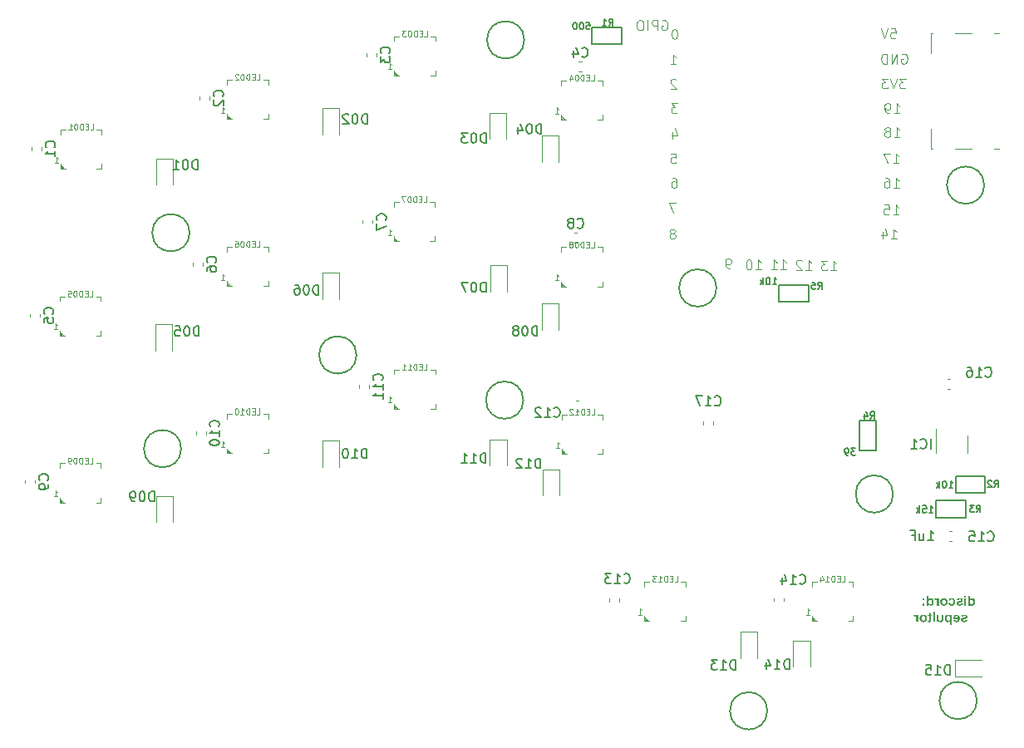
<source format=gbr>
%TF.GenerationSoftware,KiCad,Pcbnew,7.0.2*%
%TF.CreationDate,2024-03-04T12:18:32-06:00*%
%TF.ProjectId,01_capsule5_left,30315f63-6170-4737-956c-65355f6c6566,v1.0.0*%
%TF.SameCoordinates,Original*%
%TF.FileFunction,Legend,Bot*%
%TF.FilePolarity,Positive*%
%FSLAX46Y46*%
G04 Gerber Fmt 4.6, Leading zero omitted, Abs format (unit mm)*
G04 Created by KiCad (PCBNEW 7.0.2) date 2024-03-04 12:18:32*
%MOMM*%
%LPD*%
G01*
G04 APERTURE LIST*
%ADD10C,0.200000*%
%ADD11C,0.150000*%
%ADD12C,0.125000*%
%ADD13C,0.100000*%
%ADD14C,0.120000*%
G04 APERTURE END LIST*
D10*
G36*
X261447854Y-103926290D02*
G01*
X261459157Y-103913987D01*
X261470717Y-103902477D01*
X261482535Y-103891761D01*
X261494611Y-103881838D01*
X261506944Y-103872710D01*
X261519535Y-103864375D01*
X261532384Y-103856834D01*
X261545490Y-103850087D01*
X261558853Y-103844133D01*
X261572475Y-103838974D01*
X261586354Y-103834608D01*
X261600490Y-103831036D01*
X261614884Y-103828258D01*
X261629536Y-103826273D01*
X261644445Y-103825082D01*
X261659612Y-103824685D01*
X261676073Y-103825064D01*
X261692177Y-103826201D01*
X261707924Y-103828094D01*
X261723314Y-103830746D01*
X261738347Y-103834155D01*
X261753024Y-103838321D01*
X261767343Y-103843245D01*
X261781306Y-103848927D01*
X261794912Y-103855366D01*
X261808161Y-103862562D01*
X261821054Y-103870516D01*
X261833589Y-103879228D01*
X261845768Y-103888697D01*
X261857590Y-103898924D01*
X261869055Y-103909908D01*
X261880163Y-103921650D01*
X261890722Y-103934120D01*
X261900600Y-103947288D01*
X261909796Y-103961154D01*
X261918311Y-103975719D01*
X261926145Y-103990982D01*
X261933298Y-104006944D01*
X261939769Y-104023604D01*
X261945560Y-104040963D01*
X261950669Y-104059019D01*
X261955096Y-104077774D01*
X261957055Y-104087414D01*
X261958843Y-104097228D01*
X261960461Y-104107217D01*
X261961909Y-104117380D01*
X261963186Y-104127718D01*
X261964293Y-104138230D01*
X261965229Y-104148917D01*
X261965996Y-104159779D01*
X261966592Y-104170815D01*
X261967018Y-104182026D01*
X261967273Y-104193412D01*
X261967358Y-104204972D01*
X261967271Y-104216281D01*
X261967008Y-104227433D01*
X261966570Y-104238429D01*
X261965958Y-104249267D01*
X261965170Y-104259949D01*
X261964207Y-104270474D01*
X261963069Y-104280841D01*
X261961756Y-104291052D01*
X261960268Y-104301106D01*
X261958605Y-104311003D01*
X261956766Y-104320742D01*
X261954753Y-104330325D01*
X261950201Y-104349020D01*
X261944949Y-104367088D01*
X261938996Y-104384527D01*
X261932344Y-104401339D01*
X261924991Y-104417523D01*
X261916937Y-104433079D01*
X261908184Y-104448008D01*
X261898730Y-104462308D01*
X261888576Y-104475981D01*
X261877721Y-104489026D01*
X261866375Y-104501330D01*
X261854747Y-104512840D01*
X261842836Y-104523556D01*
X261830643Y-104533478D01*
X261818168Y-104542607D01*
X261805410Y-104550942D01*
X261792370Y-104558483D01*
X261779047Y-104565230D01*
X261765442Y-104571183D01*
X261751554Y-104576343D01*
X261737384Y-104580709D01*
X261722932Y-104584281D01*
X261708197Y-104587059D01*
X261693180Y-104589043D01*
X261677881Y-104590234D01*
X261662299Y-104590631D01*
X261654579Y-104590514D01*
X261643012Y-104589898D01*
X261631463Y-104588753D01*
X261619931Y-104587081D01*
X261608417Y-104584881D01*
X261596919Y-104582152D01*
X261585439Y-104578896D01*
X261573976Y-104575111D01*
X261562529Y-104570799D01*
X261551101Y-104565958D01*
X261539689Y-104560589D01*
X261532150Y-104556677D01*
X261521077Y-104550338D01*
X261510288Y-104543431D01*
X261499782Y-104535958D01*
X261489560Y-104527918D01*
X261479621Y-104519311D01*
X261469965Y-104510138D01*
X261460593Y-104500398D01*
X261451504Y-104490091D01*
X261442698Y-104479217D01*
X261434176Y-104467777D01*
X261434176Y-104575000D01*
X261254902Y-104575000D01*
X261254902Y-104213032D01*
X261447365Y-104213032D01*
X261447411Y-104220362D01*
X261447777Y-104234679D01*
X261448510Y-104248536D01*
X261449609Y-104261933D01*
X261451075Y-104274871D01*
X261452906Y-104287348D01*
X261455105Y-104299365D01*
X261457669Y-104310923D01*
X261460600Y-104322021D01*
X261463897Y-104332659D01*
X261467561Y-104342837D01*
X261471591Y-104352555D01*
X261475987Y-104361813D01*
X261480750Y-104370612D01*
X261485879Y-104378950D01*
X261494260Y-104390596D01*
X261500168Y-104397783D01*
X261509321Y-104407694D01*
X261518821Y-104416562D01*
X261528670Y-104424387D01*
X261538866Y-104431168D01*
X261549409Y-104436906D01*
X261560301Y-104441601D01*
X261571540Y-104445252D01*
X261583127Y-104447861D01*
X261595062Y-104449426D01*
X261607344Y-104449947D01*
X261612559Y-104449870D01*
X261622769Y-104449252D01*
X261632688Y-104448015D01*
X261647018Y-104445001D01*
X261660692Y-104440596D01*
X261673709Y-104434800D01*
X261686068Y-104427613D01*
X261697771Y-104419035D01*
X261705208Y-104412544D01*
X261712353Y-104405434D01*
X261719207Y-104397706D01*
X261725768Y-104389360D01*
X261732037Y-104380395D01*
X261738014Y-104370812D01*
X261739998Y-104367327D01*
X261745570Y-104356078D01*
X261750576Y-104343639D01*
X261755016Y-104330012D01*
X261757660Y-104320266D01*
X261760053Y-104309991D01*
X261762194Y-104299188D01*
X261764083Y-104287857D01*
X261765720Y-104275997D01*
X261767106Y-104263608D01*
X261768239Y-104250691D01*
X261769121Y-104237245D01*
X261769750Y-104223271D01*
X261770128Y-104208768D01*
X261770254Y-104193736D01*
X261770073Y-104179731D01*
X261769529Y-104166168D01*
X261768623Y-104153047D01*
X261767354Y-104140369D01*
X261765722Y-104128134D01*
X261763728Y-104116342D01*
X261761372Y-104104992D01*
X261758653Y-104094085D01*
X261755571Y-104083621D01*
X261752127Y-104073599D01*
X261748320Y-104064021D01*
X261744151Y-104054884D01*
X261739619Y-104046191D01*
X261732141Y-104033981D01*
X261723848Y-104022766D01*
X261717960Y-104015816D01*
X261708804Y-104006231D01*
X261699256Y-103997655D01*
X261689318Y-103990088D01*
X261678988Y-103983530D01*
X261668269Y-103977981D01*
X261657158Y-103973441D01*
X261645657Y-103969910D01*
X261633765Y-103967387D01*
X261621483Y-103965874D01*
X261608810Y-103965369D01*
X261600056Y-103965596D01*
X261587301Y-103966789D01*
X261574997Y-103969002D01*
X261563144Y-103972238D01*
X261551742Y-103976496D01*
X261540790Y-103981775D01*
X261530289Y-103988076D01*
X261520239Y-103995399D01*
X261510640Y-104003744D01*
X261501492Y-104013111D01*
X261492794Y-104023499D01*
X261489999Y-104027189D01*
X261482147Y-104039123D01*
X261477356Y-104047799D01*
X261472919Y-104057052D01*
X261468838Y-104066881D01*
X261465111Y-104077286D01*
X261461739Y-104088267D01*
X261458722Y-104099825D01*
X261456061Y-104111959D01*
X261453754Y-104124669D01*
X261451802Y-104137956D01*
X261450204Y-104151818D01*
X261448962Y-104166257D01*
X261448075Y-104181272D01*
X261447543Y-104196864D01*
X261447365Y-104213032D01*
X261254902Y-104213032D01*
X261254902Y-103558949D01*
X261447854Y-103558949D01*
X261447854Y-103926290D01*
G37*
G36*
X261069277Y-103730896D02*
G01*
X261069277Y-103558949D01*
X260876081Y-103558949D01*
X260876081Y-103730896D01*
X261069277Y-103730896D01*
G37*
G36*
X261069277Y-104575000D02*
G01*
X261069277Y-103840317D01*
X260876081Y-103840317D01*
X260876081Y-104575000D01*
X261069277Y-104575000D01*
G37*
G36*
X260748342Y-104371789D02*
G01*
X260554658Y-104340526D01*
X260552101Y-104350374D01*
X260549102Y-104359766D01*
X260544416Y-104371581D01*
X260538943Y-104382588D01*
X260532684Y-104392785D01*
X260525639Y-104402173D01*
X260517808Y-104410752D01*
X260509191Y-104418522D01*
X260504588Y-104422103D01*
X260494650Y-104428629D01*
X260483766Y-104434285D01*
X260471936Y-104439071D01*
X260462442Y-104442089D01*
X260452415Y-104444618D01*
X260441856Y-104446657D01*
X260430765Y-104448207D01*
X260419142Y-104449267D01*
X260406986Y-104449838D01*
X260398586Y-104449947D01*
X260384897Y-104449705D01*
X260371856Y-104448977D01*
X260359463Y-104447764D01*
X260347719Y-104446066D01*
X260336623Y-104443883D01*
X260326175Y-104441215D01*
X260316376Y-104438061D01*
X260307224Y-104434422D01*
X260296031Y-104428816D01*
X260285990Y-104422348D01*
X260277358Y-104414731D01*
X260270512Y-104406170D01*
X260265451Y-104396665D01*
X260262177Y-104386215D01*
X260260688Y-104374821D01*
X260260589Y-104370812D01*
X260261444Y-104360295D01*
X260264009Y-104350724D01*
X260268937Y-104341087D01*
X260274267Y-104334420D01*
X260282289Y-104328530D01*
X260291901Y-104323630D01*
X260301839Y-104319651D01*
X260313530Y-104315768D01*
X260324145Y-104312730D01*
X260335882Y-104309754D01*
X260338991Y-104309019D01*
X260353418Y-104305807D01*
X260367510Y-104302611D01*
X260381269Y-104299433D01*
X260394694Y-104296273D01*
X260407785Y-104293129D01*
X260420542Y-104290002D01*
X260432965Y-104286893D01*
X260445054Y-104283801D01*
X260456809Y-104280726D01*
X260468230Y-104277668D01*
X260479317Y-104274628D01*
X260490071Y-104271604D01*
X260500490Y-104268598D01*
X260510576Y-104265609D01*
X260520327Y-104262637D01*
X260529745Y-104259682D01*
X260547578Y-104253824D01*
X260564076Y-104248035D01*
X260579238Y-104242314D01*
X260593065Y-104236662D01*
X260605555Y-104231079D01*
X260616711Y-104225564D01*
X260626530Y-104220118D01*
X260635013Y-104214741D01*
X260645483Y-104207141D01*
X260655278Y-104199178D01*
X260664397Y-104190853D01*
X260672841Y-104182165D01*
X260680609Y-104173115D01*
X260687701Y-104163702D01*
X260694118Y-104153927D01*
X260699860Y-104143789D01*
X260704926Y-104133288D01*
X260709317Y-104122425D01*
X260713032Y-104111200D01*
X260716072Y-104099611D01*
X260718436Y-104087661D01*
X260720124Y-104075347D01*
X260721138Y-104062672D01*
X260721475Y-104049633D01*
X260721183Y-104037846D01*
X260720308Y-104026296D01*
X260718848Y-104014986D01*
X260716804Y-104003914D01*
X260714177Y-103993080D01*
X260710965Y-103982485D01*
X260707170Y-103972129D01*
X260702791Y-103962011D01*
X260697828Y-103952132D01*
X260692281Y-103942491D01*
X260686150Y-103933088D01*
X260679435Y-103923924D01*
X260672136Y-103914999D01*
X260664254Y-103906312D01*
X260655787Y-103897864D01*
X260646737Y-103889654D01*
X260637043Y-103881787D01*
X260626705Y-103874427D01*
X260615725Y-103867575D01*
X260604101Y-103861230D01*
X260591835Y-103855393D01*
X260578925Y-103850064D01*
X260565373Y-103845242D01*
X260551177Y-103840928D01*
X260536338Y-103837121D01*
X260520857Y-103833822D01*
X260504732Y-103831030D01*
X260487964Y-103828746D01*
X260470553Y-103826970D01*
X260452499Y-103825701D01*
X260433802Y-103824939D01*
X260414462Y-103824685D01*
X260396048Y-103824886D01*
X260378234Y-103825487D01*
X260361022Y-103826489D01*
X260344410Y-103827891D01*
X260328400Y-103829694D01*
X260312991Y-103831898D01*
X260298183Y-103834503D01*
X260283975Y-103837508D01*
X260270369Y-103840914D01*
X260257364Y-103844721D01*
X260244960Y-103848928D01*
X260233158Y-103853537D01*
X260221956Y-103858546D01*
X260211355Y-103863955D01*
X260201356Y-103869765D01*
X260191957Y-103875976D01*
X260183007Y-103882581D01*
X260174413Y-103889570D01*
X260166177Y-103896945D01*
X260158297Y-103904706D01*
X260150774Y-103912851D01*
X260143608Y-103921383D01*
X260136799Y-103930300D01*
X260130347Y-103939602D01*
X260124251Y-103949289D01*
X260118512Y-103959363D01*
X260113130Y-103969821D01*
X260108105Y-103980665D01*
X260103437Y-103991895D01*
X260099126Y-104003509D01*
X260095171Y-104015510D01*
X260091573Y-104027896D01*
X260273778Y-104059159D01*
X260277037Y-104048133D01*
X260280953Y-104037772D01*
X260285525Y-104028075D01*
X260290753Y-104019042D01*
X260296638Y-104010673D01*
X260303179Y-104002967D01*
X260310377Y-103995926D01*
X260318230Y-103989549D01*
X260326787Y-103983882D01*
X260336213Y-103978971D01*
X260346509Y-103974815D01*
X260357676Y-103971414D01*
X260369712Y-103968770D01*
X260382619Y-103966881D01*
X260392870Y-103965960D01*
X260403611Y-103965464D01*
X260411043Y-103965369D01*
X260424951Y-103965556D01*
X260438099Y-103966116D01*
X260450488Y-103967050D01*
X260462116Y-103968358D01*
X260472985Y-103970038D01*
X260483093Y-103972093D01*
X260495390Y-103975413D01*
X260506335Y-103979397D01*
X260515929Y-103984045D01*
X260520219Y-103986618D01*
X260528785Y-103993676D01*
X260535246Y-104001598D01*
X260539604Y-104010386D01*
X260541858Y-104020038D01*
X260542201Y-104025942D01*
X260540995Y-104035818D01*
X260537377Y-104044931D01*
X260531348Y-104053282D01*
X260524093Y-104059962D01*
X260522906Y-104060868D01*
X260514373Y-104065940D01*
X260505348Y-104070070D01*
X260494074Y-104074478D01*
X260480550Y-104079166D01*
X260470284Y-104082446D01*
X260459018Y-104085850D01*
X260446753Y-104089378D01*
X260433487Y-104093030D01*
X260419222Y-104096807D01*
X260403957Y-104100707D01*
X260387692Y-104104731D01*
X260370427Y-104108879D01*
X260352162Y-104113152D01*
X260342655Y-104115334D01*
X260333113Y-104117533D01*
X260314574Y-104122025D01*
X260296759Y-104126643D01*
X260279670Y-104131386D01*
X260263305Y-104136256D01*
X260247666Y-104141251D01*
X260232752Y-104146373D01*
X260218563Y-104151620D01*
X260205099Y-104156994D01*
X260192361Y-104162493D01*
X260180347Y-104168118D01*
X260169058Y-104173869D01*
X260158495Y-104179746D01*
X260148656Y-104185749D01*
X260139543Y-104191878D01*
X260131155Y-104198133D01*
X260127233Y-104201308D01*
X260119927Y-104207910D01*
X260109853Y-104218414D01*
X260100839Y-104229640D01*
X260092886Y-104241587D01*
X260085993Y-104254255D01*
X260080160Y-104267645D01*
X260076861Y-104276972D01*
X260074033Y-104286619D01*
X260071677Y-104296587D01*
X260069791Y-104306876D01*
X260068377Y-104317485D01*
X260067435Y-104328415D01*
X260066964Y-104339666D01*
X260066905Y-104345411D01*
X260067232Y-104357850D01*
X260068214Y-104370072D01*
X260069850Y-104382076D01*
X260072141Y-104393863D01*
X260075086Y-104405432D01*
X260078685Y-104416784D01*
X260082940Y-104427918D01*
X260087848Y-104438834D01*
X260093412Y-104449533D01*
X260099629Y-104460015D01*
X260106502Y-104470278D01*
X260114028Y-104480325D01*
X260122209Y-104490154D01*
X260131045Y-104499765D01*
X260140535Y-104509159D01*
X260150680Y-104518335D01*
X260161466Y-104527090D01*
X260172879Y-104535280D01*
X260184921Y-104542904D01*
X260197590Y-104549965D01*
X260210887Y-104556460D01*
X260224811Y-104562390D01*
X260239364Y-104567756D01*
X260254544Y-104572557D01*
X260270352Y-104576793D01*
X260286788Y-104580464D01*
X260303852Y-104583571D01*
X260321543Y-104586113D01*
X260339862Y-104588089D01*
X260358809Y-104589501D01*
X260378384Y-104590349D01*
X260388407Y-104590560D01*
X260398586Y-104590631D01*
X260416997Y-104590401D01*
X260434921Y-104589711D01*
X260452359Y-104588562D01*
X260469310Y-104586952D01*
X260485774Y-104584883D01*
X260501752Y-104582353D01*
X260517244Y-104579364D01*
X260532248Y-104575915D01*
X260546766Y-104572007D01*
X260560798Y-104567638D01*
X260574343Y-104562809D01*
X260587401Y-104557521D01*
X260599973Y-104551773D01*
X260612058Y-104545564D01*
X260623657Y-104538896D01*
X260634769Y-104531769D01*
X260645374Y-104524246D01*
X260655511Y-104516393D01*
X260665180Y-104508210D01*
X260674382Y-104499696D01*
X260683117Y-104490853D01*
X260691384Y-104481680D01*
X260699183Y-104472176D01*
X260706516Y-104462342D01*
X260713380Y-104452179D01*
X260719777Y-104441685D01*
X260725707Y-104430861D01*
X260731169Y-104419707D01*
X260736163Y-104408223D01*
X260740690Y-104396408D01*
X260744750Y-104384264D01*
X260748342Y-104371789D01*
G37*
G36*
X259265544Y-104043527D02*
G01*
X259455809Y-104074790D01*
X259457812Y-104064816D01*
X259460248Y-104055318D01*
X259464171Y-104043396D01*
X259468865Y-104032321D01*
X259474330Y-104022094D01*
X259480566Y-104012713D01*
X259487573Y-104004180D01*
X259495351Y-103996494D01*
X259499528Y-103992969D01*
X259508333Y-103986500D01*
X259517770Y-103980894D01*
X259527842Y-103976150D01*
X259538546Y-103972269D01*
X259549884Y-103969251D01*
X259561856Y-103967094D01*
X259574461Y-103965801D01*
X259584331Y-103965396D01*
X259587700Y-103965369D01*
X259600954Y-103965837D01*
X259613698Y-103967241D01*
X259625930Y-103969581D01*
X259637652Y-103972857D01*
X259648862Y-103977069D01*
X259659562Y-103982216D01*
X259669751Y-103988300D01*
X259679429Y-103995320D01*
X259688596Y-104003275D01*
X259697252Y-104012167D01*
X259702739Y-104018614D01*
X259710421Y-104029227D01*
X259717347Y-104041097D01*
X259723518Y-104054225D01*
X259727212Y-104063676D01*
X259730571Y-104073687D01*
X259733593Y-104084256D01*
X259736280Y-104095384D01*
X259738631Y-104107071D01*
X259740646Y-104119318D01*
X259742325Y-104132124D01*
X259743668Y-104145488D01*
X259744676Y-104159412D01*
X259745347Y-104173895D01*
X259745683Y-104188937D01*
X259745725Y-104196667D01*
X259745555Y-104213691D01*
X259745046Y-104230079D01*
X259744197Y-104245832D01*
X259743008Y-104260949D01*
X259741480Y-104275431D01*
X259739612Y-104289277D01*
X259737404Y-104302488D01*
X259734856Y-104315064D01*
X259731969Y-104327004D01*
X259728743Y-104338309D01*
X259725176Y-104348979D01*
X259721270Y-104359012D01*
X259717025Y-104368411D01*
X259712440Y-104377174D01*
X259704925Y-104389128D01*
X259702250Y-104392794D01*
X259693791Y-104403008D01*
X259684808Y-104412217D01*
X259675301Y-104420422D01*
X259665270Y-104427622D01*
X259654716Y-104433817D01*
X259643637Y-104439008D01*
X259632035Y-104443194D01*
X259619910Y-104446375D01*
X259607260Y-104448552D01*
X259594087Y-104449724D01*
X259585013Y-104449947D01*
X259574885Y-104449670D01*
X259565110Y-104448839D01*
X259552623Y-104446870D01*
X259540762Y-104443916D01*
X259529526Y-104439978D01*
X259518917Y-104435055D01*
X259508934Y-104429147D01*
X259499576Y-104422255D01*
X259495132Y-104418440D01*
X259486664Y-104409788D01*
X259478844Y-104399709D01*
X259473405Y-104391214D01*
X259468331Y-104381915D01*
X259463622Y-104371814D01*
X259459278Y-104360909D01*
X259455299Y-104349202D01*
X259451685Y-104336692D01*
X259448435Y-104323379D01*
X259445551Y-104309263D01*
X259256018Y-104340526D01*
X259259924Y-104355769D01*
X259264254Y-104370538D01*
X259269007Y-104384834D01*
X259274184Y-104398656D01*
X259279784Y-104412006D01*
X259285808Y-104424882D01*
X259292256Y-104437285D01*
X259299127Y-104449214D01*
X259306422Y-104460671D01*
X259314141Y-104471654D01*
X259322283Y-104482164D01*
X259330848Y-104492201D01*
X259339838Y-104501765D01*
X259349250Y-104510855D01*
X259359087Y-104519472D01*
X259369347Y-104527616D01*
X259380042Y-104535247D01*
X259391184Y-104542385D01*
X259402772Y-104549032D01*
X259414807Y-104555185D01*
X259427288Y-104560847D01*
X259440216Y-104566016D01*
X259453590Y-104570693D01*
X259467411Y-104574877D01*
X259481678Y-104578570D01*
X259496391Y-104581770D01*
X259511552Y-104584477D01*
X259527158Y-104586693D01*
X259543212Y-104588416D01*
X259559711Y-104589646D01*
X259576658Y-104590385D01*
X259594050Y-104590631D01*
X259603986Y-104590532D01*
X259613795Y-104590235D01*
X259633034Y-104589047D01*
X259651767Y-104587068D01*
X259669995Y-104584296D01*
X259687717Y-104580733D01*
X259704933Y-104576377D01*
X259721643Y-104571230D01*
X259737848Y-104565291D01*
X259753548Y-104558560D01*
X259768741Y-104551037D01*
X259783429Y-104542722D01*
X259797612Y-104533616D01*
X259811288Y-104523717D01*
X259824459Y-104513027D01*
X259837125Y-104501544D01*
X259849284Y-104489270D01*
X259860789Y-104476266D01*
X259871552Y-104462655D01*
X259881573Y-104448438D01*
X259890851Y-104433613D01*
X259899387Y-104418182D01*
X259907181Y-104402144D01*
X259914233Y-104385499D01*
X259920542Y-104368248D01*
X259926109Y-104350390D01*
X259930934Y-104331924D01*
X259935016Y-104312853D01*
X259936779Y-104303089D01*
X259938357Y-104293174D01*
X259939748Y-104283107D01*
X259940954Y-104272888D01*
X259941975Y-104262518D01*
X259942810Y-104251996D01*
X259943460Y-104241322D01*
X259943924Y-104230497D01*
X259944202Y-104219520D01*
X259944295Y-104208391D01*
X259944201Y-104197127D01*
X259943922Y-104186021D01*
X259943455Y-104175071D01*
X259942803Y-104164278D01*
X259941963Y-104153643D01*
X259940937Y-104143164D01*
X259939725Y-104132842D01*
X259938326Y-104122677D01*
X259936741Y-104112669D01*
X259934969Y-104102818D01*
X259933010Y-104093124D01*
X259930865Y-104083587D01*
X259926016Y-104064983D01*
X259920420Y-104047008D01*
X259914078Y-104029660D01*
X259906990Y-104012939D01*
X259899157Y-103996847D01*
X259890577Y-103981383D01*
X259881250Y-103966546D01*
X259871178Y-103952337D01*
X259860360Y-103938755D01*
X259848796Y-103925802D01*
X259836595Y-103913557D01*
X259823868Y-103902103D01*
X259810614Y-103891438D01*
X259796833Y-103881564D01*
X259782526Y-103872479D01*
X259767692Y-103864184D01*
X259752331Y-103856679D01*
X259736444Y-103849965D01*
X259720030Y-103844040D01*
X259703090Y-103838905D01*
X259685622Y-103834560D01*
X259667629Y-103831005D01*
X259649108Y-103828240D01*
X259630061Y-103826265D01*
X259610487Y-103825080D01*
X259600503Y-103824784D01*
X259590387Y-103824685D01*
X259573961Y-103824897D01*
X259557960Y-103825533D01*
X259542384Y-103826592D01*
X259527235Y-103828074D01*
X259512511Y-103829981D01*
X259498212Y-103832310D01*
X259484339Y-103835064D01*
X259470891Y-103838241D01*
X259457869Y-103841842D01*
X259445272Y-103845866D01*
X259433101Y-103850314D01*
X259421355Y-103855185D01*
X259410035Y-103860480D01*
X259399141Y-103866199D01*
X259388672Y-103872341D01*
X259378628Y-103878907D01*
X259368970Y-103885876D01*
X259359657Y-103893287D01*
X259350690Y-103901141D01*
X259342068Y-103909438D01*
X259333792Y-103918177D01*
X259325860Y-103927359D01*
X259318275Y-103936984D01*
X259311034Y-103947051D01*
X259304139Y-103957561D01*
X259297589Y-103968514D01*
X259291385Y-103979909D01*
X259285526Y-103991748D01*
X259280012Y-104004028D01*
X259274844Y-104016752D01*
X259270021Y-104029918D01*
X259265544Y-104043527D01*
G37*
G36*
X258805251Y-103824872D02*
G01*
X258818389Y-103825430D01*
X258831370Y-103826360D01*
X258844194Y-103827662D01*
X258856863Y-103829337D01*
X258869374Y-103831383D01*
X258881730Y-103833802D01*
X258893928Y-103836592D01*
X258905971Y-103839755D01*
X258917856Y-103843290D01*
X258929586Y-103847197D01*
X258941159Y-103851476D01*
X258952575Y-103856127D01*
X258963835Y-103861150D01*
X258974939Y-103866545D01*
X258985886Y-103872313D01*
X258996600Y-103878433D01*
X259007005Y-103884888D01*
X259017101Y-103891676D01*
X259026888Y-103898798D01*
X259036366Y-103906254D01*
X259045534Y-103914044D01*
X259054394Y-103922168D01*
X259062944Y-103930626D01*
X259071186Y-103939418D01*
X259079118Y-103948543D01*
X259086741Y-103958003D01*
X259094055Y-103967797D01*
X259101060Y-103977924D01*
X259107755Y-103988385D01*
X259114142Y-103999181D01*
X259120219Y-104010310D01*
X259125957Y-104021631D01*
X259131325Y-104033002D01*
X259136322Y-104044422D01*
X259140949Y-104055892D01*
X259145207Y-104067411D01*
X259149093Y-104078980D01*
X259152610Y-104090599D01*
X259155757Y-104102267D01*
X259158533Y-104113985D01*
X259160939Y-104125753D01*
X259162975Y-104137570D01*
X259164641Y-104149437D01*
X259165937Y-104161353D01*
X259166862Y-104173319D01*
X259167417Y-104185335D01*
X259167602Y-104197400D01*
X259167417Y-104213034D01*
X259166862Y-104228369D01*
X259165937Y-104243405D01*
X259164641Y-104258140D01*
X259162975Y-104272576D01*
X259160939Y-104286713D01*
X259158533Y-104300550D01*
X259155757Y-104314087D01*
X259152610Y-104327325D01*
X259149093Y-104340263D01*
X259145207Y-104352902D01*
X259140949Y-104365241D01*
X259136322Y-104377280D01*
X259131325Y-104389020D01*
X259125957Y-104400460D01*
X259120219Y-104411601D01*
X259114127Y-104422427D01*
X259107694Y-104432923D01*
X259100922Y-104443088D01*
X259093811Y-104452924D01*
X259086359Y-104462429D01*
X259078568Y-104471605D01*
X259070438Y-104480450D01*
X259061967Y-104488965D01*
X259053157Y-104497150D01*
X259044008Y-104505005D01*
X259034519Y-104512530D01*
X259024690Y-104519724D01*
X259014521Y-104526589D01*
X259004013Y-104533123D01*
X258993165Y-104539328D01*
X258981978Y-104545202D01*
X258970554Y-104550703D01*
X258959057Y-104555849D01*
X258947488Y-104560641D01*
X258935846Y-104565077D01*
X258924132Y-104569159D01*
X258912346Y-104572885D01*
X258900487Y-104576257D01*
X258888555Y-104579274D01*
X258876551Y-104581936D01*
X258864474Y-104584243D01*
X258852325Y-104586195D01*
X258840103Y-104587792D01*
X258827809Y-104589034D01*
X258815442Y-104589921D01*
X258803003Y-104590454D01*
X258790491Y-104590631D01*
X258780425Y-104590524D01*
X258770465Y-104590204D01*
X258760614Y-104589669D01*
X258750871Y-104588921D01*
X258731707Y-104586784D01*
X258712975Y-104583792D01*
X258694674Y-104579945D01*
X258676804Y-104575244D01*
X258659366Y-104569687D01*
X258642358Y-104563276D01*
X258625782Y-104556010D01*
X258609637Y-104547889D01*
X258593924Y-104538913D01*
X258578641Y-104529082D01*
X258563790Y-104518396D01*
X258549370Y-104506856D01*
X258535382Y-104494460D01*
X258521824Y-104481210D01*
X258508870Y-104467311D01*
X258496751Y-104452970D01*
X258485468Y-104438185D01*
X258475021Y-104422958D01*
X258465410Y-104407289D01*
X258456634Y-104391176D01*
X258448695Y-104374621D01*
X258441591Y-104357623D01*
X258435322Y-104340183D01*
X258429890Y-104322300D01*
X258425293Y-104303974D01*
X258421532Y-104285205D01*
X258418607Y-104265994D01*
X258417458Y-104256223D01*
X258416518Y-104246340D01*
X258415786Y-104236347D01*
X258415264Y-104226244D01*
X258414950Y-104216029D01*
X258414851Y-104206193D01*
X258613415Y-104206193D01*
X258613616Y-104220841D01*
X258614217Y-104235048D01*
X258615219Y-104248814D01*
X258616621Y-104262140D01*
X258618424Y-104275024D01*
X258620628Y-104287468D01*
X258623233Y-104299472D01*
X258626238Y-104311034D01*
X258629644Y-104322156D01*
X258633451Y-104332837D01*
X258637658Y-104343077D01*
X258642267Y-104352876D01*
X258647275Y-104362234D01*
X258652685Y-104371152D01*
X258658495Y-104379629D01*
X258664706Y-104387665D01*
X258671183Y-104395207D01*
X258681255Y-104405608D01*
X258691756Y-104414914D01*
X258702687Y-104423125D01*
X258714047Y-104430241D01*
X258725837Y-104436262D01*
X258738056Y-104441189D01*
X258750704Y-104445021D01*
X258763781Y-104447758D01*
X258777288Y-104449400D01*
X258791224Y-104449947D01*
X258805165Y-104449400D01*
X258818684Y-104447758D01*
X258831783Y-104445021D01*
X258844462Y-104441189D01*
X258856719Y-104436262D01*
X258868556Y-104430241D01*
X258879972Y-104423125D01*
X258890967Y-104414914D01*
X258901541Y-104405608D01*
X258911695Y-104395207D01*
X258918230Y-104387665D01*
X258924471Y-104379635D01*
X258930309Y-104371175D01*
X258935744Y-104362286D01*
X258940777Y-104352967D01*
X258945407Y-104343220D01*
X258949635Y-104333043D01*
X258953460Y-104322436D01*
X258956882Y-104311400D01*
X258959902Y-104299935D01*
X258962519Y-104288041D01*
X258964733Y-104275717D01*
X258966545Y-104262964D01*
X258967954Y-104249782D01*
X258968960Y-104236170D01*
X258969564Y-104222129D01*
X258969766Y-104207658D01*
X258969564Y-104193189D01*
X258968960Y-104179151D01*
X258967954Y-104165544D01*
X258966545Y-104152368D01*
X258964733Y-104139623D01*
X258962519Y-104127310D01*
X258959902Y-104115428D01*
X258956882Y-104103977D01*
X258953460Y-104092958D01*
X258949635Y-104082369D01*
X258945407Y-104072212D01*
X258940777Y-104062486D01*
X258935744Y-104053192D01*
X258930309Y-104044328D01*
X258924471Y-104035896D01*
X258918230Y-104027896D01*
X258911695Y-104020324D01*
X258901541Y-104009883D01*
X258890967Y-104000540D01*
X258879972Y-103992297D01*
X258868556Y-103985153D01*
X258856719Y-103979108D01*
X258844462Y-103974162D01*
X258831783Y-103970315D01*
X258818684Y-103967568D01*
X258805165Y-103965919D01*
X258791224Y-103965369D01*
X258777288Y-103965919D01*
X258763781Y-103967568D01*
X258750704Y-103970315D01*
X258738056Y-103974162D01*
X258725837Y-103979108D01*
X258714047Y-103985153D01*
X258702687Y-103992297D01*
X258691756Y-104000540D01*
X258681255Y-104009883D01*
X258671183Y-104020324D01*
X258664706Y-104027896D01*
X258658495Y-104035891D01*
X258652685Y-104044306D01*
X258647275Y-104053140D01*
X258642267Y-104062395D01*
X258637658Y-104072069D01*
X258633451Y-104082163D01*
X258629644Y-104092677D01*
X258626238Y-104103611D01*
X258623233Y-104114964D01*
X258620628Y-104126738D01*
X258618424Y-104138931D01*
X258616621Y-104151543D01*
X258615219Y-104164576D01*
X258614217Y-104178029D01*
X258613616Y-104191901D01*
X258613415Y-104206193D01*
X258414851Y-104206193D01*
X258414846Y-104205704D01*
X258414949Y-104195441D01*
X258415259Y-104185289D01*
X258415775Y-104175249D01*
X258416498Y-104165320D01*
X258417428Y-104155503D01*
X258418564Y-104145798D01*
X258421456Y-104126722D01*
X258425174Y-104108093D01*
X258429718Y-104089910D01*
X258435089Y-104072174D01*
X258441285Y-104054884D01*
X258448308Y-104038041D01*
X258456157Y-104021644D01*
X258464833Y-104005694D01*
X258474334Y-103990191D01*
X258484662Y-103975133D01*
X258495816Y-103960523D01*
X258507797Y-103946358D01*
X258520603Y-103932641D01*
X258534057Y-103919568D01*
X258547977Y-103907339D01*
X258562366Y-103895953D01*
X258577222Y-103885410D01*
X258592545Y-103875711D01*
X258608336Y-103866856D01*
X258624594Y-103858843D01*
X258641320Y-103851674D01*
X258658514Y-103845349D01*
X258676174Y-103839867D01*
X258694303Y-103835228D01*
X258712899Y-103831433D01*
X258731962Y-103828481D01*
X258741669Y-103827321D01*
X258751493Y-103826372D01*
X258761433Y-103825634D01*
X258771491Y-103825107D01*
X258781666Y-103824791D01*
X258791957Y-103824685D01*
X258805251Y-103824872D01*
G37*
G36*
X258083408Y-104575000D02*
G01*
X258276360Y-104575000D01*
X258276360Y-103840317D01*
X258097086Y-103840317D01*
X258097086Y-103944120D01*
X258091383Y-103935128D01*
X258085752Y-103926531D01*
X258080193Y-103918329D01*
X258071992Y-103906766D01*
X258063953Y-103896092D01*
X258056078Y-103886307D01*
X258048365Y-103877410D01*
X258040816Y-103869403D01*
X258033430Y-103862284D01*
X258023836Y-103854174D01*
X258014532Y-103847644D01*
X258005155Y-103842263D01*
X257995466Y-103837600D01*
X257985463Y-103833654D01*
X257975148Y-103830425D01*
X257964519Y-103827914D01*
X257953578Y-103826120D01*
X257942324Y-103825044D01*
X257930757Y-103824685D01*
X257918435Y-103825033D01*
X257906199Y-103826077D01*
X257894049Y-103827815D01*
X257881984Y-103830250D01*
X257870006Y-103833379D01*
X257858113Y-103837205D01*
X257846307Y-103841726D01*
X257834586Y-103846942D01*
X257822951Y-103852854D01*
X257811402Y-103859461D01*
X257803750Y-103864253D01*
X257863590Y-104044016D01*
X257872687Y-104038341D01*
X257881659Y-104033225D01*
X257890507Y-104028667D01*
X257902110Y-104023458D01*
X257913492Y-104019241D01*
X257924653Y-104016016D01*
X257935593Y-104013783D01*
X257946311Y-104012543D01*
X257954204Y-104012264D01*
X257964149Y-104012607D01*
X257976044Y-104014003D01*
X257987343Y-104016471D01*
X257998045Y-104020013D01*
X258008151Y-104024629D01*
X258017661Y-104030317D01*
X258023080Y-104034246D01*
X258031566Y-104041980D01*
X258037933Y-104049412D01*
X258043927Y-104057951D01*
X258049546Y-104067597D01*
X258054792Y-104078349D01*
X258059663Y-104090208D01*
X258063071Y-104099829D01*
X258066269Y-104110072D01*
X258067288Y-104113625D01*
X258070169Y-104125446D01*
X258072767Y-104139479D01*
X258074341Y-104150063D01*
X258075789Y-104161629D01*
X258077112Y-104174178D01*
X258078308Y-104187710D01*
X258079378Y-104202224D01*
X258080323Y-104217721D01*
X258081142Y-104234201D01*
X258081834Y-104251663D01*
X258082401Y-104270108D01*
X258082842Y-104289536D01*
X258083015Y-104299618D01*
X258083157Y-104309946D01*
X258083267Y-104320520D01*
X258083345Y-104331340D01*
X258083393Y-104342405D01*
X258083408Y-104353715D01*
X258083408Y-104575000D01*
G37*
G36*
X257247854Y-103926290D02*
G01*
X257259157Y-103913987D01*
X257270717Y-103902477D01*
X257282535Y-103891761D01*
X257294611Y-103881838D01*
X257306944Y-103872710D01*
X257319535Y-103864375D01*
X257332384Y-103856834D01*
X257345490Y-103850087D01*
X257358853Y-103844133D01*
X257372475Y-103838974D01*
X257386354Y-103834608D01*
X257400490Y-103831036D01*
X257414884Y-103828258D01*
X257429536Y-103826273D01*
X257444445Y-103825082D01*
X257459612Y-103824685D01*
X257476073Y-103825064D01*
X257492177Y-103826201D01*
X257507924Y-103828094D01*
X257523314Y-103830746D01*
X257538347Y-103834155D01*
X257553024Y-103838321D01*
X257567343Y-103843245D01*
X257581306Y-103848927D01*
X257594912Y-103855366D01*
X257608161Y-103862562D01*
X257621054Y-103870516D01*
X257633589Y-103879228D01*
X257645768Y-103888697D01*
X257657590Y-103898924D01*
X257669055Y-103909908D01*
X257680163Y-103921650D01*
X257690722Y-103934120D01*
X257700600Y-103947288D01*
X257709796Y-103961154D01*
X257718311Y-103975719D01*
X257726145Y-103990982D01*
X257733298Y-104006944D01*
X257739769Y-104023604D01*
X257745560Y-104040963D01*
X257750669Y-104059019D01*
X257755096Y-104077774D01*
X257757055Y-104087414D01*
X257758843Y-104097228D01*
X257760461Y-104107217D01*
X257761909Y-104117380D01*
X257763186Y-104127718D01*
X257764293Y-104138230D01*
X257765229Y-104148917D01*
X257765996Y-104159779D01*
X257766592Y-104170815D01*
X257767018Y-104182026D01*
X257767273Y-104193412D01*
X257767358Y-104204972D01*
X257767271Y-104216281D01*
X257767008Y-104227433D01*
X257766570Y-104238429D01*
X257765958Y-104249267D01*
X257765170Y-104259949D01*
X257764207Y-104270474D01*
X257763069Y-104280841D01*
X257761756Y-104291052D01*
X257760268Y-104301106D01*
X257758605Y-104311003D01*
X257756766Y-104320742D01*
X257754753Y-104330325D01*
X257750201Y-104349020D01*
X257744949Y-104367088D01*
X257738996Y-104384527D01*
X257732344Y-104401339D01*
X257724991Y-104417523D01*
X257716937Y-104433079D01*
X257708184Y-104448008D01*
X257698730Y-104462308D01*
X257688576Y-104475981D01*
X257677721Y-104489026D01*
X257666375Y-104501330D01*
X257654747Y-104512840D01*
X257642836Y-104523556D01*
X257630643Y-104533478D01*
X257618168Y-104542607D01*
X257605410Y-104550942D01*
X257592370Y-104558483D01*
X257579047Y-104565230D01*
X257565442Y-104571183D01*
X257551554Y-104576343D01*
X257537384Y-104580709D01*
X257522932Y-104584281D01*
X257508197Y-104587059D01*
X257493180Y-104589043D01*
X257477881Y-104590234D01*
X257462299Y-104590631D01*
X257454579Y-104590514D01*
X257443012Y-104589898D01*
X257431463Y-104588753D01*
X257419931Y-104587081D01*
X257408417Y-104584881D01*
X257396919Y-104582152D01*
X257385439Y-104578896D01*
X257373976Y-104575111D01*
X257362529Y-104570799D01*
X257351101Y-104565958D01*
X257339689Y-104560589D01*
X257332150Y-104556677D01*
X257321077Y-104550338D01*
X257310288Y-104543431D01*
X257299782Y-104535958D01*
X257289560Y-104527918D01*
X257279621Y-104519311D01*
X257269965Y-104510138D01*
X257260593Y-104500398D01*
X257251504Y-104490091D01*
X257242698Y-104479217D01*
X257234176Y-104467777D01*
X257234176Y-104575000D01*
X257054902Y-104575000D01*
X257054902Y-104213032D01*
X257247365Y-104213032D01*
X257247411Y-104220362D01*
X257247777Y-104234679D01*
X257248510Y-104248536D01*
X257249609Y-104261933D01*
X257251075Y-104274871D01*
X257252906Y-104287348D01*
X257255105Y-104299365D01*
X257257669Y-104310923D01*
X257260600Y-104322021D01*
X257263897Y-104332659D01*
X257267561Y-104342837D01*
X257271591Y-104352555D01*
X257275987Y-104361813D01*
X257280750Y-104370612D01*
X257285879Y-104378950D01*
X257294260Y-104390596D01*
X257300168Y-104397783D01*
X257309321Y-104407694D01*
X257318821Y-104416562D01*
X257328670Y-104424387D01*
X257338866Y-104431168D01*
X257349409Y-104436906D01*
X257360301Y-104441601D01*
X257371540Y-104445252D01*
X257383127Y-104447861D01*
X257395062Y-104449426D01*
X257407344Y-104449947D01*
X257412559Y-104449870D01*
X257422769Y-104449252D01*
X257432688Y-104448015D01*
X257447018Y-104445001D01*
X257460692Y-104440596D01*
X257473709Y-104434800D01*
X257486068Y-104427613D01*
X257497771Y-104419035D01*
X257505208Y-104412544D01*
X257512353Y-104405434D01*
X257519207Y-104397706D01*
X257525768Y-104389360D01*
X257532037Y-104380395D01*
X257538014Y-104370812D01*
X257539998Y-104367327D01*
X257545570Y-104356078D01*
X257550576Y-104343639D01*
X257555016Y-104330012D01*
X257557660Y-104320266D01*
X257560053Y-104309991D01*
X257562194Y-104299188D01*
X257564083Y-104287857D01*
X257565720Y-104275997D01*
X257567106Y-104263608D01*
X257568239Y-104250691D01*
X257569121Y-104237245D01*
X257569750Y-104223271D01*
X257570128Y-104208768D01*
X257570254Y-104193736D01*
X257570073Y-104179731D01*
X257569529Y-104166168D01*
X257568623Y-104153047D01*
X257567354Y-104140369D01*
X257565722Y-104128134D01*
X257563728Y-104116342D01*
X257561372Y-104104992D01*
X257558653Y-104094085D01*
X257555571Y-104083621D01*
X257552127Y-104073599D01*
X257548320Y-104064021D01*
X257544151Y-104054884D01*
X257539619Y-104046191D01*
X257532141Y-104033981D01*
X257523848Y-104022766D01*
X257517960Y-104015816D01*
X257508804Y-104006231D01*
X257499256Y-103997655D01*
X257489318Y-103990088D01*
X257478988Y-103983530D01*
X257468269Y-103977981D01*
X257457158Y-103973441D01*
X257445657Y-103969910D01*
X257433765Y-103967387D01*
X257421483Y-103965874D01*
X257408810Y-103965369D01*
X257400056Y-103965596D01*
X257387301Y-103966789D01*
X257374997Y-103969002D01*
X257363144Y-103972238D01*
X257351742Y-103976496D01*
X257340790Y-103981775D01*
X257330289Y-103988076D01*
X257320239Y-103995399D01*
X257310640Y-104003744D01*
X257301492Y-104013111D01*
X257292794Y-104023499D01*
X257289999Y-104027189D01*
X257282147Y-104039123D01*
X257277356Y-104047799D01*
X257272919Y-104057052D01*
X257268838Y-104066881D01*
X257265111Y-104077286D01*
X257261739Y-104088267D01*
X257258722Y-104099825D01*
X257256061Y-104111959D01*
X257253754Y-104124669D01*
X257251802Y-104137956D01*
X257250204Y-104151818D01*
X257248962Y-104166257D01*
X257248075Y-104181272D01*
X257247543Y-104196864D01*
X257247365Y-104213032D01*
X257054902Y-104213032D01*
X257054902Y-103558949D01*
X257247854Y-103558949D01*
X257247854Y-103926290D01*
G37*
G36*
X256832152Y-104027896D02*
G01*
X256832152Y-103840317D01*
X256638956Y-103840317D01*
X256638956Y-104027896D01*
X256832152Y-104027896D01*
G37*
G36*
X256832152Y-104575000D02*
G01*
X256832152Y-104387421D01*
X256638956Y-104387421D01*
X256638956Y-104575000D01*
X256832152Y-104575000D01*
G37*
G36*
X261214357Y-106051789D02*
G01*
X261020673Y-106020526D01*
X261018116Y-106030374D01*
X261015117Y-106039766D01*
X261010431Y-106051581D01*
X261004958Y-106062588D01*
X260998700Y-106072785D01*
X260991655Y-106082173D01*
X260983824Y-106090752D01*
X260975207Y-106098522D01*
X260970603Y-106102103D01*
X260960665Y-106108629D01*
X260949781Y-106114285D01*
X260937951Y-106119071D01*
X260928457Y-106122089D01*
X260918431Y-106124618D01*
X260907872Y-106126657D01*
X260896781Y-106128207D01*
X260885157Y-106129267D01*
X260873001Y-106129838D01*
X260864602Y-106129947D01*
X260850912Y-106129705D01*
X260837871Y-106128977D01*
X260825479Y-106127764D01*
X260813734Y-106126066D01*
X260802638Y-106123883D01*
X260792190Y-106121215D01*
X260782391Y-106118061D01*
X260773240Y-106114422D01*
X260762046Y-106108816D01*
X260752006Y-106102348D01*
X260743373Y-106094731D01*
X260736527Y-106086170D01*
X260731466Y-106076665D01*
X260728192Y-106066215D01*
X260726704Y-106054821D01*
X260726605Y-106050812D01*
X260727459Y-106040295D01*
X260730024Y-106030724D01*
X260734953Y-106021087D01*
X260740282Y-106014420D01*
X260748305Y-106008530D01*
X260757916Y-106003630D01*
X260767854Y-105999651D01*
X260779545Y-105995768D01*
X260790160Y-105992730D01*
X260801897Y-105989754D01*
X260805006Y-105989019D01*
X260819433Y-105985807D01*
X260833526Y-105982611D01*
X260847284Y-105979433D01*
X260860709Y-105976273D01*
X260873800Y-105973129D01*
X260886557Y-105970002D01*
X260898980Y-105966893D01*
X260911069Y-105963801D01*
X260922824Y-105960726D01*
X260934245Y-105957668D01*
X260945333Y-105954628D01*
X260956086Y-105951604D01*
X260966505Y-105948598D01*
X260976591Y-105945609D01*
X260986342Y-105942637D01*
X260995760Y-105939682D01*
X261013594Y-105933824D01*
X261030092Y-105928035D01*
X261045254Y-105922314D01*
X261059080Y-105916662D01*
X261071571Y-105911079D01*
X261082726Y-105905564D01*
X261092545Y-105900118D01*
X261101029Y-105894741D01*
X261111499Y-105887141D01*
X261121293Y-105879178D01*
X261130412Y-105870853D01*
X261138856Y-105862165D01*
X261146624Y-105853115D01*
X261153717Y-105843702D01*
X261160134Y-105833927D01*
X261165875Y-105823789D01*
X261170941Y-105813288D01*
X261175332Y-105802425D01*
X261179047Y-105791200D01*
X261182087Y-105779611D01*
X261184451Y-105767661D01*
X261186140Y-105755347D01*
X261187153Y-105742672D01*
X261187491Y-105729633D01*
X261187199Y-105717846D01*
X261186323Y-105706296D01*
X261184863Y-105694986D01*
X261182820Y-105683914D01*
X261180192Y-105673080D01*
X261176981Y-105662485D01*
X261173185Y-105652129D01*
X261168806Y-105642011D01*
X261163843Y-105632132D01*
X261158296Y-105622491D01*
X261152165Y-105613088D01*
X261145450Y-105603924D01*
X261138152Y-105594999D01*
X261130269Y-105586312D01*
X261121803Y-105577864D01*
X261112752Y-105569654D01*
X261103058Y-105561787D01*
X261092721Y-105554427D01*
X261081740Y-105547575D01*
X261070117Y-105541230D01*
X261057850Y-105535393D01*
X261044941Y-105530064D01*
X261031388Y-105525242D01*
X261017192Y-105520928D01*
X261002354Y-105517121D01*
X260986872Y-105513822D01*
X260970747Y-105511030D01*
X260953979Y-105508746D01*
X260936568Y-105506970D01*
X260918515Y-105505701D01*
X260899818Y-105504939D01*
X260880478Y-105504685D01*
X260862063Y-105504886D01*
X260844249Y-105505487D01*
X260827037Y-105506489D01*
X260810426Y-105507891D01*
X260794415Y-105509694D01*
X260779006Y-105511898D01*
X260764198Y-105514503D01*
X260749991Y-105517508D01*
X260736385Y-105520914D01*
X260723380Y-105524721D01*
X260710976Y-105528928D01*
X260699173Y-105533537D01*
X260687971Y-105538546D01*
X260677371Y-105543955D01*
X260667371Y-105549765D01*
X260657972Y-105555976D01*
X260649022Y-105562581D01*
X260640429Y-105569570D01*
X260632192Y-105576945D01*
X260624313Y-105584706D01*
X260616790Y-105592851D01*
X260609624Y-105601383D01*
X260602814Y-105610300D01*
X260596362Y-105619602D01*
X260590266Y-105629289D01*
X260584528Y-105639363D01*
X260579146Y-105649821D01*
X260574121Y-105660665D01*
X260569452Y-105671895D01*
X260565141Y-105683509D01*
X260561186Y-105695510D01*
X260557588Y-105707896D01*
X260739794Y-105739159D01*
X260743053Y-105728133D01*
X260746968Y-105717772D01*
X260751540Y-105708075D01*
X260756769Y-105699042D01*
X260762653Y-105690673D01*
X260769194Y-105682967D01*
X260776392Y-105675926D01*
X260784246Y-105669549D01*
X260792802Y-105663882D01*
X260802228Y-105658971D01*
X260812525Y-105654815D01*
X260823691Y-105651414D01*
X260835728Y-105648770D01*
X260848634Y-105646881D01*
X260858885Y-105645960D01*
X260869626Y-105645464D01*
X260877058Y-105645369D01*
X260890966Y-105645556D01*
X260904115Y-105646116D01*
X260916503Y-105647050D01*
X260928132Y-105648358D01*
X260939000Y-105650038D01*
X260949109Y-105652093D01*
X260961405Y-105655413D01*
X260972350Y-105659397D01*
X260981944Y-105664045D01*
X260986235Y-105666618D01*
X260994800Y-105673676D01*
X261001261Y-105681598D01*
X261005619Y-105690386D01*
X261007873Y-105700038D01*
X261008217Y-105705942D01*
X261007011Y-105715818D01*
X261003393Y-105724931D01*
X260997363Y-105733282D01*
X260990108Y-105739962D01*
X260988921Y-105740868D01*
X260980388Y-105745940D01*
X260971364Y-105750070D01*
X260960089Y-105754478D01*
X260946565Y-105759166D01*
X260936299Y-105762446D01*
X260925034Y-105765850D01*
X260912768Y-105769378D01*
X260899503Y-105773030D01*
X260885237Y-105776807D01*
X260869972Y-105780707D01*
X260853707Y-105784731D01*
X260836442Y-105788879D01*
X260818177Y-105793152D01*
X260808670Y-105795334D01*
X260799128Y-105797533D01*
X260780589Y-105802025D01*
X260762774Y-105806643D01*
X260745685Y-105811386D01*
X260729321Y-105816256D01*
X260713682Y-105821251D01*
X260698768Y-105826373D01*
X260684579Y-105831620D01*
X260671115Y-105836994D01*
X260658376Y-105842493D01*
X260646362Y-105848118D01*
X260635074Y-105853869D01*
X260624510Y-105859746D01*
X260614672Y-105865749D01*
X260605558Y-105871878D01*
X260597170Y-105878133D01*
X260593248Y-105881308D01*
X260585943Y-105887910D01*
X260575868Y-105898414D01*
X260566854Y-105909640D01*
X260558901Y-105921587D01*
X260552008Y-105934255D01*
X260546176Y-105947645D01*
X260542876Y-105956972D01*
X260540049Y-105966619D01*
X260537692Y-105976587D01*
X260535807Y-105986876D01*
X260534393Y-105997485D01*
X260533450Y-106008415D01*
X260532979Y-106019666D01*
X260532920Y-106025411D01*
X260533247Y-106037850D01*
X260534229Y-106050072D01*
X260535865Y-106062076D01*
X260538156Y-106073863D01*
X260541101Y-106085432D01*
X260544701Y-106096784D01*
X260548955Y-106107918D01*
X260553864Y-106118834D01*
X260559427Y-106129533D01*
X260565645Y-106140015D01*
X260572517Y-106150278D01*
X260580044Y-106160325D01*
X260588225Y-106170154D01*
X260597060Y-106179765D01*
X260606551Y-106189159D01*
X260616695Y-106198335D01*
X260627481Y-106207090D01*
X260638895Y-106215280D01*
X260650936Y-106222904D01*
X260663605Y-106229965D01*
X260676902Y-106236460D01*
X260690827Y-106242390D01*
X260705379Y-106247756D01*
X260720560Y-106252557D01*
X260736368Y-106256793D01*
X260752803Y-106260464D01*
X260769867Y-106263571D01*
X260787558Y-106266113D01*
X260805878Y-106268089D01*
X260824824Y-106269501D01*
X260844399Y-106270349D01*
X260854422Y-106270560D01*
X260864602Y-106270631D01*
X260883012Y-106270401D01*
X260900937Y-106269711D01*
X260918374Y-106268562D01*
X260935325Y-106266952D01*
X260951790Y-106264883D01*
X260967768Y-106262353D01*
X260983259Y-106259364D01*
X260998264Y-106255915D01*
X261012782Y-106252007D01*
X261026813Y-106247638D01*
X261040358Y-106242809D01*
X261053417Y-106237521D01*
X261065989Y-106231773D01*
X261078074Y-106225564D01*
X261089672Y-106218896D01*
X261100785Y-106211769D01*
X261111389Y-106204246D01*
X261121526Y-106196393D01*
X261131196Y-106188210D01*
X261140398Y-106179696D01*
X261149132Y-106170853D01*
X261157399Y-106161680D01*
X261165199Y-106152176D01*
X261172531Y-106142342D01*
X261179395Y-106132179D01*
X261185793Y-106121685D01*
X261191722Y-106110861D01*
X261197184Y-106099707D01*
X261202179Y-106088223D01*
X261206706Y-106076408D01*
X261210765Y-106064264D01*
X261214357Y-106051789D01*
G37*
G36*
X260107313Y-105505089D02*
G01*
X260124859Y-105506300D01*
X260142011Y-105508318D01*
X260158770Y-105511143D01*
X260175137Y-105514775D01*
X260191110Y-105519214D01*
X260206690Y-105524461D01*
X260221877Y-105530514D01*
X260236671Y-105537375D01*
X260251071Y-105545043D01*
X260265079Y-105553518D01*
X260278694Y-105562800D01*
X260291915Y-105572889D01*
X260304744Y-105583786D01*
X260317179Y-105595489D01*
X260329221Y-105608000D01*
X260340697Y-105621193D01*
X260351432Y-105635004D01*
X260361427Y-105649434D01*
X260370682Y-105664481D01*
X260379196Y-105680147D01*
X260386970Y-105696431D01*
X260394003Y-105713334D01*
X260400296Y-105730854D01*
X260405849Y-105748993D01*
X260410661Y-105767750D01*
X260412790Y-105777361D01*
X260414733Y-105787126D01*
X260416491Y-105797045D01*
X260418065Y-105807119D01*
X260419453Y-105817348D01*
X260420656Y-105827731D01*
X260421674Y-105838269D01*
X260422507Y-105848961D01*
X260423155Y-105859808D01*
X260423617Y-105870809D01*
X260423895Y-105881965D01*
X260423988Y-105893276D01*
X260423706Y-105912123D01*
X260422862Y-105930561D01*
X260421455Y-105948591D01*
X260419484Y-105966213D01*
X260416951Y-105983426D01*
X260413855Y-106000231D01*
X260410197Y-106016628D01*
X260405975Y-106032616D01*
X260401190Y-106048196D01*
X260395842Y-106063368D01*
X260389932Y-106078131D01*
X260383459Y-106092486D01*
X260376422Y-106106433D01*
X260368823Y-106119971D01*
X260360661Y-106133101D01*
X260351936Y-106145823D01*
X260340130Y-106160936D01*
X260327550Y-106175075D01*
X260314195Y-106188238D01*
X260300065Y-106200426D01*
X260285160Y-106211640D01*
X260269481Y-106221878D01*
X260253027Y-106231141D01*
X260235799Y-106239429D01*
X260217795Y-106246742D01*
X260208503Y-106250033D01*
X260199017Y-106253080D01*
X260189338Y-106255883D01*
X260179464Y-106258443D01*
X260169397Y-106260759D01*
X260159137Y-106262831D01*
X260148683Y-106264659D01*
X260138035Y-106266243D01*
X260127193Y-106267584D01*
X260116158Y-106268681D01*
X260104929Y-106269534D01*
X260093506Y-106270144D01*
X260081890Y-106270509D01*
X260070080Y-106270631D01*
X260055216Y-106270429D01*
X260040668Y-106269822D01*
X260026434Y-106268811D01*
X260012515Y-106267395D01*
X259998911Y-106265574D01*
X259985621Y-106263350D01*
X259972647Y-106260720D01*
X259959987Y-106257686D01*
X259947643Y-106254248D01*
X259935613Y-106250405D01*
X259923898Y-106246157D01*
X259912497Y-106241505D01*
X259901412Y-106236448D01*
X259890641Y-106230987D01*
X259880186Y-106225122D01*
X259870045Y-106218852D01*
X259860199Y-106212164D01*
X259850689Y-106205105D01*
X259841514Y-106197677D01*
X259832676Y-106189878D01*
X259824173Y-106181709D01*
X259816006Y-106173171D01*
X259808175Y-106164261D01*
X259800680Y-106154982D01*
X259793521Y-106145333D01*
X259786697Y-106135313D01*
X259780209Y-106124923D01*
X259774057Y-106114163D01*
X259768241Y-106103033D01*
X259762761Y-106091532D01*
X259757617Y-106079662D01*
X259752808Y-106067421D01*
X259945272Y-106036158D01*
X259948381Y-106045170D01*
X259952942Y-106056446D01*
X259957976Y-106066874D01*
X259963483Y-106076454D01*
X259969463Y-106085188D01*
X259975916Y-106093074D01*
X259982843Y-106100114D01*
X259992166Y-106107721D01*
X259996069Y-106110413D01*
X260006320Y-106116381D01*
X260017274Y-106121265D01*
X260026543Y-106124391D01*
X260036264Y-106126822D01*
X260046434Y-106128558D01*
X260057055Y-106129600D01*
X260068126Y-106129947D01*
X260076375Y-106129754D01*
X260088426Y-106128743D01*
X260100091Y-106126864D01*
X260111370Y-106124117D01*
X260122262Y-106120504D01*
X260132768Y-106116023D01*
X260142887Y-106110675D01*
X260152620Y-106104460D01*
X260161967Y-106097377D01*
X260170927Y-106089427D01*
X260179501Y-106080610D01*
X260182252Y-106077488D01*
X260190007Y-106067658D01*
X260197010Y-106057132D01*
X260203262Y-106045910D01*
X260208762Y-106033994D01*
X260213511Y-106021381D01*
X260217509Y-106008073D01*
X260220756Y-105994070D01*
X260222503Y-105984348D01*
X260223916Y-105974317D01*
X260224995Y-105963977D01*
X260225740Y-105953327D01*
X260226151Y-105942369D01*
X259742550Y-105942369D01*
X259742387Y-105928589D01*
X259742416Y-105915033D01*
X259742637Y-105901702D01*
X259743050Y-105888593D01*
X259743656Y-105875709D01*
X259744453Y-105863048D01*
X259745444Y-105850611D01*
X259746626Y-105838398D01*
X259748000Y-105826408D01*
X259749211Y-105817316D01*
X259934281Y-105817316D01*
X260222732Y-105817316D01*
X260222659Y-105807523D01*
X260221935Y-105793315D01*
X260220472Y-105779688D01*
X260218271Y-105766640D01*
X260215332Y-105754171D01*
X260211654Y-105742282D01*
X260207237Y-105730973D01*
X260202083Y-105720243D01*
X260196189Y-105710093D01*
X260189557Y-105700522D01*
X260182187Y-105691531D01*
X260176943Y-105685941D01*
X260168757Y-105678233D01*
X260160190Y-105671335D01*
X260151241Y-105665250D01*
X260141909Y-105659975D01*
X260132195Y-105655512D01*
X260122100Y-105651861D01*
X260111622Y-105649021D01*
X260100762Y-105646992D01*
X260089520Y-105645775D01*
X260077896Y-105645369D01*
X260070577Y-105645541D01*
X260059860Y-105646443D01*
X260049456Y-105648117D01*
X260039366Y-105650564D01*
X260029590Y-105653784D01*
X260020127Y-105657777D01*
X260010977Y-105662543D01*
X260002140Y-105668081D01*
X259993617Y-105674392D01*
X259985408Y-105681476D01*
X259977512Y-105689333D01*
X259972506Y-105694956D01*
X259965573Y-105703985D01*
X259959331Y-105713727D01*
X259953780Y-105724181D01*
X259948921Y-105735348D01*
X259944753Y-105747228D01*
X259941276Y-105759820D01*
X259938490Y-105773125D01*
X259936396Y-105787143D01*
X259935384Y-105796884D01*
X259934679Y-105806942D01*
X259934281Y-105817316D01*
X259749211Y-105817316D01*
X259749567Y-105814642D01*
X259751326Y-105803100D01*
X259753278Y-105791781D01*
X259755421Y-105780687D01*
X259757757Y-105769816D01*
X259760285Y-105759169D01*
X259763005Y-105748745D01*
X259765918Y-105738545D01*
X259769023Y-105728569D01*
X259772320Y-105718817D01*
X259775809Y-105709288D01*
X259779491Y-105699984D01*
X259783364Y-105690903D01*
X259791689Y-105673411D01*
X259800782Y-105656815D01*
X259810644Y-105641114D01*
X259821275Y-105626308D01*
X259832676Y-105612397D01*
X259838620Y-105605770D01*
X259850910Y-105593147D01*
X259863737Y-105581367D01*
X259877100Y-105570427D01*
X259890998Y-105560329D01*
X259905434Y-105551073D01*
X259920405Y-105542658D01*
X259935912Y-105535084D01*
X259951956Y-105528352D01*
X259968536Y-105522462D01*
X259985652Y-105517413D01*
X260003304Y-105513206D01*
X260021493Y-105509840D01*
X260040217Y-105507315D01*
X260059478Y-105505632D01*
X260069310Y-105505106D01*
X260079275Y-105504791D01*
X260089375Y-105504685D01*
X260107313Y-105505089D01*
G37*
G36*
X259196189Y-105504818D02*
G01*
X259209571Y-105505514D01*
X259222725Y-105506807D01*
X259235651Y-105508697D01*
X259248350Y-105511184D01*
X259260822Y-105514267D01*
X259273066Y-105517947D01*
X259285082Y-105522224D01*
X259296871Y-105527098D01*
X259308432Y-105532568D01*
X259319766Y-105538635D01*
X259327148Y-105542961D01*
X259337857Y-105549757D01*
X259348128Y-105556923D01*
X259357962Y-105564458D01*
X259367357Y-105572362D01*
X259376314Y-105580635D01*
X259384834Y-105589277D01*
X259392915Y-105598289D01*
X259400559Y-105607670D01*
X259407764Y-105617420D01*
X259414532Y-105627540D01*
X259414532Y-105520317D01*
X259594539Y-105520317D01*
X259594539Y-106536367D01*
X259401587Y-106536367D01*
X259401587Y-106164141D01*
X259394829Y-106171304D01*
X259384768Y-106181548D01*
X259374797Y-106191191D01*
X259364916Y-106200233D01*
X259355125Y-106208674D01*
X259345424Y-106216513D01*
X259335813Y-106223752D01*
X259326293Y-106230389D01*
X259316862Y-106236426D01*
X259307522Y-106241861D01*
X259298272Y-106246695D01*
X259292062Y-106249594D01*
X259282586Y-106253591D01*
X259272917Y-106257167D01*
X259263054Y-106260323D01*
X259252999Y-106263058D01*
X259242750Y-106265372D01*
X259232308Y-106267265D01*
X259221672Y-106268738D01*
X259210844Y-106269790D01*
X259199822Y-106270421D01*
X259188607Y-106270631D01*
X259172850Y-106270234D01*
X259157390Y-106269043D01*
X259142228Y-106267059D01*
X259127363Y-106264281D01*
X259112797Y-106260709D01*
X259098528Y-106256343D01*
X259084556Y-106251183D01*
X259070882Y-106245230D01*
X259057506Y-106238483D01*
X259044428Y-106230942D01*
X259031647Y-106222607D01*
X259019164Y-106213478D01*
X259006978Y-106203556D01*
X258995091Y-106192840D01*
X258983501Y-106181330D01*
X258972208Y-106169026D01*
X258961383Y-106155975D01*
X258951257Y-106142285D01*
X258941829Y-106127956D01*
X258933099Y-106112988D01*
X258925067Y-106097380D01*
X258917734Y-106081133D01*
X258911100Y-106064247D01*
X258905163Y-106046721D01*
X258899926Y-106028557D01*
X258895386Y-106009753D01*
X258893378Y-106000111D01*
X258891545Y-105990310D01*
X258889886Y-105980349D01*
X258888402Y-105970228D01*
X258887093Y-105959947D01*
X258885958Y-105949506D01*
X258884998Y-105938906D01*
X258884212Y-105928145D01*
X258883601Y-105917225D01*
X258883164Y-105906145D01*
X258882903Y-105894906D01*
X258882828Y-105885216D01*
X259079431Y-105885216D01*
X259079605Y-105901233D01*
X259080129Y-105916677D01*
X259081002Y-105931549D01*
X259082224Y-105945849D01*
X259083796Y-105959576D01*
X259085716Y-105972731D01*
X259087986Y-105985313D01*
X259090605Y-105997323D01*
X259093573Y-106008761D01*
X259096890Y-106019626D01*
X259100557Y-106029918D01*
X259104573Y-106039638D01*
X259108937Y-106048786D01*
X259116139Y-106061434D01*
X259124127Y-106072794D01*
X259129773Y-106079715D01*
X259138579Y-106089259D01*
X259147788Y-106097799D01*
X259157401Y-106105333D01*
X259167417Y-106111864D01*
X259177837Y-106117389D01*
X259188661Y-106121910D01*
X259199888Y-106125426D01*
X259211518Y-106127938D01*
X259223553Y-106129445D01*
X259235990Y-106129947D01*
X259244670Y-106129704D01*
X259257377Y-106128427D01*
X259269711Y-106126055D01*
X259281672Y-106122588D01*
X259293259Y-106118026D01*
X259304472Y-106112370D01*
X259315312Y-106105618D01*
X259325779Y-106097772D01*
X259335871Y-106088831D01*
X259345591Y-106078796D01*
X259354937Y-106067665D01*
X259360822Y-106059614D01*
X259366328Y-106051030D01*
X259371455Y-106041914D01*
X259376201Y-106032265D01*
X259380568Y-106022084D01*
X259384555Y-106011371D01*
X259388162Y-106000125D01*
X259391390Y-105988347D01*
X259394238Y-105976037D01*
X259396706Y-105963194D01*
X259398795Y-105949819D01*
X259400503Y-105935911D01*
X259401832Y-105921472D01*
X259402782Y-105906499D01*
X259403351Y-105890995D01*
X259403541Y-105874958D01*
X259403359Y-105860949D01*
X259402812Y-105847377D01*
X259401901Y-105834243D01*
X259400625Y-105821545D01*
X259398985Y-105809284D01*
X259396981Y-105797460D01*
X259394612Y-105786073D01*
X259391878Y-105775123D01*
X259388781Y-105764610D01*
X259385318Y-105754534D01*
X259381491Y-105744895D01*
X259377300Y-105735693D01*
X259372744Y-105726928D01*
X259365228Y-105714600D01*
X259356891Y-105703255D01*
X259350965Y-105696245D01*
X259341722Y-105686579D01*
X259332054Y-105677930D01*
X259321961Y-105670299D01*
X259311443Y-105663685D01*
X259300500Y-105658088D01*
X259289132Y-105653510D01*
X259277339Y-105649948D01*
X259265121Y-105647404D01*
X259252478Y-105645878D01*
X259239410Y-105645369D01*
X259231008Y-105645600D01*
X259218728Y-105646812D01*
X259206834Y-105649064D01*
X259195326Y-105652354D01*
X259184205Y-105656683D01*
X259173470Y-105662051D01*
X259163122Y-105668458D01*
X259153160Y-105675904D01*
X259143585Y-105684389D01*
X259134395Y-105693913D01*
X259125593Y-105704476D01*
X259122753Y-105708217D01*
X259114773Y-105720176D01*
X259109905Y-105728765D01*
X259105397Y-105737846D01*
X259101249Y-105747419D01*
X259097463Y-105757484D01*
X259094037Y-105768042D01*
X259090971Y-105779092D01*
X259088266Y-105790635D01*
X259085922Y-105802669D01*
X259083939Y-105815196D01*
X259082316Y-105828216D01*
X259081054Y-105841727D01*
X259080152Y-105855731D01*
X259079611Y-105870227D01*
X259079431Y-105885216D01*
X258882828Y-105885216D01*
X258882815Y-105883506D01*
X258882902Y-105872409D01*
X258883162Y-105861466D01*
X258883595Y-105850677D01*
X258884201Y-105840042D01*
X258884980Y-105829562D01*
X258885932Y-105819235D01*
X258887058Y-105809062D01*
X258888357Y-105799044D01*
X258889828Y-105789179D01*
X258891473Y-105779469D01*
X258895283Y-105760511D01*
X258899785Y-105742169D01*
X258904980Y-105724443D01*
X258910868Y-105707334D01*
X258917448Y-105690841D01*
X258924721Y-105674964D01*
X258932687Y-105659703D01*
X258941345Y-105645059D01*
X258950696Y-105631032D01*
X258960739Y-105617620D01*
X258971475Y-105604825D01*
X258982708Y-105592699D01*
X258994240Y-105581355D01*
X259006071Y-105570793D01*
X259018202Y-105561014D01*
X259030633Y-105552017D01*
X259043363Y-105543802D01*
X259056393Y-105536370D01*
X259069722Y-105529720D01*
X259083351Y-105523853D01*
X259097280Y-105518768D01*
X259111508Y-105514465D01*
X259126035Y-105510944D01*
X259140863Y-105508206D01*
X259155989Y-105506250D01*
X259171416Y-105505077D01*
X259187142Y-105504685D01*
X259196189Y-105504818D01*
G37*
G36*
X258254134Y-106255000D02*
G01*
X258254134Y-106145823D01*
X258261820Y-106156547D01*
X258269948Y-106166829D01*
X258278518Y-106176668D01*
X258287531Y-106186066D01*
X258296985Y-106195021D01*
X258306882Y-106203534D01*
X258317221Y-106211605D01*
X258328002Y-106219233D01*
X258339226Y-106226420D01*
X258350892Y-106233164D01*
X258358914Y-106237414D01*
X258371117Y-106243350D01*
X258383452Y-106248703D01*
X258395921Y-106253471D01*
X258408522Y-106257656D01*
X258421257Y-106261256D01*
X258434125Y-106264273D01*
X258447126Y-106266706D01*
X258460260Y-106268555D01*
X258473527Y-106269820D01*
X258486927Y-106270501D01*
X258495935Y-106270631D01*
X258509542Y-106270346D01*
X258522888Y-106269489D01*
X258535972Y-106268061D01*
X258548794Y-106266063D01*
X258561354Y-106263493D01*
X258573652Y-106260353D01*
X258585689Y-106256641D01*
X258597463Y-106252359D01*
X258608976Y-106247505D01*
X258620227Y-106242080D01*
X258627581Y-106238147D01*
X258638243Y-106231826D01*
X258648338Y-106225046D01*
X258657867Y-106217807D01*
X258666828Y-106210108D01*
X258675223Y-106201950D01*
X258683051Y-106193333D01*
X258690313Y-106184256D01*
X258697008Y-106174720D01*
X258703136Y-106164724D01*
X258708697Y-106154269D01*
X258712090Y-106147044D01*
X258716760Y-106135615D01*
X258720971Y-106123399D01*
X258724723Y-106110398D01*
X258728015Y-106096612D01*
X258729955Y-106086984D01*
X258731690Y-106077008D01*
X258733221Y-106066682D01*
X258734548Y-106056006D01*
X258735671Y-106044982D01*
X258736590Y-106033609D01*
X258737305Y-106021886D01*
X258737815Y-106009814D01*
X258738121Y-105997393D01*
X258738224Y-105984623D01*
X258738224Y-105520317D01*
X258545272Y-105520317D01*
X258545272Y-105861524D01*
X258545231Y-105880621D01*
X258545108Y-105898771D01*
X258544902Y-105915975D01*
X258544615Y-105932233D01*
X258544246Y-105947544D01*
X258543795Y-105961908D01*
X258543261Y-105975326D01*
X258542646Y-105987798D01*
X258541949Y-105999323D01*
X258541169Y-106009902D01*
X258539846Y-106023995D01*
X258538338Y-106035959D01*
X258536646Y-106045794D01*
X258534769Y-106053499D01*
X258530988Y-106064138D01*
X258526359Y-106074074D01*
X258520884Y-106083306D01*
X258514562Y-106091834D01*
X258507393Y-106099658D01*
X258499378Y-106106779D01*
X258495935Y-106109431D01*
X258486717Y-106115341D01*
X258476772Y-106120250D01*
X258466100Y-106124157D01*
X258454700Y-106127062D01*
X258445056Y-106128665D01*
X258434946Y-106129627D01*
X258424371Y-106129947D01*
X258412197Y-106129516D01*
X258400344Y-106128222D01*
X258388811Y-106126066D01*
X258377599Y-106123047D01*
X258366707Y-106119166D01*
X258356136Y-106114422D01*
X258345886Y-106108816D01*
X258335956Y-106102348D01*
X258326514Y-106095242D01*
X258317851Y-106087724D01*
X258309967Y-106079793D01*
X258302861Y-106071451D01*
X258296533Y-106062696D01*
X258290984Y-106053530D01*
X258286214Y-106043951D01*
X258282222Y-106033960D01*
X258278845Y-106021851D01*
X258276607Y-106010339D01*
X258274623Y-105996746D01*
X258273441Y-105986527D01*
X258272371Y-105975382D01*
X258271414Y-105963312D01*
X258270570Y-105950317D01*
X258269838Y-105936396D01*
X258269219Y-105921550D01*
X258268712Y-105905778D01*
X258268318Y-105889081D01*
X258268037Y-105871458D01*
X258267868Y-105852910D01*
X258267812Y-105833436D01*
X258267812Y-105520317D01*
X258074860Y-105520317D01*
X258074860Y-106255000D01*
X258254134Y-106255000D01*
G37*
G36*
X257879466Y-106255000D02*
G01*
X257879466Y-105238949D01*
X257686270Y-105238949D01*
X257686270Y-106255000D01*
X257879466Y-106255000D01*
G37*
G36*
X257156018Y-105520317D02*
G01*
X257156018Y-105661001D01*
X257287909Y-105661001D01*
X257287909Y-105979982D01*
X257287895Y-105991787D01*
X257287852Y-106002960D01*
X257287781Y-106013502D01*
X257287681Y-106023411D01*
X257287477Y-106037092D01*
X257287208Y-106049352D01*
X257286876Y-106060190D01*
X257286332Y-106072431D01*
X257285491Y-106084179D01*
X257284246Y-106093066D01*
X257280873Y-106102593D01*
X257275640Y-106111022D01*
X257268547Y-106118354D01*
X257266905Y-106119689D01*
X257257960Y-106125099D01*
X257247919Y-106128505D01*
X257237943Y-106129857D01*
X257234420Y-106129947D01*
X257223504Y-106129295D01*
X257213121Y-106127754D01*
X257201570Y-106125307D01*
X257191487Y-106122696D01*
X257180656Y-106119506D01*
X257169078Y-106115735D01*
X257156751Y-106111385D01*
X257140143Y-106245230D01*
X257152937Y-106249769D01*
X257166040Y-106253862D01*
X257179452Y-106257509D01*
X257193174Y-106260709D01*
X257207204Y-106263462D01*
X257221544Y-106265769D01*
X257231276Y-106267059D01*
X257241145Y-106268150D01*
X257251151Y-106269043D01*
X257261295Y-106269738D01*
X257271576Y-106270234D01*
X257281994Y-106270532D01*
X257292550Y-106270631D01*
X257305457Y-106270349D01*
X257318043Y-106269501D01*
X257330309Y-106268089D01*
X257342254Y-106266113D01*
X257353878Y-106263571D01*
X257365182Y-106260464D01*
X257376165Y-106256793D01*
X257386828Y-106252557D01*
X257396926Y-106247874D01*
X257406337Y-106242864D01*
X257415061Y-106237525D01*
X257423098Y-106231857D01*
X257432178Y-106224312D01*
X257440185Y-106216254D01*
X257447119Y-106207682D01*
X257448377Y-106205907D01*
X257454191Y-106196482D01*
X257459420Y-106186067D01*
X257463183Y-106177022D01*
X257466572Y-106167344D01*
X257469587Y-106157032D01*
X257472228Y-106146087D01*
X257474495Y-106134509D01*
X257475488Y-106128482D01*
X257476919Y-106118708D01*
X257478159Y-106106729D01*
X257478964Y-106096297D01*
X257479662Y-106084624D01*
X257480252Y-106071710D01*
X257480735Y-106057556D01*
X257480998Y-106047430D01*
X257481212Y-106036753D01*
X257481379Y-106025525D01*
X257481499Y-106013745D01*
X257481570Y-106001413D01*
X257481594Y-105988531D01*
X257481594Y-105661001D01*
X257570254Y-105661001D01*
X257570254Y-105520317D01*
X257481594Y-105520317D01*
X257481594Y-105379633D01*
X257287909Y-105270212D01*
X257287909Y-105520317D01*
X257156018Y-105520317D01*
G37*
G36*
X256706716Y-105504872D02*
G01*
X256719854Y-105505430D01*
X256732835Y-105506360D01*
X256745660Y-105507662D01*
X256758328Y-105509337D01*
X256770840Y-105511383D01*
X256783195Y-105513802D01*
X256795394Y-105516592D01*
X256807436Y-105519755D01*
X256819322Y-105523290D01*
X256831051Y-105527197D01*
X256842624Y-105531476D01*
X256854041Y-105536127D01*
X256865301Y-105541150D01*
X256876404Y-105546545D01*
X256887351Y-105552313D01*
X256898065Y-105558433D01*
X256908471Y-105564888D01*
X256918567Y-105571676D01*
X256928353Y-105578798D01*
X256937831Y-105586254D01*
X256947000Y-105594044D01*
X256955859Y-105602168D01*
X256964410Y-105610626D01*
X256972651Y-105619418D01*
X256980583Y-105628543D01*
X256988206Y-105638003D01*
X256995520Y-105647797D01*
X257002525Y-105657924D01*
X257009221Y-105668385D01*
X257015607Y-105679181D01*
X257021685Y-105690310D01*
X257027423Y-105701631D01*
X257032790Y-105713002D01*
X257037788Y-105724422D01*
X257042415Y-105735892D01*
X257046672Y-105747411D01*
X257050559Y-105758980D01*
X257054076Y-105770599D01*
X257057222Y-105782267D01*
X257059998Y-105793985D01*
X257062405Y-105805753D01*
X257064441Y-105817570D01*
X257066106Y-105829437D01*
X257067402Y-105841353D01*
X257068328Y-105853319D01*
X257068883Y-105865335D01*
X257069068Y-105877400D01*
X257068883Y-105893034D01*
X257068328Y-105908369D01*
X257067402Y-105923405D01*
X257066106Y-105938140D01*
X257064441Y-105952576D01*
X257062405Y-105966713D01*
X257059998Y-105980550D01*
X257057222Y-105994087D01*
X257054076Y-106007325D01*
X257050559Y-106020263D01*
X257046672Y-106032902D01*
X257042415Y-106045241D01*
X257037788Y-106057280D01*
X257032790Y-106069020D01*
X257027423Y-106080460D01*
X257021685Y-106091601D01*
X257015592Y-106102427D01*
X257009160Y-106112923D01*
X257002388Y-106123088D01*
X256995276Y-106132924D01*
X256987825Y-106142429D01*
X256980034Y-106151605D01*
X256971903Y-106160450D01*
X256963433Y-106168965D01*
X256954623Y-106177150D01*
X256945473Y-106185005D01*
X256935984Y-106192530D01*
X256926155Y-106199724D01*
X256915987Y-106206589D01*
X256905479Y-106213123D01*
X256894631Y-106219328D01*
X256883443Y-106225202D01*
X256872019Y-106230703D01*
X256860523Y-106235849D01*
X256848954Y-106240641D01*
X256837312Y-106245077D01*
X256825598Y-106249159D01*
X256813811Y-106252885D01*
X256801952Y-106256257D01*
X256790020Y-106259274D01*
X256778016Y-106261936D01*
X256765940Y-106264243D01*
X256753790Y-106266195D01*
X256741569Y-106267792D01*
X256729275Y-106269034D01*
X256716908Y-106269921D01*
X256704469Y-106270454D01*
X256691957Y-106270631D01*
X256681890Y-106270524D01*
X256671931Y-106270204D01*
X256662080Y-106269669D01*
X256652336Y-106268921D01*
X256633173Y-106266784D01*
X256614440Y-106263792D01*
X256596139Y-106259945D01*
X256578270Y-106255244D01*
X256560831Y-106249687D01*
X256543824Y-106243276D01*
X256527248Y-106236010D01*
X256511103Y-106227889D01*
X256495389Y-106218913D01*
X256480107Y-106209082D01*
X256465256Y-106198396D01*
X256450836Y-106186856D01*
X256436847Y-106174460D01*
X256423290Y-106161210D01*
X256410335Y-106147311D01*
X256398217Y-106132970D01*
X256386934Y-106118185D01*
X256376487Y-106102958D01*
X256366875Y-106087289D01*
X256358100Y-106071176D01*
X256350160Y-106054621D01*
X256343056Y-106037623D01*
X256336788Y-106020183D01*
X256331355Y-106002300D01*
X256326759Y-105983974D01*
X256322998Y-105965205D01*
X256320072Y-105945994D01*
X256318923Y-105936223D01*
X256317983Y-105926340D01*
X256317252Y-105916347D01*
X256316729Y-105906244D01*
X256316416Y-105896029D01*
X256316316Y-105886193D01*
X256514881Y-105886193D01*
X256515081Y-105900841D01*
X256515682Y-105915048D01*
X256516684Y-105928814D01*
X256518087Y-105942140D01*
X256519890Y-105955024D01*
X256522094Y-105967468D01*
X256524698Y-105979472D01*
X256527704Y-105991034D01*
X256531110Y-106002156D01*
X256534916Y-106012837D01*
X256539124Y-106023077D01*
X256543732Y-106032876D01*
X256548741Y-106042234D01*
X256554151Y-106051152D01*
X256559961Y-106059629D01*
X256566172Y-106067665D01*
X256572648Y-106075207D01*
X256582720Y-106085608D01*
X256593222Y-106094914D01*
X256604153Y-106103125D01*
X256615513Y-106110241D01*
X256627302Y-106116262D01*
X256639521Y-106121189D01*
X256652169Y-106125021D01*
X256665247Y-106127758D01*
X256678754Y-106129400D01*
X256692690Y-106129947D01*
X256706630Y-106129400D01*
X256720150Y-106127758D01*
X256733249Y-106125021D01*
X256745927Y-106121189D01*
X256758184Y-106116262D01*
X256770021Y-106110241D01*
X256781437Y-106103125D01*
X256792432Y-106094914D01*
X256803007Y-106085608D01*
X256813161Y-106075207D01*
X256819696Y-106067665D01*
X256825937Y-106059635D01*
X256831775Y-106051175D01*
X256837210Y-106042286D01*
X256842243Y-106032967D01*
X256846873Y-106023220D01*
X256851100Y-106013043D01*
X256854925Y-106002436D01*
X256858347Y-105991400D01*
X256861367Y-105979935D01*
X256863984Y-105968041D01*
X256866198Y-105955717D01*
X256868010Y-105942964D01*
X256869419Y-105929782D01*
X256870426Y-105916170D01*
X256871030Y-105902129D01*
X256871231Y-105887658D01*
X256871030Y-105873189D01*
X256870426Y-105859151D01*
X256869419Y-105845544D01*
X256868010Y-105832368D01*
X256866198Y-105819623D01*
X256863984Y-105807310D01*
X256861367Y-105795428D01*
X256858347Y-105783977D01*
X256854925Y-105772958D01*
X256851100Y-105762369D01*
X256846873Y-105752212D01*
X256842243Y-105742486D01*
X256837210Y-105733192D01*
X256831775Y-105724328D01*
X256825937Y-105715896D01*
X256819696Y-105707896D01*
X256813161Y-105700324D01*
X256803007Y-105689883D01*
X256792432Y-105680540D01*
X256781437Y-105672297D01*
X256770021Y-105665153D01*
X256758184Y-105659108D01*
X256745927Y-105654162D01*
X256733249Y-105650315D01*
X256720150Y-105647568D01*
X256706630Y-105645919D01*
X256692690Y-105645369D01*
X256678754Y-105645919D01*
X256665247Y-105647568D01*
X256652169Y-105650315D01*
X256639521Y-105654162D01*
X256627302Y-105659108D01*
X256615513Y-105665153D01*
X256604153Y-105672297D01*
X256593222Y-105680540D01*
X256582720Y-105689883D01*
X256572648Y-105700324D01*
X256566172Y-105707896D01*
X256559961Y-105715891D01*
X256554151Y-105724306D01*
X256548741Y-105733140D01*
X256543732Y-105742395D01*
X256539124Y-105752069D01*
X256534916Y-105762163D01*
X256531110Y-105772677D01*
X256527704Y-105783611D01*
X256524698Y-105794964D01*
X256522094Y-105806738D01*
X256519890Y-105818931D01*
X256518087Y-105831543D01*
X256516684Y-105844576D01*
X256515682Y-105858029D01*
X256515081Y-105871901D01*
X256514881Y-105886193D01*
X256316316Y-105886193D01*
X256316311Y-105885704D01*
X256316415Y-105875441D01*
X256316725Y-105865289D01*
X256317241Y-105855249D01*
X256317964Y-105845320D01*
X256318893Y-105835503D01*
X256320029Y-105825798D01*
X256322921Y-105806722D01*
X256326639Y-105788093D01*
X256331184Y-105769910D01*
X256336554Y-105752174D01*
X256342751Y-105734884D01*
X256349774Y-105718041D01*
X256357623Y-105701644D01*
X256366298Y-105685694D01*
X256375800Y-105670191D01*
X256386128Y-105655133D01*
X256397282Y-105640523D01*
X256409262Y-105626358D01*
X256422069Y-105612641D01*
X256435522Y-105599568D01*
X256449443Y-105587339D01*
X256463831Y-105575953D01*
X256478687Y-105565410D01*
X256494011Y-105555711D01*
X256509801Y-105546856D01*
X256526060Y-105538843D01*
X256542786Y-105531674D01*
X256559979Y-105525349D01*
X256577640Y-105519867D01*
X256595768Y-105515228D01*
X256614364Y-105511433D01*
X256633427Y-105508481D01*
X256643134Y-105507321D01*
X256652958Y-105506372D01*
X256662899Y-105505634D01*
X256672957Y-105505107D01*
X256683131Y-105504791D01*
X256693422Y-105504685D01*
X256706716Y-105504872D01*
G37*
G36*
X255984874Y-106255000D02*
G01*
X256177826Y-106255000D01*
X256177826Y-105520317D01*
X255998551Y-105520317D01*
X255998551Y-105624120D01*
X255992848Y-105615128D01*
X255987217Y-105606531D01*
X255981659Y-105598329D01*
X255973457Y-105586766D01*
X255965418Y-105576092D01*
X255957543Y-105566307D01*
X255949831Y-105557410D01*
X255942282Y-105549403D01*
X255934896Y-105542284D01*
X255925302Y-105534174D01*
X255915997Y-105527644D01*
X255906621Y-105522263D01*
X255896931Y-105517600D01*
X255886929Y-105513654D01*
X255876613Y-105510425D01*
X255865985Y-105507914D01*
X255855044Y-105506120D01*
X255843789Y-105505044D01*
X255832222Y-105504685D01*
X255819900Y-105505033D01*
X255807664Y-105506077D01*
X255795514Y-105507815D01*
X255783450Y-105510250D01*
X255771471Y-105513379D01*
X255759579Y-105517205D01*
X255747772Y-105521726D01*
X255736051Y-105526942D01*
X255724417Y-105532854D01*
X255712867Y-105539461D01*
X255705216Y-105544253D01*
X255765055Y-105724016D01*
X255774152Y-105718341D01*
X255783125Y-105713225D01*
X255791972Y-105708667D01*
X255803576Y-105703458D01*
X255814958Y-105699241D01*
X255826119Y-105696016D01*
X255837058Y-105693783D01*
X255847776Y-105692543D01*
X255855669Y-105692264D01*
X255865615Y-105692607D01*
X255877510Y-105694003D01*
X255888808Y-105696471D01*
X255899511Y-105700013D01*
X255909617Y-105704629D01*
X255919126Y-105710317D01*
X255924546Y-105714246D01*
X255933031Y-105721980D01*
X255939399Y-105729412D01*
X255945392Y-105737951D01*
X255951012Y-105747597D01*
X255956257Y-105758349D01*
X255961129Y-105770208D01*
X255964537Y-105779829D01*
X255967735Y-105790072D01*
X255968754Y-105793625D01*
X255971635Y-105805446D01*
X255974232Y-105819479D01*
X255975806Y-105830063D01*
X255977255Y-105841629D01*
X255978577Y-105854178D01*
X255979773Y-105867710D01*
X255980844Y-105882224D01*
X255981788Y-105897721D01*
X255982607Y-105914201D01*
X255983300Y-105931663D01*
X255983866Y-105950108D01*
X255984307Y-105969536D01*
X255984480Y-105979618D01*
X255984622Y-105989946D01*
X255984732Y-106000520D01*
X255984811Y-106011340D01*
X255984858Y-106022405D01*
X255984874Y-106033715D01*
X255984874Y-106255000D01*
G37*
D11*
%TO.C,D15*%
X259414285Y-111612619D02*
X259414285Y-110612619D01*
X259414285Y-110612619D02*
X259176190Y-110612619D01*
X259176190Y-110612619D02*
X259033333Y-110660238D01*
X259033333Y-110660238D02*
X258938095Y-110755476D01*
X258938095Y-110755476D02*
X258890476Y-110850714D01*
X258890476Y-110850714D02*
X258842857Y-111041190D01*
X258842857Y-111041190D02*
X258842857Y-111184047D01*
X258842857Y-111184047D02*
X258890476Y-111374523D01*
X258890476Y-111374523D02*
X258938095Y-111469761D01*
X258938095Y-111469761D02*
X259033333Y-111565000D01*
X259033333Y-111565000D02*
X259176190Y-111612619D01*
X259176190Y-111612619D02*
X259414285Y-111612619D01*
X257890476Y-111612619D02*
X258461904Y-111612619D01*
X258176190Y-111612619D02*
X258176190Y-110612619D01*
X258176190Y-110612619D02*
X258271428Y-110755476D01*
X258271428Y-110755476D02*
X258366666Y-110850714D01*
X258366666Y-110850714D02*
X258461904Y-110898333D01*
X256985714Y-110612619D02*
X257461904Y-110612619D01*
X257461904Y-110612619D02*
X257509523Y-111088809D01*
X257509523Y-111088809D02*
X257461904Y-111041190D01*
X257461904Y-111041190D02*
X257366666Y-110993571D01*
X257366666Y-110993571D02*
X257128571Y-110993571D01*
X257128571Y-110993571D02*
X257033333Y-111041190D01*
X257033333Y-111041190D02*
X256985714Y-111088809D01*
X256985714Y-111088809D02*
X256938095Y-111184047D01*
X256938095Y-111184047D02*
X256938095Y-111422142D01*
X256938095Y-111422142D02*
X256985714Y-111517380D01*
X256985714Y-111517380D02*
X257033333Y-111565000D01*
X257033333Y-111565000D02*
X257128571Y-111612619D01*
X257128571Y-111612619D02*
X257366666Y-111612619D01*
X257366666Y-111612619D02*
X257461904Y-111565000D01*
X257461904Y-111565000D02*
X257509523Y-111517380D01*
%TO.C,C6*%
X184597380Y-69633333D02*
X184645000Y-69585714D01*
X184645000Y-69585714D02*
X184692619Y-69442857D01*
X184692619Y-69442857D02*
X184692619Y-69347619D01*
X184692619Y-69347619D02*
X184645000Y-69204762D01*
X184645000Y-69204762D02*
X184549761Y-69109524D01*
X184549761Y-69109524D02*
X184454523Y-69061905D01*
X184454523Y-69061905D02*
X184264047Y-69014286D01*
X184264047Y-69014286D02*
X184121190Y-69014286D01*
X184121190Y-69014286D02*
X183930714Y-69061905D01*
X183930714Y-69061905D02*
X183835476Y-69109524D01*
X183835476Y-69109524D02*
X183740238Y-69204762D01*
X183740238Y-69204762D02*
X183692619Y-69347619D01*
X183692619Y-69347619D02*
X183692619Y-69442857D01*
X183692619Y-69442857D02*
X183740238Y-69585714D01*
X183740238Y-69585714D02*
X183787857Y-69633333D01*
X183692619Y-70490476D02*
X183692619Y-70300000D01*
X183692619Y-70300000D02*
X183740238Y-70204762D01*
X183740238Y-70204762D02*
X183787857Y-70157143D01*
X183787857Y-70157143D02*
X183930714Y-70061905D01*
X183930714Y-70061905D02*
X184121190Y-70014286D01*
X184121190Y-70014286D02*
X184502142Y-70014286D01*
X184502142Y-70014286D02*
X184597380Y-70061905D01*
X184597380Y-70061905D02*
X184645000Y-70109524D01*
X184645000Y-70109524D02*
X184692619Y-70204762D01*
X184692619Y-70204762D02*
X184692619Y-70395238D01*
X184692619Y-70395238D02*
X184645000Y-70490476D01*
X184645000Y-70490476D02*
X184597380Y-70538095D01*
X184597380Y-70538095D02*
X184502142Y-70585714D01*
X184502142Y-70585714D02*
X184264047Y-70585714D01*
X184264047Y-70585714D02*
X184168809Y-70538095D01*
X184168809Y-70538095D02*
X184121190Y-70490476D01*
X184121190Y-70490476D02*
X184073571Y-70395238D01*
X184073571Y-70395238D02*
X184073571Y-70204762D01*
X184073571Y-70204762D02*
X184121190Y-70109524D01*
X184121190Y-70109524D02*
X184168809Y-70061905D01*
X184168809Y-70061905D02*
X184264047Y-70014286D01*
%TO.C,D14*%
X243052849Y-111058388D02*
X243052849Y-110058388D01*
X243052849Y-110058388D02*
X242814754Y-110058388D01*
X242814754Y-110058388D02*
X242671897Y-110106007D01*
X242671897Y-110106007D02*
X242576659Y-110201245D01*
X242576659Y-110201245D02*
X242529040Y-110296483D01*
X242529040Y-110296483D02*
X242481421Y-110486959D01*
X242481421Y-110486959D02*
X242481421Y-110629816D01*
X242481421Y-110629816D02*
X242529040Y-110820292D01*
X242529040Y-110820292D02*
X242576659Y-110915530D01*
X242576659Y-110915530D02*
X242671897Y-111010769D01*
X242671897Y-111010769D02*
X242814754Y-111058388D01*
X242814754Y-111058388D02*
X243052849Y-111058388D01*
X241529040Y-111058388D02*
X242100468Y-111058388D01*
X241814754Y-111058388D02*
X241814754Y-110058388D01*
X241814754Y-110058388D02*
X241909992Y-110201245D01*
X241909992Y-110201245D02*
X242005230Y-110296483D01*
X242005230Y-110296483D02*
X242100468Y-110344102D01*
X240671897Y-110391721D02*
X240671897Y-111058388D01*
X240909992Y-110010769D02*
X241148087Y-110725054D01*
X241148087Y-110725054D02*
X240529040Y-110725054D01*
%TO.C,C2*%
X185297380Y-52708333D02*
X185345000Y-52660714D01*
X185345000Y-52660714D02*
X185392619Y-52517857D01*
X185392619Y-52517857D02*
X185392619Y-52422619D01*
X185392619Y-52422619D02*
X185345000Y-52279762D01*
X185345000Y-52279762D02*
X185249761Y-52184524D01*
X185249761Y-52184524D02*
X185154523Y-52136905D01*
X185154523Y-52136905D02*
X184964047Y-52089286D01*
X184964047Y-52089286D02*
X184821190Y-52089286D01*
X184821190Y-52089286D02*
X184630714Y-52136905D01*
X184630714Y-52136905D02*
X184535476Y-52184524D01*
X184535476Y-52184524D02*
X184440238Y-52279762D01*
X184440238Y-52279762D02*
X184392619Y-52422619D01*
X184392619Y-52422619D02*
X184392619Y-52517857D01*
X184392619Y-52517857D02*
X184440238Y-52660714D01*
X184440238Y-52660714D02*
X184487857Y-52708333D01*
X184487857Y-53089286D02*
X184440238Y-53136905D01*
X184440238Y-53136905D02*
X184392619Y-53232143D01*
X184392619Y-53232143D02*
X184392619Y-53470238D01*
X184392619Y-53470238D02*
X184440238Y-53565476D01*
X184440238Y-53565476D02*
X184487857Y-53613095D01*
X184487857Y-53613095D02*
X184583095Y-53660714D01*
X184583095Y-53660714D02*
X184678333Y-53660714D01*
X184678333Y-53660714D02*
X184821190Y-53613095D01*
X184821190Y-53613095D02*
X185392619Y-53041667D01*
X185392619Y-53041667D02*
X185392619Y-53660714D01*
%TO.C,D06*%
X195092849Y-72908388D02*
X195092849Y-71908388D01*
X195092849Y-71908388D02*
X194854754Y-71908388D01*
X194854754Y-71908388D02*
X194711897Y-71956007D01*
X194711897Y-71956007D02*
X194616659Y-72051245D01*
X194616659Y-72051245D02*
X194569040Y-72146483D01*
X194569040Y-72146483D02*
X194521421Y-72336959D01*
X194521421Y-72336959D02*
X194521421Y-72479816D01*
X194521421Y-72479816D02*
X194569040Y-72670292D01*
X194569040Y-72670292D02*
X194616659Y-72765530D01*
X194616659Y-72765530D02*
X194711897Y-72860769D01*
X194711897Y-72860769D02*
X194854754Y-72908388D01*
X194854754Y-72908388D02*
X195092849Y-72908388D01*
X193902373Y-71908388D02*
X193807135Y-71908388D01*
X193807135Y-71908388D02*
X193711897Y-71956007D01*
X193711897Y-71956007D02*
X193664278Y-72003626D01*
X193664278Y-72003626D02*
X193616659Y-72098864D01*
X193616659Y-72098864D02*
X193569040Y-72289340D01*
X193569040Y-72289340D02*
X193569040Y-72527435D01*
X193569040Y-72527435D02*
X193616659Y-72717911D01*
X193616659Y-72717911D02*
X193664278Y-72813149D01*
X193664278Y-72813149D02*
X193711897Y-72860769D01*
X193711897Y-72860769D02*
X193807135Y-72908388D01*
X193807135Y-72908388D02*
X193902373Y-72908388D01*
X193902373Y-72908388D02*
X193997611Y-72860769D01*
X193997611Y-72860769D02*
X194045230Y-72813149D01*
X194045230Y-72813149D02*
X194092849Y-72717911D01*
X194092849Y-72717911D02*
X194140468Y-72527435D01*
X194140468Y-72527435D02*
X194140468Y-72289340D01*
X194140468Y-72289340D02*
X194092849Y-72098864D01*
X194092849Y-72098864D02*
X194045230Y-72003626D01*
X194045230Y-72003626D02*
X193997611Y-71956007D01*
X193997611Y-71956007D02*
X193902373Y-71908388D01*
X192711897Y-71908388D02*
X192902373Y-71908388D01*
X192902373Y-71908388D02*
X192997611Y-71956007D01*
X192997611Y-71956007D02*
X193045230Y-72003626D01*
X193045230Y-72003626D02*
X193140468Y-72146483D01*
X193140468Y-72146483D02*
X193188087Y-72336959D01*
X193188087Y-72336959D02*
X193188087Y-72717911D01*
X193188087Y-72717911D02*
X193140468Y-72813149D01*
X193140468Y-72813149D02*
X193092849Y-72860769D01*
X193092849Y-72860769D02*
X192997611Y-72908388D01*
X192997611Y-72908388D02*
X192807135Y-72908388D01*
X192807135Y-72908388D02*
X192711897Y-72860769D01*
X192711897Y-72860769D02*
X192664278Y-72813149D01*
X192664278Y-72813149D02*
X192616659Y-72717911D01*
X192616659Y-72717911D02*
X192616659Y-72479816D01*
X192616659Y-72479816D02*
X192664278Y-72384578D01*
X192664278Y-72384578D02*
X192711897Y-72336959D01*
X192711897Y-72336959D02*
X192807135Y-72289340D01*
X192807135Y-72289340D02*
X192997611Y-72289340D01*
X192997611Y-72289340D02*
X193092849Y-72336959D01*
X193092849Y-72336959D02*
X193140468Y-72384578D01*
X193140468Y-72384578D02*
X193188087Y-72479816D01*
%TO.C,C3*%
X202297380Y-48308333D02*
X202345000Y-48260714D01*
X202345000Y-48260714D02*
X202392619Y-48117857D01*
X202392619Y-48117857D02*
X202392619Y-48022619D01*
X202392619Y-48022619D02*
X202345000Y-47879762D01*
X202345000Y-47879762D02*
X202249761Y-47784524D01*
X202249761Y-47784524D02*
X202154523Y-47736905D01*
X202154523Y-47736905D02*
X201964047Y-47689286D01*
X201964047Y-47689286D02*
X201821190Y-47689286D01*
X201821190Y-47689286D02*
X201630714Y-47736905D01*
X201630714Y-47736905D02*
X201535476Y-47784524D01*
X201535476Y-47784524D02*
X201440238Y-47879762D01*
X201440238Y-47879762D02*
X201392619Y-48022619D01*
X201392619Y-48022619D02*
X201392619Y-48117857D01*
X201392619Y-48117857D02*
X201440238Y-48260714D01*
X201440238Y-48260714D02*
X201487857Y-48308333D01*
X201392619Y-48641667D02*
X201392619Y-49260714D01*
X201392619Y-49260714D02*
X201773571Y-48927381D01*
X201773571Y-48927381D02*
X201773571Y-49070238D01*
X201773571Y-49070238D02*
X201821190Y-49165476D01*
X201821190Y-49165476D02*
X201868809Y-49213095D01*
X201868809Y-49213095D02*
X201964047Y-49260714D01*
X201964047Y-49260714D02*
X202202142Y-49260714D01*
X202202142Y-49260714D02*
X202297380Y-49213095D01*
X202297380Y-49213095D02*
X202345000Y-49165476D01*
X202345000Y-49165476D02*
X202392619Y-49070238D01*
X202392619Y-49070238D02*
X202392619Y-48784524D01*
X202392619Y-48784524D02*
X202345000Y-48689286D01*
X202345000Y-48689286D02*
X202297380Y-48641667D01*
%TO.C,C13*%
X226192857Y-102227380D02*
X226240476Y-102275000D01*
X226240476Y-102275000D02*
X226383333Y-102322619D01*
X226383333Y-102322619D02*
X226478571Y-102322619D01*
X226478571Y-102322619D02*
X226621428Y-102275000D01*
X226621428Y-102275000D02*
X226716666Y-102179761D01*
X226716666Y-102179761D02*
X226764285Y-102084523D01*
X226764285Y-102084523D02*
X226811904Y-101894047D01*
X226811904Y-101894047D02*
X226811904Y-101751190D01*
X226811904Y-101751190D02*
X226764285Y-101560714D01*
X226764285Y-101560714D02*
X226716666Y-101465476D01*
X226716666Y-101465476D02*
X226621428Y-101370238D01*
X226621428Y-101370238D02*
X226478571Y-101322619D01*
X226478571Y-101322619D02*
X226383333Y-101322619D01*
X226383333Y-101322619D02*
X226240476Y-101370238D01*
X226240476Y-101370238D02*
X226192857Y-101417857D01*
X225240476Y-102322619D02*
X225811904Y-102322619D01*
X225526190Y-102322619D02*
X225526190Y-101322619D01*
X225526190Y-101322619D02*
X225621428Y-101465476D01*
X225621428Y-101465476D02*
X225716666Y-101560714D01*
X225716666Y-101560714D02*
X225811904Y-101608333D01*
X224907142Y-101322619D02*
X224288095Y-101322619D01*
X224288095Y-101322619D02*
X224621428Y-101703571D01*
X224621428Y-101703571D02*
X224478571Y-101703571D01*
X224478571Y-101703571D02*
X224383333Y-101751190D01*
X224383333Y-101751190D02*
X224335714Y-101798809D01*
X224335714Y-101798809D02*
X224288095Y-101894047D01*
X224288095Y-101894047D02*
X224288095Y-102132142D01*
X224288095Y-102132142D02*
X224335714Y-102227380D01*
X224335714Y-102227380D02*
X224383333Y-102275000D01*
X224383333Y-102275000D02*
X224478571Y-102322619D01*
X224478571Y-102322619D02*
X224764285Y-102322619D01*
X224764285Y-102322619D02*
X224859523Y-102275000D01*
X224859523Y-102275000D02*
X224907142Y-102227380D01*
%TO.C,C4*%
X221916666Y-48637380D02*
X221964285Y-48685000D01*
X221964285Y-48685000D02*
X222107142Y-48732619D01*
X222107142Y-48732619D02*
X222202380Y-48732619D01*
X222202380Y-48732619D02*
X222345237Y-48685000D01*
X222345237Y-48685000D02*
X222440475Y-48589761D01*
X222440475Y-48589761D02*
X222488094Y-48494523D01*
X222488094Y-48494523D02*
X222535713Y-48304047D01*
X222535713Y-48304047D02*
X222535713Y-48161190D01*
X222535713Y-48161190D02*
X222488094Y-47970714D01*
X222488094Y-47970714D02*
X222440475Y-47875476D01*
X222440475Y-47875476D02*
X222345237Y-47780238D01*
X222345237Y-47780238D02*
X222202380Y-47732619D01*
X222202380Y-47732619D02*
X222107142Y-47732619D01*
X222107142Y-47732619D02*
X221964285Y-47780238D01*
X221964285Y-47780238D02*
X221916666Y-47827857D01*
X221059523Y-48065952D02*
X221059523Y-48732619D01*
X221297618Y-47685000D02*
X221535713Y-48399285D01*
X221535713Y-48399285D02*
X220916666Y-48399285D01*
%TO.C,D07*%
X212142849Y-72638388D02*
X212142849Y-71638388D01*
X212142849Y-71638388D02*
X211904754Y-71638388D01*
X211904754Y-71638388D02*
X211761897Y-71686007D01*
X211761897Y-71686007D02*
X211666659Y-71781245D01*
X211666659Y-71781245D02*
X211619040Y-71876483D01*
X211619040Y-71876483D02*
X211571421Y-72066959D01*
X211571421Y-72066959D02*
X211571421Y-72209816D01*
X211571421Y-72209816D02*
X211619040Y-72400292D01*
X211619040Y-72400292D02*
X211666659Y-72495530D01*
X211666659Y-72495530D02*
X211761897Y-72590769D01*
X211761897Y-72590769D02*
X211904754Y-72638388D01*
X211904754Y-72638388D02*
X212142849Y-72638388D01*
X210952373Y-71638388D02*
X210857135Y-71638388D01*
X210857135Y-71638388D02*
X210761897Y-71686007D01*
X210761897Y-71686007D02*
X210714278Y-71733626D01*
X210714278Y-71733626D02*
X210666659Y-71828864D01*
X210666659Y-71828864D02*
X210619040Y-72019340D01*
X210619040Y-72019340D02*
X210619040Y-72257435D01*
X210619040Y-72257435D02*
X210666659Y-72447911D01*
X210666659Y-72447911D02*
X210714278Y-72543149D01*
X210714278Y-72543149D02*
X210761897Y-72590769D01*
X210761897Y-72590769D02*
X210857135Y-72638388D01*
X210857135Y-72638388D02*
X210952373Y-72638388D01*
X210952373Y-72638388D02*
X211047611Y-72590769D01*
X211047611Y-72590769D02*
X211095230Y-72543149D01*
X211095230Y-72543149D02*
X211142849Y-72447911D01*
X211142849Y-72447911D02*
X211190468Y-72257435D01*
X211190468Y-72257435D02*
X211190468Y-72019340D01*
X211190468Y-72019340D02*
X211142849Y-71828864D01*
X211142849Y-71828864D02*
X211095230Y-71733626D01*
X211095230Y-71733626D02*
X211047611Y-71686007D01*
X211047611Y-71686007D02*
X210952373Y-71638388D01*
X210285706Y-71638388D02*
X209619040Y-71638388D01*
X209619040Y-71638388D02*
X210047611Y-72638388D01*
%TO.C,R1*%
X224666666Y-45498833D02*
X224899999Y-45165500D01*
X225066666Y-45498833D02*
X225066666Y-44798833D01*
X225066666Y-44798833D02*
X224799999Y-44798833D01*
X224799999Y-44798833D02*
X224733333Y-44832166D01*
X224733333Y-44832166D02*
X224699999Y-44865500D01*
X224699999Y-44865500D02*
X224666666Y-44932166D01*
X224666666Y-44932166D02*
X224666666Y-45032166D01*
X224666666Y-45032166D02*
X224699999Y-45098833D01*
X224699999Y-45098833D02*
X224733333Y-45132166D01*
X224733333Y-45132166D02*
X224799999Y-45165500D01*
X224799999Y-45165500D02*
X225066666Y-45165500D01*
X223999999Y-45498833D02*
X224399999Y-45498833D01*
X224199999Y-45498833D02*
X224199999Y-44798833D01*
X224199999Y-44798833D02*
X224266666Y-44898833D01*
X224266666Y-44898833D02*
X224333333Y-44965500D01*
X224333333Y-44965500D02*
X224399999Y-44998833D01*
X222375000Y-45173833D02*
X222708333Y-45173833D01*
X222708333Y-45173833D02*
X222741666Y-45507166D01*
X222741666Y-45507166D02*
X222708333Y-45473833D01*
X222708333Y-45473833D02*
X222641666Y-45440500D01*
X222641666Y-45440500D02*
X222475000Y-45440500D01*
X222475000Y-45440500D02*
X222408333Y-45473833D01*
X222408333Y-45473833D02*
X222375000Y-45507166D01*
X222375000Y-45507166D02*
X222341666Y-45573833D01*
X222341666Y-45573833D02*
X222341666Y-45740500D01*
X222341666Y-45740500D02*
X222375000Y-45807166D01*
X222375000Y-45807166D02*
X222408333Y-45840500D01*
X222408333Y-45840500D02*
X222475000Y-45873833D01*
X222475000Y-45873833D02*
X222641666Y-45873833D01*
X222641666Y-45873833D02*
X222708333Y-45840500D01*
X222708333Y-45840500D02*
X222741666Y-45807166D01*
X221908333Y-45173833D02*
X221841666Y-45173833D01*
X221841666Y-45173833D02*
X221774999Y-45207166D01*
X221774999Y-45207166D02*
X221741666Y-45240500D01*
X221741666Y-45240500D02*
X221708333Y-45307166D01*
X221708333Y-45307166D02*
X221674999Y-45440500D01*
X221674999Y-45440500D02*
X221674999Y-45607166D01*
X221674999Y-45607166D02*
X221708333Y-45740500D01*
X221708333Y-45740500D02*
X221741666Y-45807166D01*
X221741666Y-45807166D02*
X221774999Y-45840500D01*
X221774999Y-45840500D02*
X221841666Y-45873833D01*
X221841666Y-45873833D02*
X221908333Y-45873833D01*
X221908333Y-45873833D02*
X221974999Y-45840500D01*
X221974999Y-45840500D02*
X222008333Y-45807166D01*
X222008333Y-45807166D02*
X222041666Y-45740500D01*
X222041666Y-45740500D02*
X222074999Y-45607166D01*
X222074999Y-45607166D02*
X222074999Y-45440500D01*
X222074999Y-45440500D02*
X222041666Y-45307166D01*
X222041666Y-45307166D02*
X222008333Y-45240500D01*
X222008333Y-45240500D02*
X221974999Y-45207166D01*
X221974999Y-45207166D02*
X221908333Y-45173833D01*
X221241666Y-45173833D02*
X221174999Y-45173833D01*
X221174999Y-45173833D02*
X221108332Y-45207166D01*
X221108332Y-45207166D02*
X221074999Y-45240500D01*
X221074999Y-45240500D02*
X221041666Y-45307166D01*
X221041666Y-45307166D02*
X221008332Y-45440500D01*
X221008332Y-45440500D02*
X221008332Y-45607166D01*
X221008332Y-45607166D02*
X221041666Y-45740500D01*
X221041666Y-45740500D02*
X221074999Y-45807166D01*
X221074999Y-45807166D02*
X221108332Y-45840500D01*
X221108332Y-45840500D02*
X221174999Y-45873833D01*
X221174999Y-45873833D02*
X221241666Y-45873833D01*
X221241666Y-45873833D02*
X221308332Y-45840500D01*
X221308332Y-45840500D02*
X221341666Y-45807166D01*
X221341666Y-45807166D02*
X221374999Y-45740500D01*
X221374999Y-45740500D02*
X221408332Y-45607166D01*
X221408332Y-45607166D02*
X221408332Y-45440500D01*
X221408332Y-45440500D02*
X221374999Y-45307166D01*
X221374999Y-45307166D02*
X221341666Y-45240500D01*
X221341666Y-45240500D02*
X221308332Y-45207166D01*
X221308332Y-45207166D02*
X221241666Y-45173833D01*
D12*
%TO.C,LED02*%
X188807142Y-51052571D02*
X189092856Y-51052571D01*
X189092856Y-51052571D02*
X189092856Y-50452571D01*
X188607142Y-50738285D02*
X188407142Y-50738285D01*
X188321428Y-51052571D02*
X188607142Y-51052571D01*
X188607142Y-51052571D02*
X188607142Y-50452571D01*
X188607142Y-50452571D02*
X188321428Y-50452571D01*
X188064285Y-51052571D02*
X188064285Y-50452571D01*
X188064285Y-50452571D02*
X187921428Y-50452571D01*
X187921428Y-50452571D02*
X187835714Y-50481142D01*
X187835714Y-50481142D02*
X187778571Y-50538285D01*
X187778571Y-50538285D02*
X187750000Y-50595428D01*
X187750000Y-50595428D02*
X187721428Y-50709714D01*
X187721428Y-50709714D02*
X187721428Y-50795428D01*
X187721428Y-50795428D02*
X187750000Y-50909714D01*
X187750000Y-50909714D02*
X187778571Y-50966857D01*
X187778571Y-50966857D02*
X187835714Y-51024000D01*
X187835714Y-51024000D02*
X187921428Y-51052571D01*
X187921428Y-51052571D02*
X188064285Y-51052571D01*
X187350000Y-50452571D02*
X187292857Y-50452571D01*
X187292857Y-50452571D02*
X187235714Y-50481142D01*
X187235714Y-50481142D02*
X187207143Y-50509714D01*
X187207143Y-50509714D02*
X187178571Y-50566857D01*
X187178571Y-50566857D02*
X187150000Y-50681142D01*
X187150000Y-50681142D02*
X187150000Y-50824000D01*
X187150000Y-50824000D02*
X187178571Y-50938285D01*
X187178571Y-50938285D02*
X187207143Y-50995428D01*
X187207143Y-50995428D02*
X187235714Y-51024000D01*
X187235714Y-51024000D02*
X187292857Y-51052571D01*
X187292857Y-51052571D02*
X187350000Y-51052571D01*
X187350000Y-51052571D02*
X187407143Y-51024000D01*
X187407143Y-51024000D02*
X187435714Y-50995428D01*
X187435714Y-50995428D02*
X187464285Y-50938285D01*
X187464285Y-50938285D02*
X187492857Y-50824000D01*
X187492857Y-50824000D02*
X187492857Y-50681142D01*
X187492857Y-50681142D02*
X187464285Y-50566857D01*
X187464285Y-50566857D02*
X187435714Y-50509714D01*
X187435714Y-50509714D02*
X187407143Y-50481142D01*
X187407143Y-50481142D02*
X187350000Y-50452571D01*
X186921428Y-50509714D02*
X186892856Y-50481142D01*
X186892856Y-50481142D02*
X186835714Y-50452571D01*
X186835714Y-50452571D02*
X186692856Y-50452571D01*
X186692856Y-50452571D02*
X186635714Y-50481142D01*
X186635714Y-50481142D02*
X186607142Y-50509714D01*
X186607142Y-50509714D02*
X186578571Y-50566857D01*
X186578571Y-50566857D02*
X186578571Y-50624000D01*
X186578571Y-50624000D02*
X186607142Y-50709714D01*
X186607142Y-50709714D02*
X186949999Y-51052571D01*
X186949999Y-51052571D02*
X186578571Y-51052571D01*
X185153571Y-54402571D02*
X185496428Y-54402571D01*
X185324999Y-54402571D02*
X185324999Y-53802571D01*
X185324999Y-53802571D02*
X185382142Y-53888285D01*
X185382142Y-53888285D02*
X185439285Y-53945428D01*
X185439285Y-53945428D02*
X185496428Y-53974000D01*
D11*
%TO.C,C14*%
X244102857Y-102307380D02*
X244150476Y-102355000D01*
X244150476Y-102355000D02*
X244293333Y-102402619D01*
X244293333Y-102402619D02*
X244388571Y-102402619D01*
X244388571Y-102402619D02*
X244531428Y-102355000D01*
X244531428Y-102355000D02*
X244626666Y-102259761D01*
X244626666Y-102259761D02*
X244674285Y-102164523D01*
X244674285Y-102164523D02*
X244721904Y-101974047D01*
X244721904Y-101974047D02*
X244721904Y-101831190D01*
X244721904Y-101831190D02*
X244674285Y-101640714D01*
X244674285Y-101640714D02*
X244626666Y-101545476D01*
X244626666Y-101545476D02*
X244531428Y-101450238D01*
X244531428Y-101450238D02*
X244388571Y-101402619D01*
X244388571Y-101402619D02*
X244293333Y-101402619D01*
X244293333Y-101402619D02*
X244150476Y-101450238D01*
X244150476Y-101450238D02*
X244102857Y-101497857D01*
X243150476Y-102402619D02*
X243721904Y-102402619D01*
X243436190Y-102402619D02*
X243436190Y-101402619D01*
X243436190Y-101402619D02*
X243531428Y-101545476D01*
X243531428Y-101545476D02*
X243626666Y-101640714D01*
X243626666Y-101640714D02*
X243721904Y-101688333D01*
X242293333Y-101735952D02*
X242293333Y-102402619D01*
X242531428Y-101355000D02*
X242769523Y-102069285D01*
X242769523Y-102069285D02*
X242150476Y-102069285D01*
D12*
%TO.C,LED09*%
X171782142Y-90107571D02*
X172067856Y-90107571D01*
X172067856Y-90107571D02*
X172067856Y-89507571D01*
X171582142Y-89793285D02*
X171382142Y-89793285D01*
X171296428Y-90107571D02*
X171582142Y-90107571D01*
X171582142Y-90107571D02*
X171582142Y-89507571D01*
X171582142Y-89507571D02*
X171296428Y-89507571D01*
X171039285Y-90107571D02*
X171039285Y-89507571D01*
X171039285Y-89507571D02*
X170896428Y-89507571D01*
X170896428Y-89507571D02*
X170810714Y-89536142D01*
X170810714Y-89536142D02*
X170753571Y-89593285D01*
X170753571Y-89593285D02*
X170725000Y-89650428D01*
X170725000Y-89650428D02*
X170696428Y-89764714D01*
X170696428Y-89764714D02*
X170696428Y-89850428D01*
X170696428Y-89850428D02*
X170725000Y-89964714D01*
X170725000Y-89964714D02*
X170753571Y-90021857D01*
X170753571Y-90021857D02*
X170810714Y-90079000D01*
X170810714Y-90079000D02*
X170896428Y-90107571D01*
X170896428Y-90107571D02*
X171039285Y-90107571D01*
X170325000Y-89507571D02*
X170267857Y-89507571D01*
X170267857Y-89507571D02*
X170210714Y-89536142D01*
X170210714Y-89536142D02*
X170182143Y-89564714D01*
X170182143Y-89564714D02*
X170153571Y-89621857D01*
X170153571Y-89621857D02*
X170125000Y-89736142D01*
X170125000Y-89736142D02*
X170125000Y-89879000D01*
X170125000Y-89879000D02*
X170153571Y-89993285D01*
X170153571Y-89993285D02*
X170182143Y-90050428D01*
X170182143Y-90050428D02*
X170210714Y-90079000D01*
X170210714Y-90079000D02*
X170267857Y-90107571D01*
X170267857Y-90107571D02*
X170325000Y-90107571D01*
X170325000Y-90107571D02*
X170382143Y-90079000D01*
X170382143Y-90079000D02*
X170410714Y-90050428D01*
X170410714Y-90050428D02*
X170439285Y-89993285D01*
X170439285Y-89993285D02*
X170467857Y-89879000D01*
X170467857Y-89879000D02*
X170467857Y-89736142D01*
X170467857Y-89736142D02*
X170439285Y-89621857D01*
X170439285Y-89621857D02*
X170410714Y-89564714D01*
X170410714Y-89564714D02*
X170382143Y-89536142D01*
X170382143Y-89536142D02*
X170325000Y-89507571D01*
X169839285Y-90107571D02*
X169724999Y-90107571D01*
X169724999Y-90107571D02*
X169667856Y-90079000D01*
X169667856Y-90079000D02*
X169639285Y-90050428D01*
X169639285Y-90050428D02*
X169582142Y-89964714D01*
X169582142Y-89964714D02*
X169553571Y-89850428D01*
X169553571Y-89850428D02*
X169553571Y-89621857D01*
X169553571Y-89621857D02*
X169582142Y-89564714D01*
X169582142Y-89564714D02*
X169610714Y-89536142D01*
X169610714Y-89536142D02*
X169667856Y-89507571D01*
X169667856Y-89507571D02*
X169782142Y-89507571D01*
X169782142Y-89507571D02*
X169839285Y-89536142D01*
X169839285Y-89536142D02*
X169867856Y-89564714D01*
X169867856Y-89564714D02*
X169896428Y-89621857D01*
X169896428Y-89621857D02*
X169896428Y-89764714D01*
X169896428Y-89764714D02*
X169867856Y-89821857D01*
X169867856Y-89821857D02*
X169839285Y-89850428D01*
X169839285Y-89850428D02*
X169782142Y-89879000D01*
X169782142Y-89879000D02*
X169667856Y-89879000D01*
X169667856Y-89879000D02*
X169610714Y-89850428D01*
X169610714Y-89850428D02*
X169582142Y-89821857D01*
X169582142Y-89821857D02*
X169553571Y-89764714D01*
X168128571Y-93457571D02*
X168471428Y-93457571D01*
X168299999Y-93457571D02*
X168299999Y-92857571D01*
X168299999Y-92857571D02*
X168357142Y-92943285D01*
X168357142Y-92943285D02*
X168414285Y-93000428D01*
X168414285Y-93000428D02*
X168471428Y-93029000D01*
D11*
%TO.C,IC1*%
X257456189Y-88612619D02*
X257456189Y-87612619D01*
X256408571Y-88517380D02*
X256456190Y-88565000D01*
X256456190Y-88565000D02*
X256599047Y-88612619D01*
X256599047Y-88612619D02*
X256694285Y-88612619D01*
X256694285Y-88612619D02*
X256837142Y-88565000D01*
X256837142Y-88565000D02*
X256932380Y-88469761D01*
X256932380Y-88469761D02*
X256979999Y-88374523D01*
X256979999Y-88374523D02*
X257027618Y-88184047D01*
X257027618Y-88184047D02*
X257027618Y-88041190D01*
X257027618Y-88041190D02*
X256979999Y-87850714D01*
X256979999Y-87850714D02*
X256932380Y-87755476D01*
X256932380Y-87755476D02*
X256837142Y-87660238D01*
X256837142Y-87660238D02*
X256694285Y-87612619D01*
X256694285Y-87612619D02*
X256599047Y-87612619D01*
X256599047Y-87612619D02*
X256456190Y-87660238D01*
X256456190Y-87660238D02*
X256408571Y-87707857D01*
X255456190Y-88612619D02*
X256027618Y-88612619D01*
X255741904Y-88612619D02*
X255741904Y-87612619D01*
X255741904Y-87612619D02*
X255837142Y-87755476D01*
X255837142Y-87755476D02*
X255932380Y-87850714D01*
X255932380Y-87850714D02*
X256027618Y-87898333D01*
%TO.C,D13*%
X237582849Y-111108388D02*
X237582849Y-110108388D01*
X237582849Y-110108388D02*
X237344754Y-110108388D01*
X237344754Y-110108388D02*
X237201897Y-110156007D01*
X237201897Y-110156007D02*
X237106659Y-110251245D01*
X237106659Y-110251245D02*
X237059040Y-110346483D01*
X237059040Y-110346483D02*
X237011421Y-110536959D01*
X237011421Y-110536959D02*
X237011421Y-110679816D01*
X237011421Y-110679816D02*
X237059040Y-110870292D01*
X237059040Y-110870292D02*
X237106659Y-110965530D01*
X237106659Y-110965530D02*
X237201897Y-111060769D01*
X237201897Y-111060769D02*
X237344754Y-111108388D01*
X237344754Y-111108388D02*
X237582849Y-111108388D01*
X236059040Y-111108388D02*
X236630468Y-111108388D01*
X236344754Y-111108388D02*
X236344754Y-110108388D01*
X236344754Y-110108388D02*
X236439992Y-110251245D01*
X236439992Y-110251245D02*
X236535230Y-110346483D01*
X236535230Y-110346483D02*
X236630468Y-110394102D01*
X235725706Y-110108388D02*
X235106659Y-110108388D01*
X235106659Y-110108388D02*
X235439992Y-110489340D01*
X235439992Y-110489340D02*
X235297135Y-110489340D01*
X235297135Y-110489340D02*
X235201897Y-110536959D01*
X235201897Y-110536959D02*
X235154278Y-110584578D01*
X235154278Y-110584578D02*
X235106659Y-110679816D01*
X235106659Y-110679816D02*
X235106659Y-110917911D01*
X235106659Y-110917911D02*
X235154278Y-111013149D01*
X235154278Y-111013149D02*
X235201897Y-111060769D01*
X235201897Y-111060769D02*
X235297135Y-111108388D01*
X235297135Y-111108388D02*
X235582849Y-111108388D01*
X235582849Y-111108388D02*
X235678087Y-111060769D01*
X235678087Y-111060769D02*
X235725706Y-111013149D01*
%TO.C,C11*%
X201547380Y-81607142D02*
X201595000Y-81559523D01*
X201595000Y-81559523D02*
X201642619Y-81416666D01*
X201642619Y-81416666D02*
X201642619Y-81321428D01*
X201642619Y-81321428D02*
X201595000Y-81178571D01*
X201595000Y-81178571D02*
X201499761Y-81083333D01*
X201499761Y-81083333D02*
X201404523Y-81035714D01*
X201404523Y-81035714D02*
X201214047Y-80988095D01*
X201214047Y-80988095D02*
X201071190Y-80988095D01*
X201071190Y-80988095D02*
X200880714Y-81035714D01*
X200880714Y-81035714D02*
X200785476Y-81083333D01*
X200785476Y-81083333D02*
X200690238Y-81178571D01*
X200690238Y-81178571D02*
X200642619Y-81321428D01*
X200642619Y-81321428D02*
X200642619Y-81416666D01*
X200642619Y-81416666D02*
X200690238Y-81559523D01*
X200690238Y-81559523D02*
X200737857Y-81607142D01*
X201642619Y-82559523D02*
X201642619Y-81988095D01*
X201642619Y-82273809D02*
X200642619Y-82273809D01*
X200642619Y-82273809D02*
X200785476Y-82178571D01*
X200785476Y-82178571D02*
X200880714Y-82083333D01*
X200880714Y-82083333D02*
X200928333Y-81988095D01*
X201642619Y-83511904D02*
X201642619Y-82940476D01*
X201642619Y-83226190D02*
X200642619Y-83226190D01*
X200642619Y-83226190D02*
X200785476Y-83130952D01*
X200785476Y-83130952D02*
X200880714Y-83035714D01*
X200880714Y-83035714D02*
X200928333Y-82940476D01*
%TO.C,D08*%
X217362849Y-77088388D02*
X217362849Y-76088388D01*
X217362849Y-76088388D02*
X217124754Y-76088388D01*
X217124754Y-76088388D02*
X216981897Y-76136007D01*
X216981897Y-76136007D02*
X216886659Y-76231245D01*
X216886659Y-76231245D02*
X216839040Y-76326483D01*
X216839040Y-76326483D02*
X216791421Y-76516959D01*
X216791421Y-76516959D02*
X216791421Y-76659816D01*
X216791421Y-76659816D02*
X216839040Y-76850292D01*
X216839040Y-76850292D02*
X216886659Y-76945530D01*
X216886659Y-76945530D02*
X216981897Y-77040769D01*
X216981897Y-77040769D02*
X217124754Y-77088388D01*
X217124754Y-77088388D02*
X217362849Y-77088388D01*
X216172373Y-76088388D02*
X216077135Y-76088388D01*
X216077135Y-76088388D02*
X215981897Y-76136007D01*
X215981897Y-76136007D02*
X215934278Y-76183626D01*
X215934278Y-76183626D02*
X215886659Y-76278864D01*
X215886659Y-76278864D02*
X215839040Y-76469340D01*
X215839040Y-76469340D02*
X215839040Y-76707435D01*
X215839040Y-76707435D02*
X215886659Y-76897911D01*
X215886659Y-76897911D02*
X215934278Y-76993149D01*
X215934278Y-76993149D02*
X215981897Y-77040769D01*
X215981897Y-77040769D02*
X216077135Y-77088388D01*
X216077135Y-77088388D02*
X216172373Y-77088388D01*
X216172373Y-77088388D02*
X216267611Y-77040769D01*
X216267611Y-77040769D02*
X216315230Y-76993149D01*
X216315230Y-76993149D02*
X216362849Y-76897911D01*
X216362849Y-76897911D02*
X216410468Y-76707435D01*
X216410468Y-76707435D02*
X216410468Y-76469340D01*
X216410468Y-76469340D02*
X216362849Y-76278864D01*
X216362849Y-76278864D02*
X216315230Y-76183626D01*
X216315230Y-76183626D02*
X216267611Y-76136007D01*
X216267611Y-76136007D02*
X216172373Y-76088388D01*
X215267611Y-76516959D02*
X215362849Y-76469340D01*
X215362849Y-76469340D02*
X215410468Y-76421721D01*
X215410468Y-76421721D02*
X215458087Y-76326483D01*
X215458087Y-76326483D02*
X215458087Y-76278864D01*
X215458087Y-76278864D02*
X215410468Y-76183626D01*
X215410468Y-76183626D02*
X215362849Y-76136007D01*
X215362849Y-76136007D02*
X215267611Y-76088388D01*
X215267611Y-76088388D02*
X215077135Y-76088388D01*
X215077135Y-76088388D02*
X214981897Y-76136007D01*
X214981897Y-76136007D02*
X214934278Y-76183626D01*
X214934278Y-76183626D02*
X214886659Y-76278864D01*
X214886659Y-76278864D02*
X214886659Y-76326483D01*
X214886659Y-76326483D02*
X214934278Y-76421721D01*
X214934278Y-76421721D02*
X214981897Y-76469340D01*
X214981897Y-76469340D02*
X215077135Y-76516959D01*
X215077135Y-76516959D02*
X215267611Y-76516959D01*
X215267611Y-76516959D02*
X215362849Y-76564578D01*
X215362849Y-76564578D02*
X215410468Y-76612197D01*
X215410468Y-76612197D02*
X215458087Y-76707435D01*
X215458087Y-76707435D02*
X215458087Y-76897911D01*
X215458087Y-76897911D02*
X215410468Y-76993149D01*
X215410468Y-76993149D02*
X215362849Y-77040769D01*
X215362849Y-77040769D02*
X215267611Y-77088388D01*
X215267611Y-77088388D02*
X215077135Y-77088388D01*
X215077135Y-77088388D02*
X214981897Y-77040769D01*
X214981897Y-77040769D02*
X214934278Y-76993149D01*
X214934278Y-76993149D02*
X214886659Y-76897911D01*
X214886659Y-76897911D02*
X214886659Y-76707435D01*
X214886659Y-76707435D02*
X214934278Y-76612197D01*
X214934278Y-76612197D02*
X214981897Y-76564578D01*
X214981897Y-76564578D02*
X215077135Y-76516959D01*
D12*
%TO.C,LED12*%
X222907142Y-85152571D02*
X223192856Y-85152571D01*
X223192856Y-85152571D02*
X223192856Y-84552571D01*
X222707142Y-84838285D02*
X222507142Y-84838285D01*
X222421428Y-85152571D02*
X222707142Y-85152571D01*
X222707142Y-85152571D02*
X222707142Y-84552571D01*
X222707142Y-84552571D02*
X222421428Y-84552571D01*
X222164285Y-85152571D02*
X222164285Y-84552571D01*
X222164285Y-84552571D02*
X222021428Y-84552571D01*
X222021428Y-84552571D02*
X221935714Y-84581142D01*
X221935714Y-84581142D02*
X221878571Y-84638285D01*
X221878571Y-84638285D02*
X221850000Y-84695428D01*
X221850000Y-84695428D02*
X221821428Y-84809714D01*
X221821428Y-84809714D02*
X221821428Y-84895428D01*
X221821428Y-84895428D02*
X221850000Y-85009714D01*
X221850000Y-85009714D02*
X221878571Y-85066857D01*
X221878571Y-85066857D02*
X221935714Y-85124000D01*
X221935714Y-85124000D02*
X222021428Y-85152571D01*
X222021428Y-85152571D02*
X222164285Y-85152571D01*
X221250000Y-85152571D02*
X221592857Y-85152571D01*
X221421428Y-85152571D02*
X221421428Y-84552571D01*
X221421428Y-84552571D02*
X221478571Y-84638285D01*
X221478571Y-84638285D02*
X221535714Y-84695428D01*
X221535714Y-84695428D02*
X221592857Y-84724000D01*
X221021428Y-84609714D02*
X220992856Y-84581142D01*
X220992856Y-84581142D02*
X220935714Y-84552571D01*
X220935714Y-84552571D02*
X220792856Y-84552571D01*
X220792856Y-84552571D02*
X220735714Y-84581142D01*
X220735714Y-84581142D02*
X220707142Y-84609714D01*
X220707142Y-84609714D02*
X220678571Y-84666857D01*
X220678571Y-84666857D02*
X220678571Y-84724000D01*
X220678571Y-84724000D02*
X220707142Y-84809714D01*
X220707142Y-84809714D02*
X221049999Y-85152571D01*
X221049999Y-85152571D02*
X220678571Y-85152571D01*
X219253571Y-88502571D02*
X219596428Y-88502571D01*
X219424999Y-88502571D02*
X219424999Y-87902571D01*
X219424999Y-87902571D02*
X219482142Y-87988285D01*
X219482142Y-87988285D02*
X219539285Y-88045428D01*
X219539285Y-88045428D02*
X219596428Y-88074000D01*
D11*
%TO.C,C5*%
X167997380Y-74858333D02*
X168045000Y-74810714D01*
X168045000Y-74810714D02*
X168092619Y-74667857D01*
X168092619Y-74667857D02*
X168092619Y-74572619D01*
X168092619Y-74572619D02*
X168045000Y-74429762D01*
X168045000Y-74429762D02*
X167949761Y-74334524D01*
X167949761Y-74334524D02*
X167854523Y-74286905D01*
X167854523Y-74286905D02*
X167664047Y-74239286D01*
X167664047Y-74239286D02*
X167521190Y-74239286D01*
X167521190Y-74239286D02*
X167330714Y-74286905D01*
X167330714Y-74286905D02*
X167235476Y-74334524D01*
X167235476Y-74334524D02*
X167140238Y-74429762D01*
X167140238Y-74429762D02*
X167092619Y-74572619D01*
X167092619Y-74572619D02*
X167092619Y-74667857D01*
X167092619Y-74667857D02*
X167140238Y-74810714D01*
X167140238Y-74810714D02*
X167187857Y-74858333D01*
X167092619Y-75763095D02*
X167092619Y-75286905D01*
X167092619Y-75286905D02*
X167568809Y-75239286D01*
X167568809Y-75239286D02*
X167521190Y-75286905D01*
X167521190Y-75286905D02*
X167473571Y-75382143D01*
X167473571Y-75382143D02*
X167473571Y-75620238D01*
X167473571Y-75620238D02*
X167521190Y-75715476D01*
X167521190Y-75715476D02*
X167568809Y-75763095D01*
X167568809Y-75763095D02*
X167664047Y-75810714D01*
X167664047Y-75810714D02*
X167902142Y-75810714D01*
X167902142Y-75810714D02*
X167997380Y-75763095D01*
X167997380Y-75763095D02*
X168045000Y-75715476D01*
X168045000Y-75715476D02*
X168092619Y-75620238D01*
X168092619Y-75620238D02*
X168092619Y-75382143D01*
X168092619Y-75382143D02*
X168045000Y-75286905D01*
X168045000Y-75286905D02*
X167997380Y-75239286D01*
%TO.C,C16*%
X263012857Y-81197380D02*
X263060476Y-81245000D01*
X263060476Y-81245000D02*
X263203333Y-81292619D01*
X263203333Y-81292619D02*
X263298571Y-81292619D01*
X263298571Y-81292619D02*
X263441428Y-81245000D01*
X263441428Y-81245000D02*
X263536666Y-81149761D01*
X263536666Y-81149761D02*
X263584285Y-81054523D01*
X263584285Y-81054523D02*
X263631904Y-80864047D01*
X263631904Y-80864047D02*
X263631904Y-80721190D01*
X263631904Y-80721190D02*
X263584285Y-80530714D01*
X263584285Y-80530714D02*
X263536666Y-80435476D01*
X263536666Y-80435476D02*
X263441428Y-80340238D01*
X263441428Y-80340238D02*
X263298571Y-80292619D01*
X263298571Y-80292619D02*
X263203333Y-80292619D01*
X263203333Y-80292619D02*
X263060476Y-80340238D01*
X263060476Y-80340238D02*
X263012857Y-80387857D01*
X262060476Y-81292619D02*
X262631904Y-81292619D01*
X262346190Y-81292619D02*
X262346190Y-80292619D01*
X262346190Y-80292619D02*
X262441428Y-80435476D01*
X262441428Y-80435476D02*
X262536666Y-80530714D01*
X262536666Y-80530714D02*
X262631904Y-80578333D01*
X261203333Y-80292619D02*
X261393809Y-80292619D01*
X261393809Y-80292619D02*
X261489047Y-80340238D01*
X261489047Y-80340238D02*
X261536666Y-80387857D01*
X261536666Y-80387857D02*
X261631904Y-80530714D01*
X261631904Y-80530714D02*
X261679523Y-80721190D01*
X261679523Y-80721190D02*
X261679523Y-81102142D01*
X261679523Y-81102142D02*
X261631904Y-81197380D01*
X261631904Y-81197380D02*
X261584285Y-81245000D01*
X261584285Y-81245000D02*
X261489047Y-81292619D01*
X261489047Y-81292619D02*
X261298571Y-81292619D01*
X261298571Y-81292619D02*
X261203333Y-81245000D01*
X261203333Y-81245000D02*
X261155714Y-81197380D01*
X261155714Y-81197380D02*
X261108095Y-81102142D01*
X261108095Y-81102142D02*
X261108095Y-80864047D01*
X261108095Y-80864047D02*
X261155714Y-80768809D01*
X261155714Y-80768809D02*
X261203333Y-80721190D01*
X261203333Y-80721190D02*
X261298571Y-80673571D01*
X261298571Y-80673571D02*
X261489047Y-80673571D01*
X261489047Y-80673571D02*
X261584285Y-80721190D01*
X261584285Y-80721190D02*
X261631904Y-80768809D01*
X261631904Y-80768809D02*
X261679523Y-80864047D01*
D13*
%TO.C,U1*%
X253723095Y-56842619D02*
X254294523Y-56842619D01*
X254008809Y-56842619D02*
X254008809Y-55842619D01*
X254008809Y-55842619D02*
X254104047Y-55985476D01*
X254104047Y-55985476D02*
X254199285Y-56080714D01*
X254199285Y-56080714D02*
X254294523Y-56128333D01*
X253151666Y-56271190D02*
X253246904Y-56223571D01*
X253246904Y-56223571D02*
X253294523Y-56175952D01*
X253294523Y-56175952D02*
X253342142Y-56080714D01*
X253342142Y-56080714D02*
X253342142Y-56033095D01*
X253342142Y-56033095D02*
X253294523Y-55937857D01*
X253294523Y-55937857D02*
X253246904Y-55890238D01*
X253246904Y-55890238D02*
X253151666Y-55842619D01*
X253151666Y-55842619D02*
X252961190Y-55842619D01*
X252961190Y-55842619D02*
X252865952Y-55890238D01*
X252865952Y-55890238D02*
X252818333Y-55937857D01*
X252818333Y-55937857D02*
X252770714Y-56033095D01*
X252770714Y-56033095D02*
X252770714Y-56080714D01*
X252770714Y-56080714D02*
X252818333Y-56175952D01*
X252818333Y-56175952D02*
X252865952Y-56223571D01*
X252865952Y-56223571D02*
X252961190Y-56271190D01*
X252961190Y-56271190D02*
X253151666Y-56271190D01*
X253151666Y-56271190D02*
X253246904Y-56318809D01*
X253246904Y-56318809D02*
X253294523Y-56366428D01*
X253294523Y-56366428D02*
X253342142Y-56461666D01*
X253342142Y-56461666D02*
X253342142Y-56652142D01*
X253342142Y-56652142D02*
X253294523Y-56747380D01*
X253294523Y-56747380D02*
X253246904Y-56795000D01*
X253246904Y-56795000D02*
X253151666Y-56842619D01*
X253151666Y-56842619D02*
X252961190Y-56842619D01*
X252961190Y-56842619D02*
X252865952Y-56795000D01*
X252865952Y-56795000D02*
X252818333Y-56747380D01*
X252818333Y-56747380D02*
X252770714Y-56652142D01*
X252770714Y-56652142D02*
X252770714Y-56461666D01*
X252770714Y-56461666D02*
X252818333Y-56366428D01*
X252818333Y-56366428D02*
X252865952Y-56318809D01*
X252865952Y-56318809D02*
X252961190Y-56271190D01*
X237024285Y-70217619D02*
X236833809Y-70217619D01*
X236833809Y-70217619D02*
X236738571Y-70170000D01*
X236738571Y-70170000D02*
X236690952Y-70122380D01*
X236690952Y-70122380D02*
X236595714Y-69979523D01*
X236595714Y-69979523D02*
X236548095Y-69789047D01*
X236548095Y-69789047D02*
X236548095Y-69408095D01*
X236548095Y-69408095D02*
X236595714Y-69312857D01*
X236595714Y-69312857D02*
X236643333Y-69265238D01*
X236643333Y-69265238D02*
X236738571Y-69217619D01*
X236738571Y-69217619D02*
X236929047Y-69217619D01*
X236929047Y-69217619D02*
X237024285Y-69265238D01*
X237024285Y-69265238D02*
X237071904Y-69312857D01*
X237071904Y-69312857D02*
X237119523Y-69408095D01*
X237119523Y-69408095D02*
X237119523Y-69646190D01*
X237119523Y-69646190D02*
X237071904Y-69741428D01*
X237071904Y-69741428D02*
X237024285Y-69789047D01*
X237024285Y-69789047D02*
X236929047Y-69836666D01*
X236929047Y-69836666D02*
X236738571Y-69836666D01*
X236738571Y-69836666D02*
X236643333Y-69789047D01*
X236643333Y-69789047D02*
X236595714Y-69741428D01*
X236595714Y-69741428D02*
X236548095Y-69646190D01*
X231118333Y-60992619D02*
X231308809Y-60992619D01*
X231308809Y-60992619D02*
X231404047Y-61040238D01*
X231404047Y-61040238D02*
X231451666Y-61087857D01*
X231451666Y-61087857D02*
X231546904Y-61230714D01*
X231546904Y-61230714D02*
X231594523Y-61421190D01*
X231594523Y-61421190D02*
X231594523Y-61802142D01*
X231594523Y-61802142D02*
X231546904Y-61897380D01*
X231546904Y-61897380D02*
X231499285Y-61945000D01*
X231499285Y-61945000D02*
X231404047Y-61992619D01*
X231404047Y-61992619D02*
X231213571Y-61992619D01*
X231213571Y-61992619D02*
X231118333Y-61945000D01*
X231118333Y-61945000D02*
X231070714Y-61897380D01*
X231070714Y-61897380D02*
X231023095Y-61802142D01*
X231023095Y-61802142D02*
X231023095Y-61564047D01*
X231023095Y-61564047D02*
X231070714Y-61468809D01*
X231070714Y-61468809D02*
X231118333Y-61421190D01*
X231118333Y-61421190D02*
X231213571Y-61373571D01*
X231213571Y-61373571D02*
X231404047Y-61373571D01*
X231404047Y-61373571D02*
X231499285Y-61421190D01*
X231499285Y-61421190D02*
X231546904Y-61468809D01*
X231546904Y-61468809D02*
X231594523Y-61564047D01*
X242148095Y-70342619D02*
X242719523Y-70342619D01*
X242433809Y-70342619D02*
X242433809Y-69342619D01*
X242433809Y-69342619D02*
X242529047Y-69485476D01*
X242529047Y-69485476D02*
X242624285Y-69580714D01*
X242624285Y-69580714D02*
X242719523Y-69628333D01*
X241195714Y-70342619D02*
X241767142Y-70342619D01*
X241481428Y-70342619D02*
X241481428Y-69342619D01*
X241481428Y-69342619D02*
X241576666Y-69485476D01*
X241576666Y-69485476D02*
X241671904Y-69580714D01*
X241671904Y-69580714D02*
X241767142Y-69628333D01*
X244698095Y-70367619D02*
X245269523Y-70367619D01*
X244983809Y-70367619D02*
X244983809Y-69367619D01*
X244983809Y-69367619D02*
X245079047Y-69510476D01*
X245079047Y-69510476D02*
X245174285Y-69605714D01*
X245174285Y-69605714D02*
X245269523Y-69653333D01*
X244317142Y-69462857D02*
X244269523Y-69415238D01*
X244269523Y-69415238D02*
X244174285Y-69367619D01*
X244174285Y-69367619D02*
X243936190Y-69367619D01*
X243936190Y-69367619D02*
X243840952Y-69415238D01*
X243840952Y-69415238D02*
X243793333Y-69462857D01*
X243793333Y-69462857D02*
X243745714Y-69558095D01*
X243745714Y-69558095D02*
X243745714Y-69653333D01*
X243745714Y-69653333D02*
X243793333Y-69796190D01*
X243793333Y-69796190D02*
X244364761Y-70367619D01*
X244364761Y-70367619D02*
X243745714Y-70367619D01*
X231492142Y-63567619D02*
X230825476Y-63567619D01*
X230825476Y-63567619D02*
X231254047Y-64567619D01*
X230995714Y-58517619D02*
X231471904Y-58517619D01*
X231471904Y-58517619D02*
X231519523Y-58993809D01*
X231519523Y-58993809D02*
X231471904Y-58946190D01*
X231471904Y-58946190D02*
X231376666Y-58898571D01*
X231376666Y-58898571D02*
X231138571Y-58898571D01*
X231138571Y-58898571D02*
X231043333Y-58946190D01*
X231043333Y-58946190D02*
X230995714Y-58993809D01*
X230995714Y-58993809D02*
X230948095Y-59089047D01*
X230948095Y-59089047D02*
X230948095Y-59327142D01*
X230948095Y-59327142D02*
X230995714Y-59422380D01*
X230995714Y-59422380D02*
X231043333Y-59470000D01*
X231043333Y-59470000D02*
X231138571Y-59517619D01*
X231138571Y-59517619D02*
X231376666Y-59517619D01*
X231376666Y-59517619D02*
X231471904Y-59470000D01*
X231471904Y-59470000D02*
X231519523Y-59422380D01*
X254498095Y-48415238D02*
X254593333Y-48367619D01*
X254593333Y-48367619D02*
X254736190Y-48367619D01*
X254736190Y-48367619D02*
X254879047Y-48415238D01*
X254879047Y-48415238D02*
X254974285Y-48510476D01*
X254974285Y-48510476D02*
X255021904Y-48605714D01*
X255021904Y-48605714D02*
X255069523Y-48796190D01*
X255069523Y-48796190D02*
X255069523Y-48939047D01*
X255069523Y-48939047D02*
X255021904Y-49129523D01*
X255021904Y-49129523D02*
X254974285Y-49224761D01*
X254974285Y-49224761D02*
X254879047Y-49320000D01*
X254879047Y-49320000D02*
X254736190Y-49367619D01*
X254736190Y-49367619D02*
X254640952Y-49367619D01*
X254640952Y-49367619D02*
X254498095Y-49320000D01*
X254498095Y-49320000D02*
X254450476Y-49272380D01*
X254450476Y-49272380D02*
X254450476Y-48939047D01*
X254450476Y-48939047D02*
X254640952Y-48939047D01*
X254021904Y-49367619D02*
X254021904Y-48367619D01*
X254021904Y-48367619D02*
X253450476Y-49367619D01*
X253450476Y-49367619D02*
X253450476Y-48367619D01*
X252974285Y-49367619D02*
X252974285Y-48367619D01*
X252974285Y-48367619D02*
X252736190Y-48367619D01*
X252736190Y-48367619D02*
X252593333Y-48415238D01*
X252593333Y-48415238D02*
X252498095Y-48510476D01*
X252498095Y-48510476D02*
X252450476Y-48605714D01*
X252450476Y-48605714D02*
X252402857Y-48796190D01*
X252402857Y-48796190D02*
X252402857Y-48939047D01*
X252402857Y-48939047D02*
X252450476Y-49129523D01*
X252450476Y-49129523D02*
X252498095Y-49224761D01*
X252498095Y-49224761D02*
X252593333Y-49320000D01*
X252593333Y-49320000D02*
X252736190Y-49367619D01*
X252736190Y-49367619D02*
X252974285Y-49367619D01*
X230948095Y-49442619D02*
X231519523Y-49442619D01*
X231233809Y-49442619D02*
X231233809Y-48442619D01*
X231233809Y-48442619D02*
X231329047Y-48585476D01*
X231329047Y-48585476D02*
X231424285Y-48680714D01*
X231424285Y-48680714D02*
X231519523Y-48728333D01*
X231519523Y-51037857D02*
X231471904Y-50990238D01*
X231471904Y-50990238D02*
X231376666Y-50942619D01*
X231376666Y-50942619D02*
X231138571Y-50942619D01*
X231138571Y-50942619D02*
X231043333Y-50990238D01*
X231043333Y-50990238D02*
X230995714Y-51037857D01*
X230995714Y-51037857D02*
X230948095Y-51133095D01*
X230948095Y-51133095D02*
X230948095Y-51228333D01*
X230948095Y-51228333D02*
X230995714Y-51371190D01*
X230995714Y-51371190D02*
X231567142Y-51942619D01*
X231567142Y-51942619D02*
X230948095Y-51942619D01*
X253398095Y-67217619D02*
X253969523Y-67217619D01*
X253683809Y-67217619D02*
X253683809Y-66217619D01*
X253683809Y-66217619D02*
X253779047Y-66360476D01*
X253779047Y-66360476D02*
X253874285Y-66455714D01*
X253874285Y-66455714D02*
X253969523Y-66503333D01*
X252540952Y-66550952D02*
X252540952Y-67217619D01*
X252779047Y-66170000D02*
X253017142Y-66884285D01*
X253017142Y-66884285D02*
X252398095Y-66884285D01*
X253623095Y-59517619D02*
X254194523Y-59517619D01*
X253908809Y-59517619D02*
X253908809Y-58517619D01*
X253908809Y-58517619D02*
X254004047Y-58660476D01*
X254004047Y-58660476D02*
X254099285Y-58755714D01*
X254099285Y-58755714D02*
X254194523Y-58803333D01*
X253289761Y-58517619D02*
X252623095Y-58517619D01*
X252623095Y-58517619D02*
X253051666Y-59517619D01*
X230088095Y-45005238D02*
X230183333Y-44957619D01*
X230183333Y-44957619D02*
X230326190Y-44957619D01*
X230326190Y-44957619D02*
X230469047Y-45005238D01*
X230469047Y-45005238D02*
X230564285Y-45100476D01*
X230564285Y-45100476D02*
X230611904Y-45195714D01*
X230611904Y-45195714D02*
X230659523Y-45386190D01*
X230659523Y-45386190D02*
X230659523Y-45529047D01*
X230659523Y-45529047D02*
X230611904Y-45719523D01*
X230611904Y-45719523D02*
X230564285Y-45814761D01*
X230564285Y-45814761D02*
X230469047Y-45910000D01*
X230469047Y-45910000D02*
X230326190Y-45957619D01*
X230326190Y-45957619D02*
X230230952Y-45957619D01*
X230230952Y-45957619D02*
X230088095Y-45910000D01*
X230088095Y-45910000D02*
X230040476Y-45862380D01*
X230040476Y-45862380D02*
X230040476Y-45529047D01*
X230040476Y-45529047D02*
X230230952Y-45529047D01*
X229611904Y-45957619D02*
X229611904Y-44957619D01*
X229611904Y-44957619D02*
X229230952Y-44957619D01*
X229230952Y-44957619D02*
X229135714Y-45005238D01*
X229135714Y-45005238D02*
X229088095Y-45052857D01*
X229088095Y-45052857D02*
X229040476Y-45148095D01*
X229040476Y-45148095D02*
X229040476Y-45290952D01*
X229040476Y-45290952D02*
X229088095Y-45386190D01*
X229088095Y-45386190D02*
X229135714Y-45433809D01*
X229135714Y-45433809D02*
X229230952Y-45481428D01*
X229230952Y-45481428D02*
X229611904Y-45481428D01*
X228611904Y-45957619D02*
X228611904Y-44957619D01*
X227945238Y-44957619D02*
X227754762Y-44957619D01*
X227754762Y-44957619D02*
X227659524Y-45005238D01*
X227659524Y-45005238D02*
X227564286Y-45100476D01*
X227564286Y-45100476D02*
X227516667Y-45290952D01*
X227516667Y-45290952D02*
X227516667Y-45624285D01*
X227516667Y-45624285D02*
X227564286Y-45814761D01*
X227564286Y-45814761D02*
X227659524Y-45910000D01*
X227659524Y-45910000D02*
X227754762Y-45957619D01*
X227754762Y-45957619D02*
X227945238Y-45957619D01*
X227945238Y-45957619D02*
X228040476Y-45910000D01*
X228040476Y-45910000D02*
X228135714Y-45814761D01*
X228135714Y-45814761D02*
X228183333Y-45624285D01*
X228183333Y-45624285D02*
X228183333Y-45290952D01*
X228183333Y-45290952D02*
X228135714Y-45100476D01*
X228135714Y-45100476D02*
X228040476Y-45005238D01*
X228040476Y-45005238D02*
X227945238Y-44957619D01*
X231642142Y-53417619D02*
X231023095Y-53417619D01*
X231023095Y-53417619D02*
X231356428Y-53798571D01*
X231356428Y-53798571D02*
X231213571Y-53798571D01*
X231213571Y-53798571D02*
X231118333Y-53846190D01*
X231118333Y-53846190D02*
X231070714Y-53893809D01*
X231070714Y-53893809D02*
X231023095Y-53989047D01*
X231023095Y-53989047D02*
X231023095Y-54227142D01*
X231023095Y-54227142D02*
X231070714Y-54322380D01*
X231070714Y-54322380D02*
X231118333Y-54370000D01*
X231118333Y-54370000D02*
X231213571Y-54417619D01*
X231213571Y-54417619D02*
X231499285Y-54417619D01*
X231499285Y-54417619D02*
X231594523Y-54370000D01*
X231594523Y-54370000D02*
X231642142Y-54322380D01*
X231168333Y-56325952D02*
X231168333Y-56992619D01*
X231406428Y-55945000D02*
X231644523Y-56659285D01*
X231644523Y-56659285D02*
X231025476Y-56659285D01*
X254892142Y-50892619D02*
X254273095Y-50892619D01*
X254273095Y-50892619D02*
X254606428Y-51273571D01*
X254606428Y-51273571D02*
X254463571Y-51273571D01*
X254463571Y-51273571D02*
X254368333Y-51321190D01*
X254368333Y-51321190D02*
X254320714Y-51368809D01*
X254320714Y-51368809D02*
X254273095Y-51464047D01*
X254273095Y-51464047D02*
X254273095Y-51702142D01*
X254273095Y-51702142D02*
X254320714Y-51797380D01*
X254320714Y-51797380D02*
X254368333Y-51845000D01*
X254368333Y-51845000D02*
X254463571Y-51892619D01*
X254463571Y-51892619D02*
X254749285Y-51892619D01*
X254749285Y-51892619D02*
X254844523Y-51845000D01*
X254844523Y-51845000D02*
X254892142Y-51797380D01*
X253987380Y-50892619D02*
X253654047Y-51892619D01*
X253654047Y-51892619D02*
X253320714Y-50892619D01*
X253082618Y-50892619D02*
X252463571Y-50892619D01*
X252463571Y-50892619D02*
X252796904Y-51273571D01*
X252796904Y-51273571D02*
X252654047Y-51273571D01*
X252654047Y-51273571D02*
X252558809Y-51321190D01*
X252558809Y-51321190D02*
X252511190Y-51368809D01*
X252511190Y-51368809D02*
X252463571Y-51464047D01*
X252463571Y-51464047D02*
X252463571Y-51702142D01*
X252463571Y-51702142D02*
X252511190Y-51797380D01*
X252511190Y-51797380D02*
X252558809Y-51845000D01*
X252558809Y-51845000D02*
X252654047Y-51892619D01*
X252654047Y-51892619D02*
X252939761Y-51892619D01*
X252939761Y-51892619D02*
X253034999Y-51845000D01*
X253034999Y-51845000D02*
X253082618Y-51797380D01*
X231406428Y-45867619D02*
X231311190Y-45867619D01*
X231311190Y-45867619D02*
X231215952Y-45915238D01*
X231215952Y-45915238D02*
X231168333Y-45962857D01*
X231168333Y-45962857D02*
X231120714Y-46058095D01*
X231120714Y-46058095D02*
X231073095Y-46248571D01*
X231073095Y-46248571D02*
X231073095Y-46486666D01*
X231073095Y-46486666D02*
X231120714Y-46677142D01*
X231120714Y-46677142D02*
X231168333Y-46772380D01*
X231168333Y-46772380D02*
X231215952Y-46820000D01*
X231215952Y-46820000D02*
X231311190Y-46867619D01*
X231311190Y-46867619D02*
X231406428Y-46867619D01*
X231406428Y-46867619D02*
X231501666Y-46820000D01*
X231501666Y-46820000D02*
X231549285Y-46772380D01*
X231549285Y-46772380D02*
X231596904Y-46677142D01*
X231596904Y-46677142D02*
X231644523Y-46486666D01*
X231644523Y-46486666D02*
X231644523Y-46248571D01*
X231644523Y-46248571D02*
X231596904Y-46058095D01*
X231596904Y-46058095D02*
X231549285Y-45962857D01*
X231549285Y-45962857D02*
X231501666Y-45915238D01*
X231501666Y-45915238D02*
X231406428Y-45867619D01*
X239598095Y-70342619D02*
X240169523Y-70342619D01*
X239883809Y-70342619D02*
X239883809Y-69342619D01*
X239883809Y-69342619D02*
X239979047Y-69485476D01*
X239979047Y-69485476D02*
X240074285Y-69580714D01*
X240074285Y-69580714D02*
X240169523Y-69628333D01*
X238979047Y-69342619D02*
X238883809Y-69342619D01*
X238883809Y-69342619D02*
X238788571Y-69390238D01*
X238788571Y-69390238D02*
X238740952Y-69437857D01*
X238740952Y-69437857D02*
X238693333Y-69533095D01*
X238693333Y-69533095D02*
X238645714Y-69723571D01*
X238645714Y-69723571D02*
X238645714Y-69961666D01*
X238645714Y-69961666D02*
X238693333Y-70152142D01*
X238693333Y-70152142D02*
X238740952Y-70247380D01*
X238740952Y-70247380D02*
X238788571Y-70295000D01*
X238788571Y-70295000D02*
X238883809Y-70342619D01*
X238883809Y-70342619D02*
X238979047Y-70342619D01*
X238979047Y-70342619D02*
X239074285Y-70295000D01*
X239074285Y-70295000D02*
X239121904Y-70247380D01*
X239121904Y-70247380D02*
X239169523Y-70152142D01*
X239169523Y-70152142D02*
X239217142Y-69961666D01*
X239217142Y-69961666D02*
X239217142Y-69723571D01*
X239217142Y-69723571D02*
X239169523Y-69533095D01*
X239169523Y-69533095D02*
X239121904Y-69437857D01*
X239121904Y-69437857D02*
X239074285Y-69390238D01*
X239074285Y-69390238D02*
X238979047Y-69342619D01*
X253723095Y-54417619D02*
X254294523Y-54417619D01*
X254008809Y-54417619D02*
X254008809Y-53417619D01*
X254008809Y-53417619D02*
X254104047Y-53560476D01*
X254104047Y-53560476D02*
X254199285Y-53655714D01*
X254199285Y-53655714D02*
X254294523Y-53703333D01*
X253246904Y-54417619D02*
X253056428Y-54417619D01*
X253056428Y-54417619D02*
X252961190Y-54370000D01*
X252961190Y-54370000D02*
X252913571Y-54322380D01*
X252913571Y-54322380D02*
X252818333Y-54179523D01*
X252818333Y-54179523D02*
X252770714Y-53989047D01*
X252770714Y-53989047D02*
X252770714Y-53608095D01*
X252770714Y-53608095D02*
X252818333Y-53512857D01*
X252818333Y-53512857D02*
X252865952Y-53465238D01*
X252865952Y-53465238D02*
X252961190Y-53417619D01*
X252961190Y-53417619D02*
X253151666Y-53417619D01*
X253151666Y-53417619D02*
X253246904Y-53465238D01*
X253246904Y-53465238D02*
X253294523Y-53512857D01*
X253294523Y-53512857D02*
X253342142Y-53608095D01*
X253342142Y-53608095D02*
X253342142Y-53846190D01*
X253342142Y-53846190D02*
X253294523Y-53941428D01*
X253294523Y-53941428D02*
X253246904Y-53989047D01*
X253246904Y-53989047D02*
X253151666Y-54036666D01*
X253151666Y-54036666D02*
X252961190Y-54036666D01*
X252961190Y-54036666D02*
X252865952Y-53989047D01*
X252865952Y-53989047D02*
X252818333Y-53941428D01*
X252818333Y-53941428D02*
X252770714Y-53846190D01*
X231254047Y-66646190D02*
X231349285Y-66598571D01*
X231349285Y-66598571D02*
X231396904Y-66550952D01*
X231396904Y-66550952D02*
X231444523Y-66455714D01*
X231444523Y-66455714D02*
X231444523Y-66408095D01*
X231444523Y-66408095D02*
X231396904Y-66312857D01*
X231396904Y-66312857D02*
X231349285Y-66265238D01*
X231349285Y-66265238D02*
X231254047Y-66217619D01*
X231254047Y-66217619D02*
X231063571Y-66217619D01*
X231063571Y-66217619D02*
X230968333Y-66265238D01*
X230968333Y-66265238D02*
X230920714Y-66312857D01*
X230920714Y-66312857D02*
X230873095Y-66408095D01*
X230873095Y-66408095D02*
X230873095Y-66455714D01*
X230873095Y-66455714D02*
X230920714Y-66550952D01*
X230920714Y-66550952D02*
X230968333Y-66598571D01*
X230968333Y-66598571D02*
X231063571Y-66646190D01*
X231063571Y-66646190D02*
X231254047Y-66646190D01*
X231254047Y-66646190D02*
X231349285Y-66693809D01*
X231349285Y-66693809D02*
X231396904Y-66741428D01*
X231396904Y-66741428D02*
X231444523Y-66836666D01*
X231444523Y-66836666D02*
X231444523Y-67027142D01*
X231444523Y-67027142D02*
X231396904Y-67122380D01*
X231396904Y-67122380D02*
X231349285Y-67170000D01*
X231349285Y-67170000D02*
X231254047Y-67217619D01*
X231254047Y-67217619D02*
X231063571Y-67217619D01*
X231063571Y-67217619D02*
X230968333Y-67170000D01*
X230968333Y-67170000D02*
X230920714Y-67122380D01*
X230920714Y-67122380D02*
X230873095Y-67027142D01*
X230873095Y-67027142D02*
X230873095Y-66836666D01*
X230873095Y-66836666D02*
X230920714Y-66741428D01*
X230920714Y-66741428D02*
X230968333Y-66693809D01*
X230968333Y-66693809D02*
X231063571Y-66646190D01*
X247248095Y-70442619D02*
X247819523Y-70442619D01*
X247533809Y-70442619D02*
X247533809Y-69442619D01*
X247533809Y-69442619D02*
X247629047Y-69585476D01*
X247629047Y-69585476D02*
X247724285Y-69680714D01*
X247724285Y-69680714D02*
X247819523Y-69728333D01*
X246914761Y-69442619D02*
X246295714Y-69442619D01*
X246295714Y-69442619D02*
X246629047Y-69823571D01*
X246629047Y-69823571D02*
X246486190Y-69823571D01*
X246486190Y-69823571D02*
X246390952Y-69871190D01*
X246390952Y-69871190D02*
X246343333Y-69918809D01*
X246343333Y-69918809D02*
X246295714Y-70014047D01*
X246295714Y-70014047D02*
X246295714Y-70252142D01*
X246295714Y-70252142D02*
X246343333Y-70347380D01*
X246343333Y-70347380D02*
X246390952Y-70395000D01*
X246390952Y-70395000D02*
X246486190Y-70442619D01*
X246486190Y-70442619D02*
X246771904Y-70442619D01*
X246771904Y-70442619D02*
X246867142Y-70395000D01*
X246867142Y-70395000D02*
X246914761Y-70347380D01*
X253623095Y-64742619D02*
X254194523Y-64742619D01*
X253908809Y-64742619D02*
X253908809Y-63742619D01*
X253908809Y-63742619D02*
X254004047Y-63885476D01*
X254004047Y-63885476D02*
X254099285Y-63980714D01*
X254099285Y-63980714D02*
X254194523Y-64028333D01*
X252718333Y-63742619D02*
X253194523Y-63742619D01*
X253194523Y-63742619D02*
X253242142Y-64218809D01*
X253242142Y-64218809D02*
X253194523Y-64171190D01*
X253194523Y-64171190D02*
X253099285Y-64123571D01*
X253099285Y-64123571D02*
X252861190Y-64123571D01*
X252861190Y-64123571D02*
X252765952Y-64171190D01*
X252765952Y-64171190D02*
X252718333Y-64218809D01*
X252718333Y-64218809D02*
X252670714Y-64314047D01*
X252670714Y-64314047D02*
X252670714Y-64552142D01*
X252670714Y-64552142D02*
X252718333Y-64647380D01*
X252718333Y-64647380D02*
X252765952Y-64695000D01*
X252765952Y-64695000D02*
X252861190Y-64742619D01*
X252861190Y-64742619D02*
X253099285Y-64742619D01*
X253099285Y-64742619D02*
X253194523Y-64695000D01*
X253194523Y-64695000D02*
X253242142Y-64647380D01*
X253648095Y-61992619D02*
X254219523Y-61992619D01*
X253933809Y-61992619D02*
X253933809Y-60992619D01*
X253933809Y-60992619D02*
X254029047Y-61135476D01*
X254029047Y-61135476D02*
X254124285Y-61230714D01*
X254124285Y-61230714D02*
X254219523Y-61278333D01*
X252790952Y-60992619D02*
X252981428Y-60992619D01*
X252981428Y-60992619D02*
X253076666Y-61040238D01*
X253076666Y-61040238D02*
X253124285Y-61087857D01*
X253124285Y-61087857D02*
X253219523Y-61230714D01*
X253219523Y-61230714D02*
X253267142Y-61421190D01*
X253267142Y-61421190D02*
X253267142Y-61802142D01*
X253267142Y-61802142D02*
X253219523Y-61897380D01*
X253219523Y-61897380D02*
X253171904Y-61945000D01*
X253171904Y-61945000D02*
X253076666Y-61992619D01*
X253076666Y-61992619D02*
X252886190Y-61992619D01*
X252886190Y-61992619D02*
X252790952Y-61945000D01*
X252790952Y-61945000D02*
X252743333Y-61897380D01*
X252743333Y-61897380D02*
X252695714Y-61802142D01*
X252695714Y-61802142D02*
X252695714Y-61564047D01*
X252695714Y-61564047D02*
X252743333Y-61468809D01*
X252743333Y-61468809D02*
X252790952Y-61421190D01*
X252790952Y-61421190D02*
X252886190Y-61373571D01*
X252886190Y-61373571D02*
X253076666Y-61373571D01*
X253076666Y-61373571D02*
X253171904Y-61421190D01*
X253171904Y-61421190D02*
X253219523Y-61468809D01*
X253219523Y-61468809D02*
X253267142Y-61564047D01*
X253395714Y-45792619D02*
X253871904Y-45792619D01*
X253871904Y-45792619D02*
X253919523Y-46268809D01*
X253919523Y-46268809D02*
X253871904Y-46221190D01*
X253871904Y-46221190D02*
X253776666Y-46173571D01*
X253776666Y-46173571D02*
X253538571Y-46173571D01*
X253538571Y-46173571D02*
X253443333Y-46221190D01*
X253443333Y-46221190D02*
X253395714Y-46268809D01*
X253395714Y-46268809D02*
X253348095Y-46364047D01*
X253348095Y-46364047D02*
X253348095Y-46602142D01*
X253348095Y-46602142D02*
X253395714Y-46697380D01*
X253395714Y-46697380D02*
X253443333Y-46745000D01*
X253443333Y-46745000D02*
X253538571Y-46792619D01*
X253538571Y-46792619D02*
X253776666Y-46792619D01*
X253776666Y-46792619D02*
X253871904Y-46745000D01*
X253871904Y-46745000D02*
X253919523Y-46697380D01*
X253062380Y-45792619D02*
X252729047Y-46792619D01*
X252729047Y-46792619D02*
X252395714Y-45792619D01*
D12*
%TO.C,LED10*%
X188807142Y-85102571D02*
X189092856Y-85102571D01*
X189092856Y-85102571D02*
X189092856Y-84502571D01*
X188607142Y-84788285D02*
X188407142Y-84788285D01*
X188321428Y-85102571D02*
X188607142Y-85102571D01*
X188607142Y-85102571D02*
X188607142Y-84502571D01*
X188607142Y-84502571D02*
X188321428Y-84502571D01*
X188064285Y-85102571D02*
X188064285Y-84502571D01*
X188064285Y-84502571D02*
X187921428Y-84502571D01*
X187921428Y-84502571D02*
X187835714Y-84531142D01*
X187835714Y-84531142D02*
X187778571Y-84588285D01*
X187778571Y-84588285D02*
X187750000Y-84645428D01*
X187750000Y-84645428D02*
X187721428Y-84759714D01*
X187721428Y-84759714D02*
X187721428Y-84845428D01*
X187721428Y-84845428D02*
X187750000Y-84959714D01*
X187750000Y-84959714D02*
X187778571Y-85016857D01*
X187778571Y-85016857D02*
X187835714Y-85074000D01*
X187835714Y-85074000D02*
X187921428Y-85102571D01*
X187921428Y-85102571D02*
X188064285Y-85102571D01*
X187150000Y-85102571D02*
X187492857Y-85102571D01*
X187321428Y-85102571D02*
X187321428Y-84502571D01*
X187321428Y-84502571D02*
X187378571Y-84588285D01*
X187378571Y-84588285D02*
X187435714Y-84645428D01*
X187435714Y-84645428D02*
X187492857Y-84674000D01*
X186778571Y-84502571D02*
X186721428Y-84502571D01*
X186721428Y-84502571D02*
X186664285Y-84531142D01*
X186664285Y-84531142D02*
X186635714Y-84559714D01*
X186635714Y-84559714D02*
X186607142Y-84616857D01*
X186607142Y-84616857D02*
X186578571Y-84731142D01*
X186578571Y-84731142D02*
X186578571Y-84874000D01*
X186578571Y-84874000D02*
X186607142Y-84988285D01*
X186607142Y-84988285D02*
X186635714Y-85045428D01*
X186635714Y-85045428D02*
X186664285Y-85074000D01*
X186664285Y-85074000D02*
X186721428Y-85102571D01*
X186721428Y-85102571D02*
X186778571Y-85102571D01*
X186778571Y-85102571D02*
X186835714Y-85074000D01*
X186835714Y-85074000D02*
X186864285Y-85045428D01*
X186864285Y-85045428D02*
X186892856Y-84988285D01*
X186892856Y-84988285D02*
X186921428Y-84874000D01*
X186921428Y-84874000D02*
X186921428Y-84731142D01*
X186921428Y-84731142D02*
X186892856Y-84616857D01*
X186892856Y-84616857D02*
X186864285Y-84559714D01*
X186864285Y-84559714D02*
X186835714Y-84531142D01*
X186835714Y-84531142D02*
X186778571Y-84502571D01*
X185153571Y-88452571D02*
X185496428Y-88452571D01*
X185324999Y-88452571D02*
X185324999Y-87852571D01*
X185324999Y-87852571D02*
X185382142Y-87938285D01*
X185382142Y-87938285D02*
X185439285Y-87995428D01*
X185439285Y-87995428D02*
X185496428Y-88024000D01*
D11*
%TO.C,C1*%
X168167380Y-57883333D02*
X168215000Y-57835714D01*
X168215000Y-57835714D02*
X168262619Y-57692857D01*
X168262619Y-57692857D02*
X168262619Y-57597619D01*
X168262619Y-57597619D02*
X168215000Y-57454762D01*
X168215000Y-57454762D02*
X168119761Y-57359524D01*
X168119761Y-57359524D02*
X168024523Y-57311905D01*
X168024523Y-57311905D02*
X167834047Y-57264286D01*
X167834047Y-57264286D02*
X167691190Y-57264286D01*
X167691190Y-57264286D02*
X167500714Y-57311905D01*
X167500714Y-57311905D02*
X167405476Y-57359524D01*
X167405476Y-57359524D02*
X167310238Y-57454762D01*
X167310238Y-57454762D02*
X167262619Y-57597619D01*
X167262619Y-57597619D02*
X167262619Y-57692857D01*
X167262619Y-57692857D02*
X167310238Y-57835714D01*
X167310238Y-57835714D02*
X167357857Y-57883333D01*
X168262619Y-58835714D02*
X168262619Y-58264286D01*
X168262619Y-58550000D02*
X167262619Y-58550000D01*
X167262619Y-58550000D02*
X167405476Y-58454762D01*
X167405476Y-58454762D02*
X167500714Y-58359524D01*
X167500714Y-58359524D02*
X167548333Y-58264286D01*
D12*
%TO.C,LED04*%
X222857142Y-51102571D02*
X223142856Y-51102571D01*
X223142856Y-51102571D02*
X223142856Y-50502571D01*
X222657142Y-50788285D02*
X222457142Y-50788285D01*
X222371428Y-51102571D02*
X222657142Y-51102571D01*
X222657142Y-51102571D02*
X222657142Y-50502571D01*
X222657142Y-50502571D02*
X222371428Y-50502571D01*
X222114285Y-51102571D02*
X222114285Y-50502571D01*
X222114285Y-50502571D02*
X221971428Y-50502571D01*
X221971428Y-50502571D02*
X221885714Y-50531142D01*
X221885714Y-50531142D02*
X221828571Y-50588285D01*
X221828571Y-50588285D02*
X221800000Y-50645428D01*
X221800000Y-50645428D02*
X221771428Y-50759714D01*
X221771428Y-50759714D02*
X221771428Y-50845428D01*
X221771428Y-50845428D02*
X221800000Y-50959714D01*
X221800000Y-50959714D02*
X221828571Y-51016857D01*
X221828571Y-51016857D02*
X221885714Y-51074000D01*
X221885714Y-51074000D02*
X221971428Y-51102571D01*
X221971428Y-51102571D02*
X222114285Y-51102571D01*
X221400000Y-50502571D02*
X221342857Y-50502571D01*
X221342857Y-50502571D02*
X221285714Y-50531142D01*
X221285714Y-50531142D02*
X221257143Y-50559714D01*
X221257143Y-50559714D02*
X221228571Y-50616857D01*
X221228571Y-50616857D02*
X221200000Y-50731142D01*
X221200000Y-50731142D02*
X221200000Y-50874000D01*
X221200000Y-50874000D02*
X221228571Y-50988285D01*
X221228571Y-50988285D02*
X221257143Y-51045428D01*
X221257143Y-51045428D02*
X221285714Y-51074000D01*
X221285714Y-51074000D02*
X221342857Y-51102571D01*
X221342857Y-51102571D02*
X221400000Y-51102571D01*
X221400000Y-51102571D02*
X221457143Y-51074000D01*
X221457143Y-51074000D02*
X221485714Y-51045428D01*
X221485714Y-51045428D02*
X221514285Y-50988285D01*
X221514285Y-50988285D02*
X221542857Y-50874000D01*
X221542857Y-50874000D02*
X221542857Y-50731142D01*
X221542857Y-50731142D02*
X221514285Y-50616857D01*
X221514285Y-50616857D02*
X221485714Y-50559714D01*
X221485714Y-50559714D02*
X221457143Y-50531142D01*
X221457143Y-50531142D02*
X221400000Y-50502571D01*
X220685714Y-50702571D02*
X220685714Y-51102571D01*
X220828571Y-50474000D02*
X220971428Y-50902571D01*
X220971428Y-50902571D02*
X220599999Y-50902571D01*
X219203571Y-54452571D02*
X219546428Y-54452571D01*
X219374999Y-54452571D02*
X219374999Y-53852571D01*
X219374999Y-53852571D02*
X219432142Y-53938285D01*
X219432142Y-53938285D02*
X219489285Y-53995428D01*
X219489285Y-53995428D02*
X219546428Y-54024000D01*
D11*
%TO.C,R5*%
X245956666Y-72333833D02*
X246189999Y-72000500D01*
X246356666Y-72333833D02*
X246356666Y-71633833D01*
X246356666Y-71633833D02*
X246089999Y-71633833D01*
X246089999Y-71633833D02*
X246023333Y-71667166D01*
X246023333Y-71667166D02*
X245989999Y-71700500D01*
X245989999Y-71700500D02*
X245956666Y-71767166D01*
X245956666Y-71767166D02*
X245956666Y-71867166D01*
X245956666Y-71867166D02*
X245989999Y-71933833D01*
X245989999Y-71933833D02*
X246023333Y-71967166D01*
X246023333Y-71967166D02*
X246089999Y-72000500D01*
X246089999Y-72000500D02*
X246356666Y-72000500D01*
X245323333Y-71633833D02*
X245656666Y-71633833D01*
X245656666Y-71633833D02*
X245689999Y-71967166D01*
X245689999Y-71967166D02*
X245656666Y-71933833D01*
X245656666Y-71933833D02*
X245589999Y-71900500D01*
X245589999Y-71900500D02*
X245423333Y-71900500D01*
X245423333Y-71900500D02*
X245356666Y-71933833D01*
X245356666Y-71933833D02*
X245323333Y-71967166D01*
X245323333Y-71967166D02*
X245289999Y-72033833D01*
X245289999Y-72033833D02*
X245289999Y-72200500D01*
X245289999Y-72200500D02*
X245323333Y-72267166D01*
X245323333Y-72267166D02*
X245356666Y-72300500D01*
X245356666Y-72300500D02*
X245423333Y-72333833D01*
X245423333Y-72333833D02*
X245589999Y-72333833D01*
X245589999Y-72333833D02*
X245656666Y-72300500D01*
X245656666Y-72300500D02*
X245689999Y-72267166D01*
X241346666Y-71873833D02*
X241746666Y-71873833D01*
X241546666Y-71873833D02*
X241546666Y-71173833D01*
X241546666Y-71173833D02*
X241613333Y-71273833D01*
X241613333Y-71273833D02*
X241680000Y-71340500D01*
X241680000Y-71340500D02*
X241746666Y-71373833D01*
X240913333Y-71173833D02*
X240846666Y-71173833D01*
X240846666Y-71173833D02*
X240779999Y-71207166D01*
X240779999Y-71207166D02*
X240746666Y-71240500D01*
X240746666Y-71240500D02*
X240713333Y-71307166D01*
X240713333Y-71307166D02*
X240679999Y-71440500D01*
X240679999Y-71440500D02*
X240679999Y-71607166D01*
X240679999Y-71607166D02*
X240713333Y-71740500D01*
X240713333Y-71740500D02*
X240746666Y-71807166D01*
X240746666Y-71807166D02*
X240779999Y-71840500D01*
X240779999Y-71840500D02*
X240846666Y-71873833D01*
X240846666Y-71873833D02*
X240913333Y-71873833D01*
X240913333Y-71873833D02*
X240979999Y-71840500D01*
X240979999Y-71840500D02*
X241013333Y-71807166D01*
X241013333Y-71807166D02*
X241046666Y-71740500D01*
X241046666Y-71740500D02*
X241079999Y-71607166D01*
X241079999Y-71607166D02*
X241079999Y-71440500D01*
X241079999Y-71440500D02*
X241046666Y-71307166D01*
X241046666Y-71307166D02*
X241013333Y-71240500D01*
X241013333Y-71240500D02*
X240979999Y-71207166D01*
X240979999Y-71207166D02*
X240913333Y-71173833D01*
X240379999Y-71873833D02*
X240379999Y-71173833D01*
X240313332Y-71607166D02*
X240113332Y-71873833D01*
X240113332Y-71407166D02*
X240379999Y-71673833D01*
%TO.C,R3*%
X262106666Y-95063833D02*
X262339999Y-94730500D01*
X262506666Y-95063833D02*
X262506666Y-94363833D01*
X262506666Y-94363833D02*
X262239999Y-94363833D01*
X262239999Y-94363833D02*
X262173333Y-94397166D01*
X262173333Y-94397166D02*
X262139999Y-94430500D01*
X262139999Y-94430500D02*
X262106666Y-94497166D01*
X262106666Y-94497166D02*
X262106666Y-94597166D01*
X262106666Y-94597166D02*
X262139999Y-94663833D01*
X262139999Y-94663833D02*
X262173333Y-94697166D01*
X262173333Y-94697166D02*
X262239999Y-94730500D01*
X262239999Y-94730500D02*
X262506666Y-94730500D01*
X261873333Y-94363833D02*
X261439999Y-94363833D01*
X261439999Y-94363833D02*
X261673333Y-94630500D01*
X261673333Y-94630500D02*
X261573333Y-94630500D01*
X261573333Y-94630500D02*
X261506666Y-94663833D01*
X261506666Y-94663833D02*
X261473333Y-94697166D01*
X261473333Y-94697166D02*
X261439999Y-94763833D01*
X261439999Y-94763833D02*
X261439999Y-94930500D01*
X261439999Y-94930500D02*
X261473333Y-94997166D01*
X261473333Y-94997166D02*
X261506666Y-95030500D01*
X261506666Y-95030500D02*
X261573333Y-95063833D01*
X261573333Y-95063833D02*
X261773333Y-95063833D01*
X261773333Y-95063833D02*
X261839999Y-95030500D01*
X261839999Y-95030500D02*
X261873333Y-94997166D01*
X257276666Y-95103833D02*
X257676666Y-95103833D01*
X257476666Y-95103833D02*
X257476666Y-94403833D01*
X257476666Y-94403833D02*
X257543333Y-94503833D01*
X257543333Y-94503833D02*
X257610000Y-94570500D01*
X257610000Y-94570500D02*
X257676666Y-94603833D01*
X256643333Y-94403833D02*
X256976666Y-94403833D01*
X256976666Y-94403833D02*
X257009999Y-94737166D01*
X257009999Y-94737166D02*
X256976666Y-94703833D01*
X256976666Y-94703833D02*
X256909999Y-94670500D01*
X256909999Y-94670500D02*
X256743333Y-94670500D01*
X256743333Y-94670500D02*
X256676666Y-94703833D01*
X256676666Y-94703833D02*
X256643333Y-94737166D01*
X256643333Y-94737166D02*
X256609999Y-94803833D01*
X256609999Y-94803833D02*
X256609999Y-94970500D01*
X256609999Y-94970500D02*
X256643333Y-95037166D01*
X256643333Y-95037166D02*
X256676666Y-95070500D01*
X256676666Y-95070500D02*
X256743333Y-95103833D01*
X256743333Y-95103833D02*
X256909999Y-95103833D01*
X256909999Y-95103833D02*
X256976666Y-95070500D01*
X256976666Y-95070500D02*
X257009999Y-95037166D01*
X256309999Y-95103833D02*
X256309999Y-94403833D01*
X256243332Y-94837166D02*
X256043332Y-95103833D01*
X256043332Y-94637166D02*
X256309999Y-94903833D01*
%TO.C,C7*%
X201897380Y-65308333D02*
X201945000Y-65260714D01*
X201945000Y-65260714D02*
X201992619Y-65117857D01*
X201992619Y-65117857D02*
X201992619Y-65022619D01*
X201992619Y-65022619D02*
X201945000Y-64879762D01*
X201945000Y-64879762D02*
X201849761Y-64784524D01*
X201849761Y-64784524D02*
X201754523Y-64736905D01*
X201754523Y-64736905D02*
X201564047Y-64689286D01*
X201564047Y-64689286D02*
X201421190Y-64689286D01*
X201421190Y-64689286D02*
X201230714Y-64736905D01*
X201230714Y-64736905D02*
X201135476Y-64784524D01*
X201135476Y-64784524D02*
X201040238Y-64879762D01*
X201040238Y-64879762D02*
X200992619Y-65022619D01*
X200992619Y-65022619D02*
X200992619Y-65117857D01*
X200992619Y-65117857D02*
X201040238Y-65260714D01*
X201040238Y-65260714D02*
X201087857Y-65308333D01*
X200992619Y-65641667D02*
X200992619Y-66308333D01*
X200992619Y-66308333D02*
X201992619Y-65879762D01*
%TO.C,D04*%
X217802849Y-56518388D02*
X217802849Y-55518388D01*
X217802849Y-55518388D02*
X217564754Y-55518388D01*
X217564754Y-55518388D02*
X217421897Y-55566007D01*
X217421897Y-55566007D02*
X217326659Y-55661245D01*
X217326659Y-55661245D02*
X217279040Y-55756483D01*
X217279040Y-55756483D02*
X217231421Y-55946959D01*
X217231421Y-55946959D02*
X217231421Y-56089816D01*
X217231421Y-56089816D02*
X217279040Y-56280292D01*
X217279040Y-56280292D02*
X217326659Y-56375530D01*
X217326659Y-56375530D02*
X217421897Y-56470769D01*
X217421897Y-56470769D02*
X217564754Y-56518388D01*
X217564754Y-56518388D02*
X217802849Y-56518388D01*
X216612373Y-55518388D02*
X216517135Y-55518388D01*
X216517135Y-55518388D02*
X216421897Y-55566007D01*
X216421897Y-55566007D02*
X216374278Y-55613626D01*
X216374278Y-55613626D02*
X216326659Y-55708864D01*
X216326659Y-55708864D02*
X216279040Y-55899340D01*
X216279040Y-55899340D02*
X216279040Y-56137435D01*
X216279040Y-56137435D02*
X216326659Y-56327911D01*
X216326659Y-56327911D02*
X216374278Y-56423149D01*
X216374278Y-56423149D02*
X216421897Y-56470769D01*
X216421897Y-56470769D02*
X216517135Y-56518388D01*
X216517135Y-56518388D02*
X216612373Y-56518388D01*
X216612373Y-56518388D02*
X216707611Y-56470769D01*
X216707611Y-56470769D02*
X216755230Y-56423149D01*
X216755230Y-56423149D02*
X216802849Y-56327911D01*
X216802849Y-56327911D02*
X216850468Y-56137435D01*
X216850468Y-56137435D02*
X216850468Y-55899340D01*
X216850468Y-55899340D02*
X216802849Y-55708864D01*
X216802849Y-55708864D02*
X216755230Y-55613626D01*
X216755230Y-55613626D02*
X216707611Y-55566007D01*
X216707611Y-55566007D02*
X216612373Y-55518388D01*
X215421897Y-55851721D02*
X215421897Y-56518388D01*
X215659992Y-55470769D02*
X215898087Y-56185054D01*
X215898087Y-56185054D02*
X215279040Y-56185054D01*
%TO.C,C10*%
X184897380Y-86357142D02*
X184945000Y-86309523D01*
X184945000Y-86309523D02*
X184992619Y-86166666D01*
X184992619Y-86166666D02*
X184992619Y-86071428D01*
X184992619Y-86071428D02*
X184945000Y-85928571D01*
X184945000Y-85928571D02*
X184849761Y-85833333D01*
X184849761Y-85833333D02*
X184754523Y-85785714D01*
X184754523Y-85785714D02*
X184564047Y-85738095D01*
X184564047Y-85738095D02*
X184421190Y-85738095D01*
X184421190Y-85738095D02*
X184230714Y-85785714D01*
X184230714Y-85785714D02*
X184135476Y-85833333D01*
X184135476Y-85833333D02*
X184040238Y-85928571D01*
X184040238Y-85928571D02*
X183992619Y-86071428D01*
X183992619Y-86071428D02*
X183992619Y-86166666D01*
X183992619Y-86166666D02*
X184040238Y-86309523D01*
X184040238Y-86309523D02*
X184087857Y-86357142D01*
X184992619Y-87309523D02*
X184992619Y-86738095D01*
X184992619Y-87023809D02*
X183992619Y-87023809D01*
X183992619Y-87023809D02*
X184135476Y-86928571D01*
X184135476Y-86928571D02*
X184230714Y-86833333D01*
X184230714Y-86833333D02*
X184278333Y-86738095D01*
X183992619Y-87928571D02*
X183992619Y-88023809D01*
X183992619Y-88023809D02*
X184040238Y-88119047D01*
X184040238Y-88119047D02*
X184087857Y-88166666D01*
X184087857Y-88166666D02*
X184183095Y-88214285D01*
X184183095Y-88214285D02*
X184373571Y-88261904D01*
X184373571Y-88261904D02*
X184611666Y-88261904D01*
X184611666Y-88261904D02*
X184802142Y-88214285D01*
X184802142Y-88214285D02*
X184897380Y-88166666D01*
X184897380Y-88166666D02*
X184945000Y-88119047D01*
X184945000Y-88119047D02*
X184992619Y-88023809D01*
X184992619Y-88023809D02*
X184992619Y-87928571D01*
X184992619Y-87928571D02*
X184945000Y-87833333D01*
X184945000Y-87833333D02*
X184897380Y-87785714D01*
X184897380Y-87785714D02*
X184802142Y-87738095D01*
X184802142Y-87738095D02*
X184611666Y-87690476D01*
X184611666Y-87690476D02*
X184373571Y-87690476D01*
X184373571Y-87690476D02*
X184183095Y-87738095D01*
X184183095Y-87738095D02*
X184087857Y-87785714D01*
X184087857Y-87785714D02*
X184040238Y-87833333D01*
X184040238Y-87833333D02*
X183992619Y-87928571D01*
D12*
%TO.C,LED05*%
X171782142Y-73107571D02*
X172067856Y-73107571D01*
X172067856Y-73107571D02*
X172067856Y-72507571D01*
X171582142Y-72793285D02*
X171382142Y-72793285D01*
X171296428Y-73107571D02*
X171582142Y-73107571D01*
X171582142Y-73107571D02*
X171582142Y-72507571D01*
X171582142Y-72507571D02*
X171296428Y-72507571D01*
X171039285Y-73107571D02*
X171039285Y-72507571D01*
X171039285Y-72507571D02*
X170896428Y-72507571D01*
X170896428Y-72507571D02*
X170810714Y-72536142D01*
X170810714Y-72536142D02*
X170753571Y-72593285D01*
X170753571Y-72593285D02*
X170725000Y-72650428D01*
X170725000Y-72650428D02*
X170696428Y-72764714D01*
X170696428Y-72764714D02*
X170696428Y-72850428D01*
X170696428Y-72850428D02*
X170725000Y-72964714D01*
X170725000Y-72964714D02*
X170753571Y-73021857D01*
X170753571Y-73021857D02*
X170810714Y-73079000D01*
X170810714Y-73079000D02*
X170896428Y-73107571D01*
X170896428Y-73107571D02*
X171039285Y-73107571D01*
X170325000Y-72507571D02*
X170267857Y-72507571D01*
X170267857Y-72507571D02*
X170210714Y-72536142D01*
X170210714Y-72536142D02*
X170182143Y-72564714D01*
X170182143Y-72564714D02*
X170153571Y-72621857D01*
X170153571Y-72621857D02*
X170125000Y-72736142D01*
X170125000Y-72736142D02*
X170125000Y-72879000D01*
X170125000Y-72879000D02*
X170153571Y-72993285D01*
X170153571Y-72993285D02*
X170182143Y-73050428D01*
X170182143Y-73050428D02*
X170210714Y-73079000D01*
X170210714Y-73079000D02*
X170267857Y-73107571D01*
X170267857Y-73107571D02*
X170325000Y-73107571D01*
X170325000Y-73107571D02*
X170382143Y-73079000D01*
X170382143Y-73079000D02*
X170410714Y-73050428D01*
X170410714Y-73050428D02*
X170439285Y-72993285D01*
X170439285Y-72993285D02*
X170467857Y-72879000D01*
X170467857Y-72879000D02*
X170467857Y-72736142D01*
X170467857Y-72736142D02*
X170439285Y-72621857D01*
X170439285Y-72621857D02*
X170410714Y-72564714D01*
X170410714Y-72564714D02*
X170382143Y-72536142D01*
X170382143Y-72536142D02*
X170325000Y-72507571D01*
X169582142Y-72507571D02*
X169867856Y-72507571D01*
X169867856Y-72507571D02*
X169896428Y-72793285D01*
X169896428Y-72793285D02*
X169867856Y-72764714D01*
X169867856Y-72764714D02*
X169810714Y-72736142D01*
X169810714Y-72736142D02*
X169667856Y-72736142D01*
X169667856Y-72736142D02*
X169610714Y-72764714D01*
X169610714Y-72764714D02*
X169582142Y-72793285D01*
X169582142Y-72793285D02*
X169553571Y-72850428D01*
X169553571Y-72850428D02*
X169553571Y-72993285D01*
X169553571Y-72993285D02*
X169582142Y-73050428D01*
X169582142Y-73050428D02*
X169610714Y-73079000D01*
X169610714Y-73079000D02*
X169667856Y-73107571D01*
X169667856Y-73107571D02*
X169810714Y-73107571D01*
X169810714Y-73107571D02*
X169867856Y-73079000D01*
X169867856Y-73079000D02*
X169896428Y-73050428D01*
X168128571Y-76457571D02*
X168471428Y-76457571D01*
X168299999Y-76457571D02*
X168299999Y-75857571D01*
X168299999Y-75857571D02*
X168357142Y-75943285D01*
X168357142Y-75943285D02*
X168414285Y-76000428D01*
X168414285Y-76000428D02*
X168471428Y-76029000D01*
D11*
%TO.C,D01*%
X182762849Y-60148388D02*
X182762849Y-59148388D01*
X182762849Y-59148388D02*
X182524754Y-59148388D01*
X182524754Y-59148388D02*
X182381897Y-59196007D01*
X182381897Y-59196007D02*
X182286659Y-59291245D01*
X182286659Y-59291245D02*
X182239040Y-59386483D01*
X182239040Y-59386483D02*
X182191421Y-59576959D01*
X182191421Y-59576959D02*
X182191421Y-59719816D01*
X182191421Y-59719816D02*
X182239040Y-59910292D01*
X182239040Y-59910292D02*
X182286659Y-60005530D01*
X182286659Y-60005530D02*
X182381897Y-60100769D01*
X182381897Y-60100769D02*
X182524754Y-60148388D01*
X182524754Y-60148388D02*
X182762849Y-60148388D01*
X181572373Y-59148388D02*
X181477135Y-59148388D01*
X181477135Y-59148388D02*
X181381897Y-59196007D01*
X181381897Y-59196007D02*
X181334278Y-59243626D01*
X181334278Y-59243626D02*
X181286659Y-59338864D01*
X181286659Y-59338864D02*
X181239040Y-59529340D01*
X181239040Y-59529340D02*
X181239040Y-59767435D01*
X181239040Y-59767435D02*
X181286659Y-59957911D01*
X181286659Y-59957911D02*
X181334278Y-60053149D01*
X181334278Y-60053149D02*
X181381897Y-60100769D01*
X181381897Y-60100769D02*
X181477135Y-60148388D01*
X181477135Y-60148388D02*
X181572373Y-60148388D01*
X181572373Y-60148388D02*
X181667611Y-60100769D01*
X181667611Y-60100769D02*
X181715230Y-60053149D01*
X181715230Y-60053149D02*
X181762849Y-59957911D01*
X181762849Y-59957911D02*
X181810468Y-59767435D01*
X181810468Y-59767435D02*
X181810468Y-59529340D01*
X181810468Y-59529340D02*
X181762849Y-59338864D01*
X181762849Y-59338864D02*
X181715230Y-59243626D01*
X181715230Y-59243626D02*
X181667611Y-59196007D01*
X181667611Y-59196007D02*
X181572373Y-59148388D01*
X180286659Y-60148388D02*
X180858087Y-60148388D01*
X180572373Y-60148388D02*
X180572373Y-59148388D01*
X180572373Y-59148388D02*
X180667611Y-59291245D01*
X180667611Y-59291245D02*
X180762849Y-59386483D01*
X180762849Y-59386483D02*
X180858087Y-59434102D01*
%TO.C,D10*%
X200012849Y-89578388D02*
X200012849Y-88578388D01*
X200012849Y-88578388D02*
X199774754Y-88578388D01*
X199774754Y-88578388D02*
X199631897Y-88626007D01*
X199631897Y-88626007D02*
X199536659Y-88721245D01*
X199536659Y-88721245D02*
X199489040Y-88816483D01*
X199489040Y-88816483D02*
X199441421Y-89006959D01*
X199441421Y-89006959D02*
X199441421Y-89149816D01*
X199441421Y-89149816D02*
X199489040Y-89340292D01*
X199489040Y-89340292D02*
X199536659Y-89435530D01*
X199536659Y-89435530D02*
X199631897Y-89530769D01*
X199631897Y-89530769D02*
X199774754Y-89578388D01*
X199774754Y-89578388D02*
X200012849Y-89578388D01*
X198489040Y-89578388D02*
X199060468Y-89578388D01*
X198774754Y-89578388D02*
X198774754Y-88578388D01*
X198774754Y-88578388D02*
X198869992Y-88721245D01*
X198869992Y-88721245D02*
X198965230Y-88816483D01*
X198965230Y-88816483D02*
X199060468Y-88864102D01*
X197869992Y-88578388D02*
X197774754Y-88578388D01*
X197774754Y-88578388D02*
X197679516Y-88626007D01*
X197679516Y-88626007D02*
X197631897Y-88673626D01*
X197631897Y-88673626D02*
X197584278Y-88768864D01*
X197584278Y-88768864D02*
X197536659Y-88959340D01*
X197536659Y-88959340D02*
X197536659Y-89197435D01*
X197536659Y-89197435D02*
X197584278Y-89387911D01*
X197584278Y-89387911D02*
X197631897Y-89483149D01*
X197631897Y-89483149D02*
X197679516Y-89530769D01*
X197679516Y-89530769D02*
X197774754Y-89578388D01*
X197774754Y-89578388D02*
X197869992Y-89578388D01*
X197869992Y-89578388D02*
X197965230Y-89530769D01*
X197965230Y-89530769D02*
X198012849Y-89483149D01*
X198012849Y-89483149D02*
X198060468Y-89387911D01*
X198060468Y-89387911D02*
X198108087Y-89197435D01*
X198108087Y-89197435D02*
X198108087Y-88959340D01*
X198108087Y-88959340D02*
X198060468Y-88768864D01*
X198060468Y-88768864D02*
X198012849Y-88673626D01*
X198012849Y-88673626D02*
X197965230Y-88626007D01*
X197965230Y-88626007D02*
X197869992Y-88578388D01*
D12*
%TO.C,LED06*%
X188807142Y-68052571D02*
X189092856Y-68052571D01*
X189092856Y-68052571D02*
X189092856Y-67452571D01*
X188607142Y-67738285D02*
X188407142Y-67738285D01*
X188321428Y-68052571D02*
X188607142Y-68052571D01*
X188607142Y-68052571D02*
X188607142Y-67452571D01*
X188607142Y-67452571D02*
X188321428Y-67452571D01*
X188064285Y-68052571D02*
X188064285Y-67452571D01*
X188064285Y-67452571D02*
X187921428Y-67452571D01*
X187921428Y-67452571D02*
X187835714Y-67481142D01*
X187835714Y-67481142D02*
X187778571Y-67538285D01*
X187778571Y-67538285D02*
X187750000Y-67595428D01*
X187750000Y-67595428D02*
X187721428Y-67709714D01*
X187721428Y-67709714D02*
X187721428Y-67795428D01*
X187721428Y-67795428D02*
X187750000Y-67909714D01*
X187750000Y-67909714D02*
X187778571Y-67966857D01*
X187778571Y-67966857D02*
X187835714Y-68024000D01*
X187835714Y-68024000D02*
X187921428Y-68052571D01*
X187921428Y-68052571D02*
X188064285Y-68052571D01*
X187350000Y-67452571D02*
X187292857Y-67452571D01*
X187292857Y-67452571D02*
X187235714Y-67481142D01*
X187235714Y-67481142D02*
X187207143Y-67509714D01*
X187207143Y-67509714D02*
X187178571Y-67566857D01*
X187178571Y-67566857D02*
X187150000Y-67681142D01*
X187150000Y-67681142D02*
X187150000Y-67824000D01*
X187150000Y-67824000D02*
X187178571Y-67938285D01*
X187178571Y-67938285D02*
X187207143Y-67995428D01*
X187207143Y-67995428D02*
X187235714Y-68024000D01*
X187235714Y-68024000D02*
X187292857Y-68052571D01*
X187292857Y-68052571D02*
X187350000Y-68052571D01*
X187350000Y-68052571D02*
X187407143Y-68024000D01*
X187407143Y-68024000D02*
X187435714Y-67995428D01*
X187435714Y-67995428D02*
X187464285Y-67938285D01*
X187464285Y-67938285D02*
X187492857Y-67824000D01*
X187492857Y-67824000D02*
X187492857Y-67681142D01*
X187492857Y-67681142D02*
X187464285Y-67566857D01*
X187464285Y-67566857D02*
X187435714Y-67509714D01*
X187435714Y-67509714D02*
X187407143Y-67481142D01*
X187407143Y-67481142D02*
X187350000Y-67452571D01*
X186635714Y-67452571D02*
X186749999Y-67452571D01*
X186749999Y-67452571D02*
X186807142Y-67481142D01*
X186807142Y-67481142D02*
X186835714Y-67509714D01*
X186835714Y-67509714D02*
X186892856Y-67595428D01*
X186892856Y-67595428D02*
X186921428Y-67709714D01*
X186921428Y-67709714D02*
X186921428Y-67938285D01*
X186921428Y-67938285D02*
X186892856Y-67995428D01*
X186892856Y-67995428D02*
X186864285Y-68024000D01*
X186864285Y-68024000D02*
X186807142Y-68052571D01*
X186807142Y-68052571D02*
X186692856Y-68052571D01*
X186692856Y-68052571D02*
X186635714Y-68024000D01*
X186635714Y-68024000D02*
X186607142Y-67995428D01*
X186607142Y-67995428D02*
X186578571Y-67938285D01*
X186578571Y-67938285D02*
X186578571Y-67795428D01*
X186578571Y-67795428D02*
X186607142Y-67738285D01*
X186607142Y-67738285D02*
X186635714Y-67709714D01*
X186635714Y-67709714D02*
X186692856Y-67681142D01*
X186692856Y-67681142D02*
X186807142Y-67681142D01*
X186807142Y-67681142D02*
X186864285Y-67709714D01*
X186864285Y-67709714D02*
X186892856Y-67738285D01*
X186892856Y-67738285D02*
X186921428Y-67795428D01*
X185153571Y-71402571D02*
X185496428Y-71402571D01*
X185324999Y-71402571D02*
X185324999Y-70802571D01*
X185324999Y-70802571D02*
X185382142Y-70888285D01*
X185382142Y-70888285D02*
X185439285Y-70945428D01*
X185439285Y-70945428D02*
X185496428Y-70974000D01*
D11*
%TO.C,R4*%
X251276666Y-85523833D02*
X251509999Y-85190500D01*
X251676666Y-85523833D02*
X251676666Y-84823833D01*
X251676666Y-84823833D02*
X251409999Y-84823833D01*
X251409999Y-84823833D02*
X251343333Y-84857166D01*
X251343333Y-84857166D02*
X251309999Y-84890500D01*
X251309999Y-84890500D02*
X251276666Y-84957166D01*
X251276666Y-84957166D02*
X251276666Y-85057166D01*
X251276666Y-85057166D02*
X251309999Y-85123833D01*
X251309999Y-85123833D02*
X251343333Y-85157166D01*
X251343333Y-85157166D02*
X251409999Y-85190500D01*
X251409999Y-85190500D02*
X251676666Y-85190500D01*
X250676666Y-85057166D02*
X250676666Y-85523833D01*
X250843333Y-84790500D02*
X251009999Y-85290500D01*
X251009999Y-85290500D02*
X250576666Y-85290500D01*
X249796667Y-88563833D02*
X249363333Y-88563833D01*
X249363333Y-88563833D02*
X249596667Y-88830500D01*
X249596667Y-88830500D02*
X249496667Y-88830500D01*
X249496667Y-88830500D02*
X249430000Y-88863833D01*
X249430000Y-88863833D02*
X249396667Y-88897166D01*
X249396667Y-88897166D02*
X249363333Y-88963833D01*
X249363333Y-88963833D02*
X249363333Y-89130500D01*
X249363333Y-89130500D02*
X249396667Y-89197166D01*
X249396667Y-89197166D02*
X249430000Y-89230500D01*
X249430000Y-89230500D02*
X249496667Y-89263833D01*
X249496667Y-89263833D02*
X249696667Y-89263833D01*
X249696667Y-89263833D02*
X249763333Y-89230500D01*
X249763333Y-89230500D02*
X249796667Y-89197166D01*
X249030000Y-89263833D02*
X248896666Y-89263833D01*
X248896666Y-89263833D02*
X248830000Y-89230500D01*
X248830000Y-89230500D02*
X248796666Y-89197166D01*
X248796666Y-89197166D02*
X248730000Y-89097166D01*
X248730000Y-89097166D02*
X248696666Y-88963833D01*
X248696666Y-88963833D02*
X248696666Y-88697166D01*
X248696666Y-88697166D02*
X248730000Y-88630500D01*
X248730000Y-88630500D02*
X248763333Y-88597166D01*
X248763333Y-88597166D02*
X248830000Y-88563833D01*
X248830000Y-88563833D02*
X248963333Y-88563833D01*
X248963333Y-88563833D02*
X249030000Y-88597166D01*
X249030000Y-88597166D02*
X249063333Y-88630500D01*
X249063333Y-88630500D02*
X249096666Y-88697166D01*
X249096666Y-88697166D02*
X249096666Y-88863833D01*
X249096666Y-88863833D02*
X249063333Y-88930500D01*
X249063333Y-88930500D02*
X249030000Y-88963833D01*
X249030000Y-88963833D02*
X248963333Y-88997166D01*
X248963333Y-88997166D02*
X248830000Y-88997166D01*
X248830000Y-88997166D02*
X248763333Y-88963833D01*
X248763333Y-88963833D02*
X248730000Y-88930500D01*
X248730000Y-88930500D02*
X248696666Y-88863833D01*
D12*
%TO.C,LED07*%
X205807142Y-63502571D02*
X206092856Y-63502571D01*
X206092856Y-63502571D02*
X206092856Y-62902571D01*
X205607142Y-63188285D02*
X205407142Y-63188285D01*
X205321428Y-63502571D02*
X205607142Y-63502571D01*
X205607142Y-63502571D02*
X205607142Y-62902571D01*
X205607142Y-62902571D02*
X205321428Y-62902571D01*
X205064285Y-63502571D02*
X205064285Y-62902571D01*
X205064285Y-62902571D02*
X204921428Y-62902571D01*
X204921428Y-62902571D02*
X204835714Y-62931142D01*
X204835714Y-62931142D02*
X204778571Y-62988285D01*
X204778571Y-62988285D02*
X204750000Y-63045428D01*
X204750000Y-63045428D02*
X204721428Y-63159714D01*
X204721428Y-63159714D02*
X204721428Y-63245428D01*
X204721428Y-63245428D02*
X204750000Y-63359714D01*
X204750000Y-63359714D02*
X204778571Y-63416857D01*
X204778571Y-63416857D02*
X204835714Y-63474000D01*
X204835714Y-63474000D02*
X204921428Y-63502571D01*
X204921428Y-63502571D02*
X205064285Y-63502571D01*
X204350000Y-62902571D02*
X204292857Y-62902571D01*
X204292857Y-62902571D02*
X204235714Y-62931142D01*
X204235714Y-62931142D02*
X204207143Y-62959714D01*
X204207143Y-62959714D02*
X204178571Y-63016857D01*
X204178571Y-63016857D02*
X204150000Y-63131142D01*
X204150000Y-63131142D02*
X204150000Y-63274000D01*
X204150000Y-63274000D02*
X204178571Y-63388285D01*
X204178571Y-63388285D02*
X204207143Y-63445428D01*
X204207143Y-63445428D02*
X204235714Y-63474000D01*
X204235714Y-63474000D02*
X204292857Y-63502571D01*
X204292857Y-63502571D02*
X204350000Y-63502571D01*
X204350000Y-63502571D02*
X204407143Y-63474000D01*
X204407143Y-63474000D02*
X204435714Y-63445428D01*
X204435714Y-63445428D02*
X204464285Y-63388285D01*
X204464285Y-63388285D02*
X204492857Y-63274000D01*
X204492857Y-63274000D02*
X204492857Y-63131142D01*
X204492857Y-63131142D02*
X204464285Y-63016857D01*
X204464285Y-63016857D02*
X204435714Y-62959714D01*
X204435714Y-62959714D02*
X204407143Y-62931142D01*
X204407143Y-62931142D02*
X204350000Y-62902571D01*
X203949999Y-62902571D02*
X203549999Y-62902571D01*
X203549999Y-62902571D02*
X203807142Y-63502571D01*
X202153571Y-66852571D02*
X202496428Y-66852571D01*
X202324999Y-66852571D02*
X202324999Y-66252571D01*
X202324999Y-66252571D02*
X202382142Y-66338285D01*
X202382142Y-66338285D02*
X202439285Y-66395428D01*
X202439285Y-66395428D02*
X202496428Y-66424000D01*
D11*
%TO.C,R2*%
X263936666Y-92523833D02*
X264169999Y-92190500D01*
X264336666Y-92523833D02*
X264336666Y-91823833D01*
X264336666Y-91823833D02*
X264069999Y-91823833D01*
X264069999Y-91823833D02*
X264003333Y-91857166D01*
X264003333Y-91857166D02*
X263969999Y-91890500D01*
X263969999Y-91890500D02*
X263936666Y-91957166D01*
X263936666Y-91957166D02*
X263936666Y-92057166D01*
X263936666Y-92057166D02*
X263969999Y-92123833D01*
X263969999Y-92123833D02*
X264003333Y-92157166D01*
X264003333Y-92157166D02*
X264069999Y-92190500D01*
X264069999Y-92190500D02*
X264336666Y-92190500D01*
X263669999Y-91890500D02*
X263636666Y-91857166D01*
X263636666Y-91857166D02*
X263569999Y-91823833D01*
X263569999Y-91823833D02*
X263403333Y-91823833D01*
X263403333Y-91823833D02*
X263336666Y-91857166D01*
X263336666Y-91857166D02*
X263303333Y-91890500D01*
X263303333Y-91890500D02*
X263269999Y-91957166D01*
X263269999Y-91957166D02*
X263269999Y-92023833D01*
X263269999Y-92023833D02*
X263303333Y-92123833D01*
X263303333Y-92123833D02*
X263703333Y-92523833D01*
X263703333Y-92523833D02*
X263269999Y-92523833D01*
X259306666Y-92583833D02*
X259706666Y-92583833D01*
X259506666Y-92583833D02*
X259506666Y-91883833D01*
X259506666Y-91883833D02*
X259573333Y-91983833D01*
X259573333Y-91983833D02*
X259640000Y-92050500D01*
X259640000Y-92050500D02*
X259706666Y-92083833D01*
X258873333Y-91883833D02*
X258806666Y-91883833D01*
X258806666Y-91883833D02*
X258739999Y-91917166D01*
X258739999Y-91917166D02*
X258706666Y-91950500D01*
X258706666Y-91950500D02*
X258673333Y-92017166D01*
X258673333Y-92017166D02*
X258639999Y-92150500D01*
X258639999Y-92150500D02*
X258639999Y-92317166D01*
X258639999Y-92317166D02*
X258673333Y-92450500D01*
X258673333Y-92450500D02*
X258706666Y-92517166D01*
X258706666Y-92517166D02*
X258739999Y-92550500D01*
X258739999Y-92550500D02*
X258806666Y-92583833D01*
X258806666Y-92583833D02*
X258873333Y-92583833D01*
X258873333Y-92583833D02*
X258939999Y-92550500D01*
X258939999Y-92550500D02*
X258973333Y-92517166D01*
X258973333Y-92517166D02*
X259006666Y-92450500D01*
X259006666Y-92450500D02*
X259039999Y-92317166D01*
X259039999Y-92317166D02*
X259039999Y-92150500D01*
X259039999Y-92150500D02*
X259006666Y-92017166D01*
X259006666Y-92017166D02*
X258973333Y-91950500D01*
X258973333Y-91950500D02*
X258939999Y-91917166D01*
X258939999Y-91917166D02*
X258873333Y-91883833D01*
X258339999Y-92583833D02*
X258339999Y-91883833D01*
X258273332Y-92317166D02*
X258073332Y-92583833D01*
X258073332Y-92117166D02*
X258339999Y-92383833D01*
%TO.C,D05*%
X182914285Y-77112619D02*
X182914285Y-76112619D01*
X182914285Y-76112619D02*
X182676190Y-76112619D01*
X182676190Y-76112619D02*
X182533333Y-76160238D01*
X182533333Y-76160238D02*
X182438095Y-76255476D01*
X182438095Y-76255476D02*
X182390476Y-76350714D01*
X182390476Y-76350714D02*
X182342857Y-76541190D01*
X182342857Y-76541190D02*
X182342857Y-76684047D01*
X182342857Y-76684047D02*
X182390476Y-76874523D01*
X182390476Y-76874523D02*
X182438095Y-76969761D01*
X182438095Y-76969761D02*
X182533333Y-77065000D01*
X182533333Y-77065000D02*
X182676190Y-77112619D01*
X182676190Y-77112619D02*
X182914285Y-77112619D01*
X181723809Y-76112619D02*
X181628571Y-76112619D01*
X181628571Y-76112619D02*
X181533333Y-76160238D01*
X181533333Y-76160238D02*
X181485714Y-76207857D01*
X181485714Y-76207857D02*
X181438095Y-76303095D01*
X181438095Y-76303095D02*
X181390476Y-76493571D01*
X181390476Y-76493571D02*
X181390476Y-76731666D01*
X181390476Y-76731666D02*
X181438095Y-76922142D01*
X181438095Y-76922142D02*
X181485714Y-77017380D01*
X181485714Y-77017380D02*
X181533333Y-77065000D01*
X181533333Y-77065000D02*
X181628571Y-77112619D01*
X181628571Y-77112619D02*
X181723809Y-77112619D01*
X181723809Y-77112619D02*
X181819047Y-77065000D01*
X181819047Y-77065000D02*
X181866666Y-77017380D01*
X181866666Y-77017380D02*
X181914285Y-76922142D01*
X181914285Y-76922142D02*
X181961904Y-76731666D01*
X181961904Y-76731666D02*
X181961904Y-76493571D01*
X181961904Y-76493571D02*
X181914285Y-76303095D01*
X181914285Y-76303095D02*
X181866666Y-76207857D01*
X181866666Y-76207857D02*
X181819047Y-76160238D01*
X181819047Y-76160238D02*
X181723809Y-76112619D01*
X180485714Y-76112619D02*
X180961904Y-76112619D01*
X180961904Y-76112619D02*
X181009523Y-76588809D01*
X181009523Y-76588809D02*
X180961904Y-76541190D01*
X180961904Y-76541190D02*
X180866666Y-76493571D01*
X180866666Y-76493571D02*
X180628571Y-76493571D01*
X180628571Y-76493571D02*
X180533333Y-76541190D01*
X180533333Y-76541190D02*
X180485714Y-76588809D01*
X180485714Y-76588809D02*
X180438095Y-76684047D01*
X180438095Y-76684047D02*
X180438095Y-76922142D01*
X180438095Y-76922142D02*
X180485714Y-77017380D01*
X180485714Y-77017380D02*
X180533333Y-77065000D01*
X180533333Y-77065000D02*
X180628571Y-77112619D01*
X180628571Y-77112619D02*
X180866666Y-77112619D01*
X180866666Y-77112619D02*
X180961904Y-77065000D01*
X180961904Y-77065000D02*
X181009523Y-77017380D01*
D12*
%TO.C,LED03*%
X205857142Y-46602571D02*
X206142856Y-46602571D01*
X206142856Y-46602571D02*
X206142856Y-46002571D01*
X205657142Y-46288285D02*
X205457142Y-46288285D01*
X205371428Y-46602571D02*
X205657142Y-46602571D01*
X205657142Y-46602571D02*
X205657142Y-46002571D01*
X205657142Y-46002571D02*
X205371428Y-46002571D01*
X205114285Y-46602571D02*
X205114285Y-46002571D01*
X205114285Y-46002571D02*
X204971428Y-46002571D01*
X204971428Y-46002571D02*
X204885714Y-46031142D01*
X204885714Y-46031142D02*
X204828571Y-46088285D01*
X204828571Y-46088285D02*
X204800000Y-46145428D01*
X204800000Y-46145428D02*
X204771428Y-46259714D01*
X204771428Y-46259714D02*
X204771428Y-46345428D01*
X204771428Y-46345428D02*
X204800000Y-46459714D01*
X204800000Y-46459714D02*
X204828571Y-46516857D01*
X204828571Y-46516857D02*
X204885714Y-46574000D01*
X204885714Y-46574000D02*
X204971428Y-46602571D01*
X204971428Y-46602571D02*
X205114285Y-46602571D01*
X204400000Y-46002571D02*
X204342857Y-46002571D01*
X204342857Y-46002571D02*
X204285714Y-46031142D01*
X204285714Y-46031142D02*
X204257143Y-46059714D01*
X204257143Y-46059714D02*
X204228571Y-46116857D01*
X204228571Y-46116857D02*
X204200000Y-46231142D01*
X204200000Y-46231142D02*
X204200000Y-46374000D01*
X204200000Y-46374000D02*
X204228571Y-46488285D01*
X204228571Y-46488285D02*
X204257143Y-46545428D01*
X204257143Y-46545428D02*
X204285714Y-46574000D01*
X204285714Y-46574000D02*
X204342857Y-46602571D01*
X204342857Y-46602571D02*
X204400000Y-46602571D01*
X204400000Y-46602571D02*
X204457143Y-46574000D01*
X204457143Y-46574000D02*
X204485714Y-46545428D01*
X204485714Y-46545428D02*
X204514285Y-46488285D01*
X204514285Y-46488285D02*
X204542857Y-46374000D01*
X204542857Y-46374000D02*
X204542857Y-46231142D01*
X204542857Y-46231142D02*
X204514285Y-46116857D01*
X204514285Y-46116857D02*
X204485714Y-46059714D01*
X204485714Y-46059714D02*
X204457143Y-46031142D01*
X204457143Y-46031142D02*
X204400000Y-46002571D01*
X203999999Y-46002571D02*
X203628571Y-46002571D01*
X203628571Y-46002571D02*
X203828571Y-46231142D01*
X203828571Y-46231142D02*
X203742856Y-46231142D01*
X203742856Y-46231142D02*
X203685714Y-46259714D01*
X203685714Y-46259714D02*
X203657142Y-46288285D01*
X203657142Y-46288285D02*
X203628571Y-46345428D01*
X203628571Y-46345428D02*
X203628571Y-46488285D01*
X203628571Y-46488285D02*
X203657142Y-46545428D01*
X203657142Y-46545428D02*
X203685714Y-46574000D01*
X203685714Y-46574000D02*
X203742856Y-46602571D01*
X203742856Y-46602571D02*
X203914285Y-46602571D01*
X203914285Y-46602571D02*
X203971428Y-46574000D01*
X203971428Y-46574000D02*
X203999999Y-46545428D01*
X202203571Y-49952571D02*
X202546428Y-49952571D01*
X202374999Y-49952571D02*
X202374999Y-49352571D01*
X202374999Y-49352571D02*
X202432142Y-49438285D01*
X202432142Y-49438285D02*
X202489285Y-49495428D01*
X202489285Y-49495428D02*
X202546428Y-49524000D01*
D11*
%TO.C,D09*%
X178364285Y-93962619D02*
X178364285Y-92962619D01*
X178364285Y-92962619D02*
X178126190Y-92962619D01*
X178126190Y-92962619D02*
X177983333Y-93010238D01*
X177983333Y-93010238D02*
X177888095Y-93105476D01*
X177888095Y-93105476D02*
X177840476Y-93200714D01*
X177840476Y-93200714D02*
X177792857Y-93391190D01*
X177792857Y-93391190D02*
X177792857Y-93534047D01*
X177792857Y-93534047D02*
X177840476Y-93724523D01*
X177840476Y-93724523D02*
X177888095Y-93819761D01*
X177888095Y-93819761D02*
X177983333Y-93915000D01*
X177983333Y-93915000D02*
X178126190Y-93962619D01*
X178126190Y-93962619D02*
X178364285Y-93962619D01*
X177173809Y-92962619D02*
X177078571Y-92962619D01*
X177078571Y-92962619D02*
X176983333Y-93010238D01*
X176983333Y-93010238D02*
X176935714Y-93057857D01*
X176935714Y-93057857D02*
X176888095Y-93153095D01*
X176888095Y-93153095D02*
X176840476Y-93343571D01*
X176840476Y-93343571D02*
X176840476Y-93581666D01*
X176840476Y-93581666D02*
X176888095Y-93772142D01*
X176888095Y-93772142D02*
X176935714Y-93867380D01*
X176935714Y-93867380D02*
X176983333Y-93915000D01*
X176983333Y-93915000D02*
X177078571Y-93962619D01*
X177078571Y-93962619D02*
X177173809Y-93962619D01*
X177173809Y-93962619D02*
X177269047Y-93915000D01*
X177269047Y-93915000D02*
X177316666Y-93867380D01*
X177316666Y-93867380D02*
X177364285Y-93772142D01*
X177364285Y-93772142D02*
X177411904Y-93581666D01*
X177411904Y-93581666D02*
X177411904Y-93343571D01*
X177411904Y-93343571D02*
X177364285Y-93153095D01*
X177364285Y-93153095D02*
X177316666Y-93057857D01*
X177316666Y-93057857D02*
X177269047Y-93010238D01*
X177269047Y-93010238D02*
X177173809Y-92962619D01*
X176364285Y-93962619D02*
X176173809Y-93962619D01*
X176173809Y-93962619D02*
X176078571Y-93915000D01*
X176078571Y-93915000D02*
X176030952Y-93867380D01*
X176030952Y-93867380D02*
X175935714Y-93724523D01*
X175935714Y-93724523D02*
X175888095Y-93534047D01*
X175888095Y-93534047D02*
X175888095Y-93153095D01*
X175888095Y-93153095D02*
X175935714Y-93057857D01*
X175935714Y-93057857D02*
X175983333Y-93010238D01*
X175983333Y-93010238D02*
X176078571Y-92962619D01*
X176078571Y-92962619D02*
X176269047Y-92962619D01*
X176269047Y-92962619D02*
X176364285Y-93010238D01*
X176364285Y-93010238D02*
X176411904Y-93057857D01*
X176411904Y-93057857D02*
X176459523Y-93153095D01*
X176459523Y-93153095D02*
X176459523Y-93391190D01*
X176459523Y-93391190D02*
X176411904Y-93486428D01*
X176411904Y-93486428D02*
X176364285Y-93534047D01*
X176364285Y-93534047D02*
X176269047Y-93581666D01*
X176269047Y-93581666D02*
X176078571Y-93581666D01*
X176078571Y-93581666D02*
X175983333Y-93534047D01*
X175983333Y-93534047D02*
X175935714Y-93486428D01*
X175935714Y-93486428D02*
X175888095Y-93391190D01*
%TO.C,C15*%
X263262857Y-97937380D02*
X263310476Y-97985000D01*
X263310476Y-97985000D02*
X263453333Y-98032619D01*
X263453333Y-98032619D02*
X263548571Y-98032619D01*
X263548571Y-98032619D02*
X263691428Y-97985000D01*
X263691428Y-97985000D02*
X263786666Y-97889761D01*
X263786666Y-97889761D02*
X263834285Y-97794523D01*
X263834285Y-97794523D02*
X263881904Y-97604047D01*
X263881904Y-97604047D02*
X263881904Y-97461190D01*
X263881904Y-97461190D02*
X263834285Y-97270714D01*
X263834285Y-97270714D02*
X263786666Y-97175476D01*
X263786666Y-97175476D02*
X263691428Y-97080238D01*
X263691428Y-97080238D02*
X263548571Y-97032619D01*
X263548571Y-97032619D02*
X263453333Y-97032619D01*
X263453333Y-97032619D02*
X263310476Y-97080238D01*
X263310476Y-97080238D02*
X263262857Y-97127857D01*
X262310476Y-98032619D02*
X262881904Y-98032619D01*
X262596190Y-98032619D02*
X262596190Y-97032619D01*
X262596190Y-97032619D02*
X262691428Y-97175476D01*
X262691428Y-97175476D02*
X262786666Y-97270714D01*
X262786666Y-97270714D02*
X262881904Y-97318333D01*
X261405714Y-97032619D02*
X261881904Y-97032619D01*
X261881904Y-97032619D02*
X261929523Y-97508809D01*
X261929523Y-97508809D02*
X261881904Y-97461190D01*
X261881904Y-97461190D02*
X261786666Y-97413571D01*
X261786666Y-97413571D02*
X261548571Y-97413571D01*
X261548571Y-97413571D02*
X261453333Y-97461190D01*
X261453333Y-97461190D02*
X261405714Y-97508809D01*
X261405714Y-97508809D02*
X261358095Y-97604047D01*
X261358095Y-97604047D02*
X261358095Y-97842142D01*
X261358095Y-97842142D02*
X261405714Y-97937380D01*
X261405714Y-97937380D02*
X261453333Y-97985000D01*
X261453333Y-97985000D02*
X261548571Y-98032619D01*
X261548571Y-98032619D02*
X261786666Y-98032619D01*
X261786666Y-98032619D02*
X261881904Y-97985000D01*
X261881904Y-97985000D02*
X261929523Y-97937380D01*
X257165238Y-97932619D02*
X257736666Y-97932619D01*
X257450952Y-97932619D02*
X257450952Y-96932619D01*
X257450952Y-96932619D02*
X257546190Y-97075476D01*
X257546190Y-97075476D02*
X257641428Y-97170714D01*
X257641428Y-97170714D02*
X257736666Y-97218333D01*
X256308095Y-97265952D02*
X256308095Y-97932619D01*
X256736666Y-97265952D02*
X256736666Y-97789761D01*
X256736666Y-97789761D02*
X256689047Y-97885000D01*
X256689047Y-97885000D02*
X256593809Y-97932619D01*
X256593809Y-97932619D02*
X256450952Y-97932619D01*
X256450952Y-97932619D02*
X256355714Y-97885000D01*
X256355714Y-97885000D02*
X256308095Y-97837380D01*
X255498571Y-97408809D02*
X255831904Y-97408809D01*
X255831904Y-97932619D02*
X255831904Y-96932619D01*
X255831904Y-96932619D02*
X255355714Y-96932619D01*
D12*
%TO.C,LED08*%
X222857142Y-68102571D02*
X223142856Y-68102571D01*
X223142856Y-68102571D02*
X223142856Y-67502571D01*
X222657142Y-67788285D02*
X222457142Y-67788285D01*
X222371428Y-68102571D02*
X222657142Y-68102571D01*
X222657142Y-68102571D02*
X222657142Y-67502571D01*
X222657142Y-67502571D02*
X222371428Y-67502571D01*
X222114285Y-68102571D02*
X222114285Y-67502571D01*
X222114285Y-67502571D02*
X221971428Y-67502571D01*
X221971428Y-67502571D02*
X221885714Y-67531142D01*
X221885714Y-67531142D02*
X221828571Y-67588285D01*
X221828571Y-67588285D02*
X221800000Y-67645428D01*
X221800000Y-67645428D02*
X221771428Y-67759714D01*
X221771428Y-67759714D02*
X221771428Y-67845428D01*
X221771428Y-67845428D02*
X221800000Y-67959714D01*
X221800000Y-67959714D02*
X221828571Y-68016857D01*
X221828571Y-68016857D02*
X221885714Y-68074000D01*
X221885714Y-68074000D02*
X221971428Y-68102571D01*
X221971428Y-68102571D02*
X222114285Y-68102571D01*
X221400000Y-67502571D02*
X221342857Y-67502571D01*
X221342857Y-67502571D02*
X221285714Y-67531142D01*
X221285714Y-67531142D02*
X221257143Y-67559714D01*
X221257143Y-67559714D02*
X221228571Y-67616857D01*
X221228571Y-67616857D02*
X221200000Y-67731142D01*
X221200000Y-67731142D02*
X221200000Y-67874000D01*
X221200000Y-67874000D02*
X221228571Y-67988285D01*
X221228571Y-67988285D02*
X221257143Y-68045428D01*
X221257143Y-68045428D02*
X221285714Y-68074000D01*
X221285714Y-68074000D02*
X221342857Y-68102571D01*
X221342857Y-68102571D02*
X221400000Y-68102571D01*
X221400000Y-68102571D02*
X221457143Y-68074000D01*
X221457143Y-68074000D02*
X221485714Y-68045428D01*
X221485714Y-68045428D02*
X221514285Y-67988285D01*
X221514285Y-67988285D02*
X221542857Y-67874000D01*
X221542857Y-67874000D02*
X221542857Y-67731142D01*
X221542857Y-67731142D02*
X221514285Y-67616857D01*
X221514285Y-67616857D02*
X221485714Y-67559714D01*
X221485714Y-67559714D02*
X221457143Y-67531142D01*
X221457143Y-67531142D02*
X221400000Y-67502571D01*
X220857142Y-67759714D02*
X220914285Y-67731142D01*
X220914285Y-67731142D02*
X220942856Y-67702571D01*
X220942856Y-67702571D02*
X220971428Y-67645428D01*
X220971428Y-67645428D02*
X220971428Y-67616857D01*
X220971428Y-67616857D02*
X220942856Y-67559714D01*
X220942856Y-67559714D02*
X220914285Y-67531142D01*
X220914285Y-67531142D02*
X220857142Y-67502571D01*
X220857142Y-67502571D02*
X220742856Y-67502571D01*
X220742856Y-67502571D02*
X220685714Y-67531142D01*
X220685714Y-67531142D02*
X220657142Y-67559714D01*
X220657142Y-67559714D02*
X220628571Y-67616857D01*
X220628571Y-67616857D02*
X220628571Y-67645428D01*
X220628571Y-67645428D02*
X220657142Y-67702571D01*
X220657142Y-67702571D02*
X220685714Y-67731142D01*
X220685714Y-67731142D02*
X220742856Y-67759714D01*
X220742856Y-67759714D02*
X220857142Y-67759714D01*
X220857142Y-67759714D02*
X220914285Y-67788285D01*
X220914285Y-67788285D02*
X220942856Y-67816857D01*
X220942856Y-67816857D02*
X220971428Y-67874000D01*
X220971428Y-67874000D02*
X220971428Y-67988285D01*
X220971428Y-67988285D02*
X220942856Y-68045428D01*
X220942856Y-68045428D02*
X220914285Y-68074000D01*
X220914285Y-68074000D02*
X220857142Y-68102571D01*
X220857142Y-68102571D02*
X220742856Y-68102571D01*
X220742856Y-68102571D02*
X220685714Y-68074000D01*
X220685714Y-68074000D02*
X220657142Y-68045428D01*
X220657142Y-68045428D02*
X220628571Y-67988285D01*
X220628571Y-67988285D02*
X220628571Y-67874000D01*
X220628571Y-67874000D02*
X220657142Y-67816857D01*
X220657142Y-67816857D02*
X220685714Y-67788285D01*
X220685714Y-67788285D02*
X220742856Y-67759714D01*
X219203571Y-71452571D02*
X219546428Y-71452571D01*
X219374999Y-71452571D02*
X219374999Y-70852571D01*
X219374999Y-70852571D02*
X219432142Y-70938285D01*
X219432142Y-70938285D02*
X219489285Y-70995428D01*
X219489285Y-70995428D02*
X219546428Y-71024000D01*
%TO.C,LED11*%
X205832142Y-80557571D02*
X206117856Y-80557571D01*
X206117856Y-80557571D02*
X206117856Y-79957571D01*
X205632142Y-80243285D02*
X205432142Y-80243285D01*
X205346428Y-80557571D02*
X205632142Y-80557571D01*
X205632142Y-80557571D02*
X205632142Y-79957571D01*
X205632142Y-79957571D02*
X205346428Y-79957571D01*
X205089285Y-80557571D02*
X205089285Y-79957571D01*
X205089285Y-79957571D02*
X204946428Y-79957571D01*
X204946428Y-79957571D02*
X204860714Y-79986142D01*
X204860714Y-79986142D02*
X204803571Y-80043285D01*
X204803571Y-80043285D02*
X204775000Y-80100428D01*
X204775000Y-80100428D02*
X204746428Y-80214714D01*
X204746428Y-80214714D02*
X204746428Y-80300428D01*
X204746428Y-80300428D02*
X204775000Y-80414714D01*
X204775000Y-80414714D02*
X204803571Y-80471857D01*
X204803571Y-80471857D02*
X204860714Y-80529000D01*
X204860714Y-80529000D02*
X204946428Y-80557571D01*
X204946428Y-80557571D02*
X205089285Y-80557571D01*
X204175000Y-80557571D02*
X204517857Y-80557571D01*
X204346428Y-80557571D02*
X204346428Y-79957571D01*
X204346428Y-79957571D02*
X204403571Y-80043285D01*
X204403571Y-80043285D02*
X204460714Y-80100428D01*
X204460714Y-80100428D02*
X204517857Y-80129000D01*
X203603571Y-80557571D02*
X203946428Y-80557571D01*
X203774999Y-80557571D02*
X203774999Y-79957571D01*
X203774999Y-79957571D02*
X203832142Y-80043285D01*
X203832142Y-80043285D02*
X203889285Y-80100428D01*
X203889285Y-80100428D02*
X203946428Y-80129000D01*
X202178571Y-83907571D02*
X202521428Y-83907571D01*
X202349999Y-83907571D02*
X202349999Y-83307571D01*
X202349999Y-83307571D02*
X202407142Y-83393285D01*
X202407142Y-83393285D02*
X202464285Y-83450428D01*
X202464285Y-83450428D02*
X202521428Y-83479000D01*
D11*
%TO.C,D12*%
X217714285Y-90587619D02*
X217714285Y-89587619D01*
X217714285Y-89587619D02*
X217476190Y-89587619D01*
X217476190Y-89587619D02*
X217333333Y-89635238D01*
X217333333Y-89635238D02*
X217238095Y-89730476D01*
X217238095Y-89730476D02*
X217190476Y-89825714D01*
X217190476Y-89825714D02*
X217142857Y-90016190D01*
X217142857Y-90016190D02*
X217142857Y-90159047D01*
X217142857Y-90159047D02*
X217190476Y-90349523D01*
X217190476Y-90349523D02*
X217238095Y-90444761D01*
X217238095Y-90444761D02*
X217333333Y-90540000D01*
X217333333Y-90540000D02*
X217476190Y-90587619D01*
X217476190Y-90587619D02*
X217714285Y-90587619D01*
X216190476Y-90587619D02*
X216761904Y-90587619D01*
X216476190Y-90587619D02*
X216476190Y-89587619D01*
X216476190Y-89587619D02*
X216571428Y-89730476D01*
X216571428Y-89730476D02*
X216666666Y-89825714D01*
X216666666Y-89825714D02*
X216761904Y-89873333D01*
X215809523Y-89682857D02*
X215761904Y-89635238D01*
X215761904Y-89635238D02*
X215666666Y-89587619D01*
X215666666Y-89587619D02*
X215428571Y-89587619D01*
X215428571Y-89587619D02*
X215333333Y-89635238D01*
X215333333Y-89635238D02*
X215285714Y-89682857D01*
X215285714Y-89682857D02*
X215238095Y-89778095D01*
X215238095Y-89778095D02*
X215238095Y-89873333D01*
X215238095Y-89873333D02*
X215285714Y-90016190D01*
X215285714Y-90016190D02*
X215857142Y-90587619D01*
X215857142Y-90587619D02*
X215238095Y-90587619D01*
%TO.C,C8*%
X221466666Y-66037380D02*
X221514285Y-66085000D01*
X221514285Y-66085000D02*
X221657142Y-66132619D01*
X221657142Y-66132619D02*
X221752380Y-66132619D01*
X221752380Y-66132619D02*
X221895237Y-66085000D01*
X221895237Y-66085000D02*
X221990475Y-65989761D01*
X221990475Y-65989761D02*
X222038094Y-65894523D01*
X222038094Y-65894523D02*
X222085713Y-65704047D01*
X222085713Y-65704047D02*
X222085713Y-65561190D01*
X222085713Y-65561190D02*
X222038094Y-65370714D01*
X222038094Y-65370714D02*
X221990475Y-65275476D01*
X221990475Y-65275476D02*
X221895237Y-65180238D01*
X221895237Y-65180238D02*
X221752380Y-65132619D01*
X221752380Y-65132619D02*
X221657142Y-65132619D01*
X221657142Y-65132619D02*
X221514285Y-65180238D01*
X221514285Y-65180238D02*
X221466666Y-65227857D01*
X220895237Y-65561190D02*
X220990475Y-65513571D01*
X220990475Y-65513571D02*
X221038094Y-65465952D01*
X221038094Y-65465952D02*
X221085713Y-65370714D01*
X221085713Y-65370714D02*
X221085713Y-65323095D01*
X221085713Y-65323095D02*
X221038094Y-65227857D01*
X221038094Y-65227857D02*
X220990475Y-65180238D01*
X220990475Y-65180238D02*
X220895237Y-65132619D01*
X220895237Y-65132619D02*
X220704761Y-65132619D01*
X220704761Y-65132619D02*
X220609523Y-65180238D01*
X220609523Y-65180238D02*
X220561904Y-65227857D01*
X220561904Y-65227857D02*
X220514285Y-65323095D01*
X220514285Y-65323095D02*
X220514285Y-65370714D01*
X220514285Y-65370714D02*
X220561904Y-65465952D01*
X220561904Y-65465952D02*
X220609523Y-65513571D01*
X220609523Y-65513571D02*
X220704761Y-65561190D01*
X220704761Y-65561190D02*
X220895237Y-65561190D01*
X220895237Y-65561190D02*
X220990475Y-65608809D01*
X220990475Y-65608809D02*
X221038094Y-65656428D01*
X221038094Y-65656428D02*
X221085713Y-65751666D01*
X221085713Y-65751666D02*
X221085713Y-65942142D01*
X221085713Y-65942142D02*
X221038094Y-66037380D01*
X221038094Y-66037380D02*
X220990475Y-66085000D01*
X220990475Y-66085000D02*
X220895237Y-66132619D01*
X220895237Y-66132619D02*
X220704761Y-66132619D01*
X220704761Y-66132619D02*
X220609523Y-66085000D01*
X220609523Y-66085000D02*
X220561904Y-66037380D01*
X220561904Y-66037380D02*
X220514285Y-65942142D01*
X220514285Y-65942142D02*
X220514285Y-65751666D01*
X220514285Y-65751666D02*
X220561904Y-65656428D01*
X220561904Y-65656428D02*
X220609523Y-65608809D01*
X220609523Y-65608809D02*
X220704761Y-65561190D01*
D12*
%TO.C,LED14*%
X248407142Y-102152571D02*
X248692856Y-102152571D01*
X248692856Y-102152571D02*
X248692856Y-101552571D01*
X248207142Y-101838285D02*
X248007142Y-101838285D01*
X247921428Y-102152571D02*
X248207142Y-102152571D01*
X248207142Y-102152571D02*
X248207142Y-101552571D01*
X248207142Y-101552571D02*
X247921428Y-101552571D01*
X247664285Y-102152571D02*
X247664285Y-101552571D01*
X247664285Y-101552571D02*
X247521428Y-101552571D01*
X247521428Y-101552571D02*
X247435714Y-101581142D01*
X247435714Y-101581142D02*
X247378571Y-101638285D01*
X247378571Y-101638285D02*
X247350000Y-101695428D01*
X247350000Y-101695428D02*
X247321428Y-101809714D01*
X247321428Y-101809714D02*
X247321428Y-101895428D01*
X247321428Y-101895428D02*
X247350000Y-102009714D01*
X247350000Y-102009714D02*
X247378571Y-102066857D01*
X247378571Y-102066857D02*
X247435714Y-102124000D01*
X247435714Y-102124000D02*
X247521428Y-102152571D01*
X247521428Y-102152571D02*
X247664285Y-102152571D01*
X246750000Y-102152571D02*
X247092857Y-102152571D01*
X246921428Y-102152571D02*
X246921428Y-101552571D01*
X246921428Y-101552571D02*
X246978571Y-101638285D01*
X246978571Y-101638285D02*
X247035714Y-101695428D01*
X247035714Y-101695428D02*
X247092857Y-101724000D01*
X246235714Y-101752571D02*
X246235714Y-102152571D01*
X246378571Y-101524000D02*
X246521428Y-101952571D01*
X246521428Y-101952571D02*
X246149999Y-101952571D01*
X244753571Y-105502571D02*
X245096428Y-105502571D01*
X244924999Y-105502571D02*
X244924999Y-104902571D01*
X244924999Y-104902571D02*
X244982142Y-104988285D01*
X244982142Y-104988285D02*
X245039285Y-105045428D01*
X245039285Y-105045428D02*
X245096428Y-105074000D01*
%TO.C,LED13*%
X231357142Y-102152571D02*
X231642856Y-102152571D01*
X231642856Y-102152571D02*
X231642856Y-101552571D01*
X231157142Y-101838285D02*
X230957142Y-101838285D01*
X230871428Y-102152571D02*
X231157142Y-102152571D01*
X231157142Y-102152571D02*
X231157142Y-101552571D01*
X231157142Y-101552571D02*
X230871428Y-101552571D01*
X230614285Y-102152571D02*
X230614285Y-101552571D01*
X230614285Y-101552571D02*
X230471428Y-101552571D01*
X230471428Y-101552571D02*
X230385714Y-101581142D01*
X230385714Y-101581142D02*
X230328571Y-101638285D01*
X230328571Y-101638285D02*
X230300000Y-101695428D01*
X230300000Y-101695428D02*
X230271428Y-101809714D01*
X230271428Y-101809714D02*
X230271428Y-101895428D01*
X230271428Y-101895428D02*
X230300000Y-102009714D01*
X230300000Y-102009714D02*
X230328571Y-102066857D01*
X230328571Y-102066857D02*
X230385714Y-102124000D01*
X230385714Y-102124000D02*
X230471428Y-102152571D01*
X230471428Y-102152571D02*
X230614285Y-102152571D01*
X229700000Y-102152571D02*
X230042857Y-102152571D01*
X229871428Y-102152571D02*
X229871428Y-101552571D01*
X229871428Y-101552571D02*
X229928571Y-101638285D01*
X229928571Y-101638285D02*
X229985714Y-101695428D01*
X229985714Y-101695428D02*
X230042857Y-101724000D01*
X229499999Y-101552571D02*
X229128571Y-101552571D01*
X229128571Y-101552571D02*
X229328571Y-101781142D01*
X229328571Y-101781142D02*
X229242856Y-101781142D01*
X229242856Y-101781142D02*
X229185714Y-101809714D01*
X229185714Y-101809714D02*
X229157142Y-101838285D01*
X229157142Y-101838285D02*
X229128571Y-101895428D01*
X229128571Y-101895428D02*
X229128571Y-102038285D01*
X229128571Y-102038285D02*
X229157142Y-102095428D01*
X229157142Y-102095428D02*
X229185714Y-102124000D01*
X229185714Y-102124000D02*
X229242856Y-102152571D01*
X229242856Y-102152571D02*
X229414285Y-102152571D01*
X229414285Y-102152571D02*
X229471428Y-102124000D01*
X229471428Y-102124000D02*
X229499999Y-102095428D01*
X227703571Y-105502571D02*
X228046428Y-105502571D01*
X227874999Y-105502571D02*
X227874999Y-104902571D01*
X227874999Y-104902571D02*
X227932142Y-104988285D01*
X227932142Y-104988285D02*
X227989285Y-105045428D01*
X227989285Y-105045428D02*
X228046428Y-105074000D01*
%TO.C,LED01*%
X171857142Y-56102571D02*
X172142856Y-56102571D01*
X172142856Y-56102571D02*
X172142856Y-55502571D01*
X171657142Y-55788285D02*
X171457142Y-55788285D01*
X171371428Y-56102571D02*
X171657142Y-56102571D01*
X171657142Y-56102571D02*
X171657142Y-55502571D01*
X171657142Y-55502571D02*
X171371428Y-55502571D01*
X171114285Y-56102571D02*
X171114285Y-55502571D01*
X171114285Y-55502571D02*
X170971428Y-55502571D01*
X170971428Y-55502571D02*
X170885714Y-55531142D01*
X170885714Y-55531142D02*
X170828571Y-55588285D01*
X170828571Y-55588285D02*
X170800000Y-55645428D01*
X170800000Y-55645428D02*
X170771428Y-55759714D01*
X170771428Y-55759714D02*
X170771428Y-55845428D01*
X170771428Y-55845428D02*
X170800000Y-55959714D01*
X170800000Y-55959714D02*
X170828571Y-56016857D01*
X170828571Y-56016857D02*
X170885714Y-56074000D01*
X170885714Y-56074000D02*
X170971428Y-56102571D01*
X170971428Y-56102571D02*
X171114285Y-56102571D01*
X170400000Y-55502571D02*
X170342857Y-55502571D01*
X170342857Y-55502571D02*
X170285714Y-55531142D01*
X170285714Y-55531142D02*
X170257143Y-55559714D01*
X170257143Y-55559714D02*
X170228571Y-55616857D01*
X170228571Y-55616857D02*
X170200000Y-55731142D01*
X170200000Y-55731142D02*
X170200000Y-55874000D01*
X170200000Y-55874000D02*
X170228571Y-55988285D01*
X170228571Y-55988285D02*
X170257143Y-56045428D01*
X170257143Y-56045428D02*
X170285714Y-56074000D01*
X170285714Y-56074000D02*
X170342857Y-56102571D01*
X170342857Y-56102571D02*
X170400000Y-56102571D01*
X170400000Y-56102571D02*
X170457143Y-56074000D01*
X170457143Y-56074000D02*
X170485714Y-56045428D01*
X170485714Y-56045428D02*
X170514285Y-55988285D01*
X170514285Y-55988285D02*
X170542857Y-55874000D01*
X170542857Y-55874000D02*
X170542857Y-55731142D01*
X170542857Y-55731142D02*
X170514285Y-55616857D01*
X170514285Y-55616857D02*
X170485714Y-55559714D01*
X170485714Y-55559714D02*
X170457143Y-55531142D01*
X170457143Y-55531142D02*
X170400000Y-55502571D01*
X169628571Y-56102571D02*
X169971428Y-56102571D01*
X169799999Y-56102571D02*
X169799999Y-55502571D01*
X169799999Y-55502571D02*
X169857142Y-55588285D01*
X169857142Y-55588285D02*
X169914285Y-55645428D01*
X169914285Y-55645428D02*
X169971428Y-55674000D01*
X168203571Y-59452571D02*
X168546428Y-59452571D01*
X168374999Y-59452571D02*
X168374999Y-58852571D01*
X168374999Y-58852571D02*
X168432142Y-58938285D01*
X168432142Y-58938285D02*
X168489285Y-58995428D01*
X168489285Y-58995428D02*
X168546428Y-59024000D01*
D11*
%TO.C,C17*%
X235452857Y-84137380D02*
X235500476Y-84185000D01*
X235500476Y-84185000D02*
X235643333Y-84232619D01*
X235643333Y-84232619D02*
X235738571Y-84232619D01*
X235738571Y-84232619D02*
X235881428Y-84185000D01*
X235881428Y-84185000D02*
X235976666Y-84089761D01*
X235976666Y-84089761D02*
X236024285Y-83994523D01*
X236024285Y-83994523D02*
X236071904Y-83804047D01*
X236071904Y-83804047D02*
X236071904Y-83661190D01*
X236071904Y-83661190D02*
X236024285Y-83470714D01*
X236024285Y-83470714D02*
X235976666Y-83375476D01*
X235976666Y-83375476D02*
X235881428Y-83280238D01*
X235881428Y-83280238D02*
X235738571Y-83232619D01*
X235738571Y-83232619D02*
X235643333Y-83232619D01*
X235643333Y-83232619D02*
X235500476Y-83280238D01*
X235500476Y-83280238D02*
X235452857Y-83327857D01*
X234500476Y-84232619D02*
X235071904Y-84232619D01*
X234786190Y-84232619D02*
X234786190Y-83232619D01*
X234786190Y-83232619D02*
X234881428Y-83375476D01*
X234881428Y-83375476D02*
X234976666Y-83470714D01*
X234976666Y-83470714D02*
X235071904Y-83518333D01*
X234167142Y-83232619D02*
X233500476Y-83232619D01*
X233500476Y-83232619D02*
X233929047Y-84232619D01*
%TO.C,D11*%
X212124285Y-90032619D02*
X212124285Y-89032619D01*
X212124285Y-89032619D02*
X211886190Y-89032619D01*
X211886190Y-89032619D02*
X211743333Y-89080238D01*
X211743333Y-89080238D02*
X211648095Y-89175476D01*
X211648095Y-89175476D02*
X211600476Y-89270714D01*
X211600476Y-89270714D02*
X211552857Y-89461190D01*
X211552857Y-89461190D02*
X211552857Y-89604047D01*
X211552857Y-89604047D02*
X211600476Y-89794523D01*
X211600476Y-89794523D02*
X211648095Y-89889761D01*
X211648095Y-89889761D02*
X211743333Y-89985000D01*
X211743333Y-89985000D02*
X211886190Y-90032619D01*
X211886190Y-90032619D02*
X212124285Y-90032619D01*
X210600476Y-90032619D02*
X211171904Y-90032619D01*
X210886190Y-90032619D02*
X210886190Y-89032619D01*
X210886190Y-89032619D02*
X210981428Y-89175476D01*
X210981428Y-89175476D02*
X211076666Y-89270714D01*
X211076666Y-89270714D02*
X211171904Y-89318333D01*
X209648095Y-90032619D02*
X210219523Y-90032619D01*
X209933809Y-90032619D02*
X209933809Y-89032619D01*
X209933809Y-89032619D02*
X210029047Y-89175476D01*
X210029047Y-8
... [25048 chars truncated]
</source>
